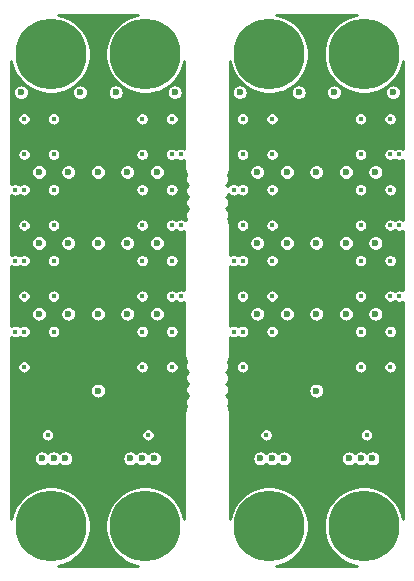
<source format=gbr>
G04 #@! TF.GenerationSoftware,KiCad,Pcbnew,5.1.10*
G04 #@! TF.CreationDate,2021-09-23T13:58:25+02:00*
G04 #@! TF.ProjectId,char-panel,63686172-2d70-4616-9e65-6c2e6b696361,rev?*
G04 #@! TF.SameCoordinates,Original*
G04 #@! TF.FileFunction,Copper,L2,Inr*
G04 #@! TF.FilePolarity,Positive*
%FSLAX46Y46*%
G04 Gerber Fmt 4.6, Leading zero omitted, Abs format (unit mm)*
G04 Created by KiCad (PCBNEW 5.1.10) date 2021-09-23 13:58:25*
%MOMM*%
%LPD*%
G01*
G04 APERTURE LIST*
G04 #@! TA.AperFunction,ComponentPad*
%ADD10C,6.000000*%
G04 #@! TD*
G04 #@! TA.AperFunction,ViaPad*
%ADD11C,0.600000*%
G04 #@! TD*
G04 #@! TA.AperFunction,ViaPad*
%ADD12C,0.400000*%
G04 #@! TD*
G04 #@! TA.AperFunction,Conductor*
%ADD13C,0.254000*%
G04 #@! TD*
G04 #@! TA.AperFunction,Conductor*
%ADD14C,0.150000*%
G04 #@! TD*
G04 APERTURE END LIST*
D10*
G04 #@! TO.N,Board_2-GND*
G04 #@! TO.C,J1*
X72250010Y-53750001D03*
X80250010Y-53750001D03*
G04 #@! TD*
G04 #@! TO.N,Board_2-GND*
G04 #@! TO.C,J2*
X72250010Y-93750001D03*
X80250010Y-93750001D03*
G04 #@! TD*
G04 #@! TO.N,Board_1-GND*
G04 #@! TO.C,J1*
X53750001Y-53750001D03*
X61750001Y-53750001D03*
G04 #@! TD*
G04 #@! TO.N,Board_1-GND*
G04 #@! TO.C,J2*
X53750001Y-93750001D03*
X61750001Y-93750001D03*
G04 #@! TD*
D11*
G04 #@! TO.N,Board_1-+5V*
X52750001Y-60750001D03*
X55250001Y-60750001D03*
X57750001Y-60750001D03*
X60250001Y-60750001D03*
X62750001Y-60750001D03*
X52750001Y-66750001D03*
X55250001Y-66750001D03*
X57750001Y-66750001D03*
X60250001Y-66750001D03*
X62750001Y-66750001D03*
X52750001Y-72750001D03*
X55250001Y-72750001D03*
X57750001Y-72750001D03*
X60250001Y-72750001D03*
X62750001Y-72750001D03*
X52750001Y-78750001D03*
X55250001Y-78750001D03*
X57750001Y-78750001D03*
X60250001Y-78750001D03*
X62750001Y-78750001D03*
X55000001Y-84000001D03*
X54000001Y-84000001D03*
X53000001Y-84000001D03*
X60500001Y-84000001D03*
X61500001Y-84000001D03*
X62500001Y-84000001D03*
D12*
X64750001Y-71250001D03*
X64750001Y-77250001D03*
X64750001Y-65250001D03*
X64750001Y-59250001D03*
X50750001Y-62250001D03*
X50750001Y-68250001D03*
X50750001Y-74250001D03*
X50750001Y-80250001D03*
G04 #@! TO.N,Board_1-/end-of-row-1*
X64000001Y-59250001D03*
X64000001Y-62250001D03*
G04 #@! TO.N,Board_1-/end-of-row-2*
X51500001Y-62250001D03*
X51500001Y-65250001D03*
G04 #@! TO.N,Board_1-/end-of-row-3*
X64000001Y-65250001D03*
X64000001Y-68250001D03*
G04 #@! TO.N,Board_1-/end-of-row-4*
X51500001Y-68250001D03*
X51500001Y-71250001D03*
G04 #@! TO.N,Board_1-/end-of-row-5*
X64000001Y-71250001D03*
X64000001Y-74250001D03*
G04 #@! TO.N,Board_1-/end-of-row-6*
X51500001Y-74250001D03*
X51500001Y-77250001D03*
G04 #@! TO.N,Board_1-/end-of-row-7*
X64000001Y-77250001D03*
X64000001Y-80250001D03*
D11*
G04 #@! TO.N,Board_1-GND*
X52750001Y-63750001D03*
X55250001Y-63750001D03*
X57750001Y-63750001D03*
X60250001Y-63750001D03*
X62750001Y-63750001D03*
X52750001Y-69750001D03*
X55250001Y-69750001D03*
X57750001Y-69750001D03*
X60250001Y-69750001D03*
X62750001Y-69750001D03*
X62750001Y-75750001D03*
X60250001Y-75750001D03*
X57750001Y-75750001D03*
X55250001Y-75750001D03*
X52750001Y-75750001D03*
X60500001Y-88000001D03*
X61500001Y-88000001D03*
X62500001Y-88000001D03*
X55000001Y-88000001D03*
X54000001Y-88000001D03*
X53000001Y-88000001D03*
X57750001Y-82250001D03*
D12*
X64750001Y-74250001D03*
X64750001Y-68250001D03*
X64750001Y-62250001D03*
X50750001Y-65250001D03*
X50750001Y-71250001D03*
X50750001Y-77250001D03*
D11*
X56250001Y-57000001D03*
X59250001Y-57000001D03*
X51250001Y-57000001D03*
X64250001Y-57000001D03*
D12*
X61500001Y-59250001D03*
X61500001Y-62250001D03*
X61500001Y-65250001D03*
X61500001Y-68250001D03*
X61500001Y-71250001D03*
X61500001Y-74250001D03*
X61500001Y-77250001D03*
X61500001Y-80250001D03*
X54000001Y-59250001D03*
X54000001Y-62250001D03*
X54000001Y-65250001D03*
X54000001Y-68250001D03*
X54000001Y-71250001D03*
X54000001Y-74250001D03*
X54000001Y-77250001D03*
G04 #@! TO.N,Board_1-Net-(D1-Pad1)*
X51500001Y-59250001D03*
X62000001Y-86000001D03*
G04 #@! TO.N,Board_1-Net-(D48-Pad3)*
X51500001Y-80250001D03*
X53500001Y-86000001D03*
D11*
G04 #@! TO.N,Board_2-+5V*
X71250010Y-60750001D03*
X73750010Y-60750001D03*
X76250010Y-60750001D03*
X78750010Y-60750001D03*
X81250010Y-60750001D03*
X71250010Y-66750001D03*
X73750010Y-66750001D03*
X76250010Y-66750001D03*
X78750010Y-66750001D03*
X81250010Y-66750001D03*
X71250010Y-72750001D03*
X73750010Y-72750001D03*
X76250010Y-72750001D03*
X78750010Y-72750001D03*
X81250010Y-72750001D03*
X71250010Y-78750001D03*
X73750010Y-78750001D03*
X76250010Y-78750001D03*
X78750010Y-78750001D03*
X81250010Y-78750001D03*
X73500010Y-84000001D03*
X72500010Y-84000001D03*
X71500010Y-84000001D03*
X79000010Y-84000001D03*
X80000010Y-84000001D03*
X81000010Y-84000001D03*
D12*
X83250010Y-71250001D03*
X83250010Y-77250001D03*
X83250010Y-65250001D03*
X83250010Y-59250001D03*
X69250010Y-62250001D03*
X69250010Y-68250001D03*
X69250010Y-74250001D03*
X69250010Y-80250001D03*
G04 #@! TO.N,Board_2-/end-of-row-1*
X82500010Y-59250001D03*
X82500010Y-62250001D03*
G04 #@! TO.N,Board_2-/end-of-row-2*
X70000010Y-62250001D03*
X70000010Y-65250001D03*
G04 #@! TO.N,Board_2-/end-of-row-3*
X82500010Y-65250001D03*
X82500010Y-68250001D03*
G04 #@! TO.N,Board_2-/end-of-row-4*
X70000010Y-68250001D03*
X70000010Y-71250001D03*
G04 #@! TO.N,Board_2-/end-of-row-5*
X82500010Y-71250001D03*
X82500010Y-74250001D03*
G04 #@! TO.N,Board_2-/end-of-row-6*
X70000010Y-74250001D03*
X70000010Y-77250001D03*
G04 #@! TO.N,Board_2-/end-of-row-7*
X82500010Y-77250001D03*
X82500010Y-80250001D03*
D11*
G04 #@! TO.N,Board_2-GND*
X71250010Y-63750001D03*
X73750010Y-63750001D03*
X76250010Y-63750001D03*
X78750010Y-63750001D03*
X81250010Y-63750001D03*
X71250010Y-69750001D03*
X73750010Y-69750001D03*
X76250010Y-69750001D03*
X78750010Y-69750001D03*
X81250010Y-69750001D03*
X81250010Y-75750001D03*
X78750010Y-75750001D03*
X76250010Y-75750001D03*
X73750010Y-75750001D03*
X71250010Y-75750001D03*
X79000010Y-88000001D03*
X80000010Y-88000001D03*
X81000010Y-88000001D03*
X73500010Y-88000001D03*
X72500010Y-88000001D03*
X71500010Y-88000001D03*
X76250010Y-82250001D03*
D12*
X83250010Y-74250001D03*
X83250010Y-68250001D03*
X83250010Y-62250001D03*
X69250010Y-65250001D03*
X69250010Y-71250001D03*
X69250010Y-77250001D03*
D11*
X74750010Y-57000001D03*
X77750010Y-57000001D03*
X69750010Y-57000001D03*
X82750010Y-57000001D03*
D12*
X80000010Y-59250001D03*
X80000010Y-62250001D03*
X80000010Y-65250001D03*
X80000010Y-68250001D03*
X80000010Y-71250001D03*
X80000010Y-74250001D03*
X80000010Y-77250001D03*
X80000010Y-80250001D03*
X72500010Y-59250001D03*
X72500010Y-62250001D03*
X72500010Y-65250001D03*
X72500010Y-68250001D03*
X72500010Y-71250001D03*
X72500010Y-74250001D03*
X72500010Y-77250001D03*
G04 #@! TO.N,Board_2-Net-(D1-Pad1)*
X70000010Y-59250001D03*
X80500010Y-86000001D03*
G04 #@! TO.N,Board_2-Net-(D48-Pad3)*
X70000010Y-80250001D03*
X72000010Y-86000001D03*
G04 #@! TD*
D13*
G04 #@! TO.N,Board_1-+5V*
X60764966Y-50502777D02*
X60150392Y-50757342D01*
X59597289Y-51126914D01*
X59126914Y-51597289D01*
X58757342Y-52150392D01*
X58502777Y-52764966D01*
X58373001Y-53417396D01*
X58373001Y-54082606D01*
X58502777Y-54735036D01*
X58757342Y-55349610D01*
X59126914Y-55902713D01*
X59597289Y-56373088D01*
X60150392Y-56742660D01*
X60764966Y-56997225D01*
X61417396Y-57127001D01*
X62082606Y-57127001D01*
X62735036Y-56997225D01*
X62889311Y-56933322D01*
X63573001Y-56933322D01*
X63573001Y-57066680D01*
X63599017Y-57197475D01*
X63650051Y-57320681D01*
X63724141Y-57431564D01*
X63818438Y-57525861D01*
X63929321Y-57599951D01*
X64052527Y-57650985D01*
X64183322Y-57677001D01*
X64316680Y-57677001D01*
X64447475Y-57650985D01*
X64570681Y-57599951D01*
X64681564Y-57525861D01*
X64775861Y-57431564D01*
X64849951Y-57320681D01*
X64900985Y-57197475D01*
X64927001Y-57066680D01*
X64927001Y-56933322D01*
X64900985Y-56802527D01*
X64849951Y-56679321D01*
X64775861Y-56568438D01*
X64681564Y-56474141D01*
X64570681Y-56400051D01*
X64447475Y-56349017D01*
X64316680Y-56323001D01*
X64183322Y-56323001D01*
X64052527Y-56349017D01*
X63929321Y-56400051D01*
X63818438Y-56474141D01*
X63724141Y-56568438D01*
X63650051Y-56679321D01*
X63599017Y-56802527D01*
X63573001Y-56933322D01*
X62889311Y-56933322D01*
X63349610Y-56742660D01*
X63902713Y-56373088D01*
X64373088Y-55902713D01*
X64742660Y-55349610D01*
X64997225Y-54735036D01*
X65073773Y-54350203D01*
X65073961Y-61772512D01*
X65023313Y-61738670D01*
X64918306Y-61695175D01*
X64806831Y-61673001D01*
X64693171Y-61673001D01*
X64581696Y-61695175D01*
X64476689Y-61738670D01*
X64382185Y-61801816D01*
X64375001Y-61809000D01*
X64367817Y-61801816D01*
X64273313Y-61738670D01*
X64168306Y-61695175D01*
X64056831Y-61673001D01*
X63943171Y-61673001D01*
X63831696Y-61695175D01*
X63726689Y-61738670D01*
X63632185Y-61801816D01*
X63551816Y-61882185D01*
X63488670Y-61976689D01*
X63445175Y-62081696D01*
X63423001Y-62193171D01*
X63423001Y-62306831D01*
X63445175Y-62418306D01*
X63488670Y-62523313D01*
X63551816Y-62617817D01*
X63632185Y-62698186D01*
X63726689Y-62761332D01*
X63831696Y-62804827D01*
X63943171Y-62827001D01*
X64056831Y-62827001D01*
X64168306Y-62804827D01*
X64273313Y-62761332D01*
X64367817Y-62698186D01*
X64375001Y-62691002D01*
X64382185Y-62698186D01*
X64476689Y-62761332D01*
X64581696Y-62804827D01*
X64693171Y-62827001D01*
X64806831Y-62827001D01*
X64918306Y-62804827D01*
X65023313Y-62761332D01*
X65073985Y-62727474D01*
X65074000Y-63331672D01*
X65073486Y-63342186D01*
X65074001Y-63352620D01*
X65074001Y-63363088D01*
X65075035Y-63373580D01*
X65079303Y-63460109D01*
X65080321Y-63481064D01*
X65080345Y-63481225D01*
X65080353Y-63481391D01*
X65083454Y-63502270D01*
X65091458Y-63556441D01*
X65091452Y-63556570D01*
X65097430Y-63596859D01*
X65100653Y-63618669D01*
X65100684Y-63618795D01*
X65100703Y-63618920D01*
X65105778Y-63639179D01*
X65115935Y-63679821D01*
X65115989Y-63679936D01*
X65119209Y-63692788D01*
X65119215Y-63692906D01*
X65129346Y-63733248D01*
X65134499Y-63753818D01*
X65134539Y-63753930D01*
X65134567Y-63754041D01*
X65141469Y-63773294D01*
X65155737Y-63813165D01*
X65155798Y-63813266D01*
X65174241Y-63864715D01*
X65181388Y-63884705D01*
X65181465Y-63884869D01*
X65181525Y-63885035D01*
X65190340Y-63903645D01*
X65213960Y-63953616D01*
X65214007Y-63953804D01*
X65229150Y-63985768D01*
X65195360Y-64036339D01*
X65148095Y-64150446D01*
X65124000Y-64271581D01*
X65124000Y-64395089D01*
X65148095Y-64516224D01*
X65195360Y-64630331D01*
X65263977Y-64733024D01*
X65351311Y-64820358D01*
X65370733Y-64833335D01*
X65351311Y-64846312D01*
X65263977Y-64933646D01*
X65195360Y-65036339D01*
X65148095Y-65150446D01*
X65124000Y-65271581D01*
X65124000Y-65395089D01*
X65148095Y-65516224D01*
X65195360Y-65630331D01*
X65263977Y-65733024D01*
X65351311Y-65820358D01*
X65370733Y-65833335D01*
X65351311Y-65846312D01*
X65263977Y-65933646D01*
X65195360Y-66036339D01*
X65148095Y-66150446D01*
X65124000Y-66271581D01*
X65124000Y-66395089D01*
X65148095Y-66516224D01*
X65195360Y-66630331D01*
X65263977Y-66733024D01*
X65351311Y-66820358D01*
X65370733Y-66833335D01*
X65351311Y-66846312D01*
X65263977Y-66933646D01*
X65195360Y-67036339D01*
X65148095Y-67150446D01*
X65124000Y-67271581D01*
X65124000Y-67395089D01*
X65148095Y-67516224D01*
X65195360Y-67630331D01*
X65229161Y-67680918D01*
X65213931Y-67713110D01*
X65213912Y-67713184D01*
X65190707Y-67762280D01*
X65181525Y-67781665D01*
X65181465Y-67781831D01*
X65181388Y-67781995D01*
X65174301Y-67801816D01*
X65159396Y-67843395D01*
X65117817Y-67801816D01*
X65023313Y-67738670D01*
X64918306Y-67695175D01*
X64806831Y-67673001D01*
X64693171Y-67673001D01*
X64581696Y-67695175D01*
X64476689Y-67738670D01*
X64382185Y-67801816D01*
X64375001Y-67809000D01*
X64367817Y-67801816D01*
X64273313Y-67738670D01*
X64168306Y-67695175D01*
X64056831Y-67673001D01*
X63943171Y-67673001D01*
X63831696Y-67695175D01*
X63726689Y-67738670D01*
X63632185Y-67801816D01*
X63551816Y-67882185D01*
X63488670Y-67976689D01*
X63445175Y-68081696D01*
X63423001Y-68193171D01*
X63423001Y-68306831D01*
X63445175Y-68418306D01*
X63488670Y-68523313D01*
X63551816Y-68617817D01*
X63632185Y-68698186D01*
X63726689Y-68761332D01*
X63831696Y-68804827D01*
X63943171Y-68827001D01*
X64056831Y-68827001D01*
X64168306Y-68804827D01*
X64273313Y-68761332D01*
X64367817Y-68698186D01*
X64375001Y-68691002D01*
X64382185Y-68698186D01*
X64476689Y-68761332D01*
X64581696Y-68804827D01*
X64693171Y-68827001D01*
X64806831Y-68827001D01*
X64918306Y-68804827D01*
X65023313Y-68761332D01*
X65074001Y-68727463D01*
X65074000Y-73772539D01*
X65023313Y-73738670D01*
X64918306Y-73695175D01*
X64806831Y-73673001D01*
X64693171Y-73673001D01*
X64581696Y-73695175D01*
X64476689Y-73738670D01*
X64382185Y-73801816D01*
X64375001Y-73809000D01*
X64367817Y-73801816D01*
X64273313Y-73738670D01*
X64168306Y-73695175D01*
X64056831Y-73673001D01*
X63943171Y-73673001D01*
X63831696Y-73695175D01*
X63726689Y-73738670D01*
X63632185Y-73801816D01*
X63551816Y-73882185D01*
X63488670Y-73976689D01*
X63445175Y-74081696D01*
X63423001Y-74193171D01*
X63423001Y-74306831D01*
X63445175Y-74418306D01*
X63488670Y-74523313D01*
X63551816Y-74617817D01*
X63632185Y-74698186D01*
X63726689Y-74761332D01*
X63831696Y-74804827D01*
X63943171Y-74827001D01*
X64056831Y-74827001D01*
X64168306Y-74804827D01*
X64273313Y-74761332D01*
X64367817Y-74698186D01*
X64375001Y-74691002D01*
X64382185Y-74698186D01*
X64476689Y-74761332D01*
X64581696Y-74804827D01*
X64693171Y-74827001D01*
X64806831Y-74827001D01*
X64918306Y-74804827D01*
X65023313Y-74761332D01*
X65074000Y-74727464D01*
X65074000Y-79164976D01*
X65073486Y-79175486D01*
X65074000Y-79185906D01*
X65074000Y-79196377D01*
X65075035Y-79206885D01*
X65079303Y-79293409D01*
X65080321Y-79314364D01*
X65080345Y-79314525D01*
X65080353Y-79314691D01*
X65083454Y-79335570D01*
X65091450Y-79389683D01*
X65091446Y-79389763D01*
X65097409Y-79430017D01*
X65100653Y-79451969D01*
X65100674Y-79452051D01*
X65100683Y-79452115D01*
X65105248Y-79470358D01*
X65115935Y-79513121D01*
X65115967Y-79513189D01*
X65119225Y-79526205D01*
X65119237Y-79526454D01*
X65129460Y-79567105D01*
X65134468Y-79587116D01*
X65134551Y-79587347D01*
X65134610Y-79587583D01*
X65141574Y-79606989D01*
X65155691Y-79646468D01*
X65155818Y-79646680D01*
X65174371Y-79698380D01*
X65181388Y-79718005D01*
X65181496Y-79718234D01*
X65181582Y-79718473D01*
X65190340Y-79736945D01*
X65213912Y-79786816D01*
X65213931Y-79786890D01*
X65229163Y-79819086D01*
X65195360Y-79869675D01*
X65148095Y-79983782D01*
X65124000Y-80104917D01*
X65124000Y-80228425D01*
X65148095Y-80349560D01*
X65195360Y-80463667D01*
X65263977Y-80566360D01*
X65351311Y-80653694D01*
X65370733Y-80666671D01*
X65351311Y-80679648D01*
X65263977Y-80766982D01*
X65195360Y-80869675D01*
X65148095Y-80983782D01*
X65124000Y-81104917D01*
X65124000Y-81228425D01*
X65148095Y-81349560D01*
X65195360Y-81463667D01*
X65263977Y-81566360D01*
X65351311Y-81653694D01*
X65370733Y-81666671D01*
X65351311Y-81679648D01*
X65263977Y-81766982D01*
X65195360Y-81869675D01*
X65148095Y-81983782D01*
X65124000Y-82104917D01*
X65124000Y-82228425D01*
X65148095Y-82349560D01*
X65195360Y-82463667D01*
X65263977Y-82566360D01*
X65351311Y-82653694D01*
X65370733Y-82666671D01*
X65351311Y-82679648D01*
X65263977Y-82766982D01*
X65195360Y-82869675D01*
X65148095Y-82983782D01*
X65124000Y-83104917D01*
X65124000Y-83228425D01*
X65148095Y-83349560D01*
X65195360Y-83463667D01*
X65229149Y-83514236D01*
X65214007Y-83546196D01*
X65213960Y-83546384D01*
X65190707Y-83595580D01*
X65181525Y-83614965D01*
X65181465Y-83615131D01*
X65181388Y-83615295D01*
X65174241Y-83635285D01*
X65155798Y-83686734D01*
X65155737Y-83686835D01*
X65141804Y-83725770D01*
X65134567Y-83745959D01*
X65134539Y-83746070D01*
X65134499Y-83746182D01*
X65129371Y-83766649D01*
X65119215Y-83807094D01*
X65119209Y-83807212D01*
X65115989Y-83820064D01*
X65115935Y-83820179D01*
X65105778Y-83860821D01*
X65100703Y-83881080D01*
X65100684Y-83881205D01*
X65100653Y-83881331D01*
X65097592Y-83902049D01*
X65091452Y-83943430D01*
X65091458Y-83943559D01*
X65083456Y-83997717D01*
X65080353Y-84018609D01*
X65080345Y-84018775D01*
X65080321Y-84018936D01*
X65079303Y-84039891D01*
X65075034Y-84126427D01*
X65074001Y-84136919D01*
X65074001Y-84147376D01*
X65073486Y-84157814D01*
X65074001Y-84168339D01*
X65073924Y-93150561D01*
X64997225Y-92764966D01*
X64742660Y-92150392D01*
X64373088Y-91597289D01*
X63902713Y-91126914D01*
X63349610Y-90757342D01*
X62735036Y-90502777D01*
X62082606Y-90373001D01*
X61417396Y-90373001D01*
X60764966Y-90502777D01*
X60150392Y-90757342D01*
X59597289Y-91126914D01*
X59126914Y-91597289D01*
X58757342Y-92150392D01*
X58502777Y-92764966D01*
X58373001Y-93417396D01*
X58373001Y-94082606D01*
X58502777Y-94735036D01*
X58757342Y-95349610D01*
X59126914Y-95902713D01*
X59597289Y-96373088D01*
X60150392Y-96742660D01*
X60764966Y-96997225D01*
X61150438Y-97073900D01*
X54349564Y-97073900D01*
X54735036Y-96997225D01*
X55349610Y-96742660D01*
X55902713Y-96373088D01*
X56373088Y-95902713D01*
X56742660Y-95349610D01*
X56997225Y-94735036D01*
X57127001Y-94082606D01*
X57127001Y-93417396D01*
X56997225Y-92764966D01*
X56742660Y-92150392D01*
X56373088Y-91597289D01*
X55902713Y-91126914D01*
X55349610Y-90757342D01*
X54735036Y-90502777D01*
X54082606Y-90373001D01*
X53417396Y-90373001D01*
X52764966Y-90502777D01*
X52150392Y-90757342D01*
X51597289Y-91126914D01*
X51126914Y-91597289D01*
X50757342Y-92150392D01*
X50502777Y-92764966D01*
X50426000Y-93150951D01*
X50426000Y-87933322D01*
X52323001Y-87933322D01*
X52323001Y-88066680D01*
X52349017Y-88197475D01*
X52400051Y-88320681D01*
X52474141Y-88431564D01*
X52568438Y-88525861D01*
X52679321Y-88599951D01*
X52802527Y-88650985D01*
X52933322Y-88677001D01*
X53066680Y-88677001D01*
X53197475Y-88650985D01*
X53320681Y-88599951D01*
X53431564Y-88525861D01*
X53500001Y-88457424D01*
X53568438Y-88525861D01*
X53679321Y-88599951D01*
X53802527Y-88650985D01*
X53933322Y-88677001D01*
X54066680Y-88677001D01*
X54197475Y-88650985D01*
X54320681Y-88599951D01*
X54431564Y-88525861D01*
X54500001Y-88457424D01*
X54568438Y-88525861D01*
X54679321Y-88599951D01*
X54802527Y-88650985D01*
X54933322Y-88677001D01*
X55066680Y-88677001D01*
X55197475Y-88650985D01*
X55320681Y-88599951D01*
X55431564Y-88525861D01*
X55525861Y-88431564D01*
X55599951Y-88320681D01*
X55650985Y-88197475D01*
X55677001Y-88066680D01*
X55677001Y-87933322D01*
X59823001Y-87933322D01*
X59823001Y-88066680D01*
X59849017Y-88197475D01*
X59900051Y-88320681D01*
X59974141Y-88431564D01*
X60068438Y-88525861D01*
X60179321Y-88599951D01*
X60302527Y-88650985D01*
X60433322Y-88677001D01*
X60566680Y-88677001D01*
X60697475Y-88650985D01*
X60820681Y-88599951D01*
X60931564Y-88525861D01*
X61000001Y-88457424D01*
X61068438Y-88525861D01*
X61179321Y-88599951D01*
X61302527Y-88650985D01*
X61433322Y-88677001D01*
X61566680Y-88677001D01*
X61697475Y-88650985D01*
X61820681Y-88599951D01*
X61931564Y-88525861D01*
X62000001Y-88457424D01*
X62068438Y-88525861D01*
X62179321Y-88599951D01*
X62302527Y-88650985D01*
X62433322Y-88677001D01*
X62566680Y-88677001D01*
X62697475Y-88650985D01*
X62820681Y-88599951D01*
X62931564Y-88525861D01*
X63025861Y-88431564D01*
X63099951Y-88320681D01*
X63150985Y-88197475D01*
X63177001Y-88066680D01*
X63177001Y-87933322D01*
X63150985Y-87802527D01*
X63099951Y-87679321D01*
X63025861Y-87568438D01*
X62931564Y-87474141D01*
X62820681Y-87400051D01*
X62697475Y-87349017D01*
X62566680Y-87323001D01*
X62433322Y-87323001D01*
X62302527Y-87349017D01*
X62179321Y-87400051D01*
X62068438Y-87474141D01*
X62000001Y-87542578D01*
X61931564Y-87474141D01*
X61820681Y-87400051D01*
X61697475Y-87349017D01*
X61566680Y-87323001D01*
X61433322Y-87323001D01*
X61302527Y-87349017D01*
X61179321Y-87400051D01*
X61068438Y-87474141D01*
X61000001Y-87542578D01*
X60931564Y-87474141D01*
X60820681Y-87400051D01*
X60697475Y-87349017D01*
X60566680Y-87323001D01*
X60433322Y-87323001D01*
X60302527Y-87349017D01*
X60179321Y-87400051D01*
X60068438Y-87474141D01*
X59974141Y-87568438D01*
X59900051Y-87679321D01*
X59849017Y-87802527D01*
X59823001Y-87933322D01*
X55677001Y-87933322D01*
X55650985Y-87802527D01*
X55599951Y-87679321D01*
X55525861Y-87568438D01*
X55431564Y-87474141D01*
X55320681Y-87400051D01*
X55197475Y-87349017D01*
X55066680Y-87323001D01*
X54933322Y-87323001D01*
X54802527Y-87349017D01*
X54679321Y-87400051D01*
X54568438Y-87474141D01*
X54500001Y-87542578D01*
X54431564Y-87474141D01*
X54320681Y-87400051D01*
X54197475Y-87349017D01*
X54066680Y-87323001D01*
X53933322Y-87323001D01*
X53802527Y-87349017D01*
X53679321Y-87400051D01*
X53568438Y-87474141D01*
X53500001Y-87542578D01*
X53431564Y-87474141D01*
X53320681Y-87400051D01*
X53197475Y-87349017D01*
X53066680Y-87323001D01*
X52933322Y-87323001D01*
X52802527Y-87349017D01*
X52679321Y-87400051D01*
X52568438Y-87474141D01*
X52474141Y-87568438D01*
X52400051Y-87679321D01*
X52349017Y-87802527D01*
X52323001Y-87933322D01*
X50426000Y-87933322D01*
X50426000Y-85943171D01*
X52923001Y-85943171D01*
X52923001Y-86056831D01*
X52945175Y-86168306D01*
X52988670Y-86273313D01*
X53051816Y-86367817D01*
X53132185Y-86448186D01*
X53226689Y-86511332D01*
X53331696Y-86554827D01*
X53443171Y-86577001D01*
X53556831Y-86577001D01*
X53668306Y-86554827D01*
X53773313Y-86511332D01*
X53867817Y-86448186D01*
X53948186Y-86367817D01*
X54011332Y-86273313D01*
X54054827Y-86168306D01*
X54077001Y-86056831D01*
X54077001Y-85943171D01*
X61423001Y-85943171D01*
X61423001Y-86056831D01*
X61445175Y-86168306D01*
X61488670Y-86273313D01*
X61551816Y-86367817D01*
X61632185Y-86448186D01*
X61726689Y-86511332D01*
X61831696Y-86554827D01*
X61943171Y-86577001D01*
X62056831Y-86577001D01*
X62168306Y-86554827D01*
X62273313Y-86511332D01*
X62367817Y-86448186D01*
X62448186Y-86367817D01*
X62511332Y-86273313D01*
X62554827Y-86168306D01*
X62577001Y-86056831D01*
X62577001Y-85943171D01*
X62554827Y-85831696D01*
X62511332Y-85726689D01*
X62448186Y-85632185D01*
X62367817Y-85551816D01*
X62273313Y-85488670D01*
X62168306Y-85445175D01*
X62056831Y-85423001D01*
X61943171Y-85423001D01*
X61831696Y-85445175D01*
X61726689Y-85488670D01*
X61632185Y-85551816D01*
X61551816Y-85632185D01*
X61488670Y-85726689D01*
X61445175Y-85831696D01*
X61423001Y-85943171D01*
X54077001Y-85943171D01*
X54054827Y-85831696D01*
X54011332Y-85726689D01*
X53948186Y-85632185D01*
X53867817Y-85551816D01*
X53773313Y-85488670D01*
X53668306Y-85445175D01*
X53556831Y-85423001D01*
X53443171Y-85423001D01*
X53331696Y-85445175D01*
X53226689Y-85488670D01*
X53132185Y-85551816D01*
X53051816Y-85632185D01*
X52988670Y-85726689D01*
X52945175Y-85831696D01*
X52923001Y-85943171D01*
X50426000Y-85943171D01*
X50426000Y-82183322D01*
X57073001Y-82183322D01*
X57073001Y-82316680D01*
X57099017Y-82447475D01*
X57150051Y-82570681D01*
X57224141Y-82681564D01*
X57318438Y-82775861D01*
X57429321Y-82849951D01*
X57552527Y-82900985D01*
X57683322Y-82927001D01*
X57816680Y-82927001D01*
X57947475Y-82900985D01*
X58070681Y-82849951D01*
X58181564Y-82775861D01*
X58275861Y-82681564D01*
X58349951Y-82570681D01*
X58400985Y-82447475D01*
X58427001Y-82316680D01*
X58427001Y-82183322D01*
X58400985Y-82052527D01*
X58349951Y-81929321D01*
X58275861Y-81818438D01*
X58181564Y-81724141D01*
X58070681Y-81650051D01*
X57947475Y-81599017D01*
X57816680Y-81573001D01*
X57683322Y-81573001D01*
X57552527Y-81599017D01*
X57429321Y-81650051D01*
X57318438Y-81724141D01*
X57224141Y-81818438D01*
X57150051Y-81929321D01*
X57099017Y-82052527D01*
X57073001Y-82183322D01*
X50426000Y-82183322D01*
X50426000Y-80193171D01*
X50923001Y-80193171D01*
X50923001Y-80306831D01*
X50945175Y-80418306D01*
X50988670Y-80523313D01*
X51051816Y-80617817D01*
X51132185Y-80698186D01*
X51226689Y-80761332D01*
X51331696Y-80804827D01*
X51443171Y-80827001D01*
X51556831Y-80827001D01*
X51668306Y-80804827D01*
X51773313Y-80761332D01*
X51867817Y-80698186D01*
X51948186Y-80617817D01*
X52011332Y-80523313D01*
X52054827Y-80418306D01*
X52077001Y-80306831D01*
X52077001Y-80193171D01*
X60923001Y-80193171D01*
X60923001Y-80306831D01*
X60945175Y-80418306D01*
X60988670Y-80523313D01*
X61051816Y-80617817D01*
X61132185Y-80698186D01*
X61226689Y-80761332D01*
X61331696Y-80804827D01*
X61443171Y-80827001D01*
X61556831Y-80827001D01*
X61668306Y-80804827D01*
X61773313Y-80761332D01*
X61867817Y-80698186D01*
X61948186Y-80617817D01*
X62011332Y-80523313D01*
X62054827Y-80418306D01*
X62077001Y-80306831D01*
X62077001Y-80193171D01*
X63423001Y-80193171D01*
X63423001Y-80306831D01*
X63445175Y-80418306D01*
X63488670Y-80523313D01*
X63551816Y-80617817D01*
X63632185Y-80698186D01*
X63726689Y-80761332D01*
X63831696Y-80804827D01*
X63943171Y-80827001D01*
X64056831Y-80827001D01*
X64168306Y-80804827D01*
X64273313Y-80761332D01*
X64367817Y-80698186D01*
X64448186Y-80617817D01*
X64511332Y-80523313D01*
X64554827Y-80418306D01*
X64577001Y-80306831D01*
X64577001Y-80193171D01*
X64554827Y-80081696D01*
X64511332Y-79976689D01*
X64448186Y-79882185D01*
X64367817Y-79801816D01*
X64273313Y-79738670D01*
X64168306Y-79695175D01*
X64056831Y-79673001D01*
X63943171Y-79673001D01*
X63831696Y-79695175D01*
X63726689Y-79738670D01*
X63632185Y-79801816D01*
X63551816Y-79882185D01*
X63488670Y-79976689D01*
X63445175Y-80081696D01*
X63423001Y-80193171D01*
X62077001Y-80193171D01*
X62054827Y-80081696D01*
X62011332Y-79976689D01*
X61948186Y-79882185D01*
X61867817Y-79801816D01*
X61773313Y-79738670D01*
X61668306Y-79695175D01*
X61556831Y-79673001D01*
X61443171Y-79673001D01*
X61331696Y-79695175D01*
X61226689Y-79738670D01*
X61132185Y-79801816D01*
X61051816Y-79882185D01*
X60988670Y-79976689D01*
X60945175Y-80081696D01*
X60923001Y-80193171D01*
X52077001Y-80193171D01*
X52054827Y-80081696D01*
X52011332Y-79976689D01*
X51948186Y-79882185D01*
X51867817Y-79801816D01*
X51773313Y-79738670D01*
X51668306Y-79695175D01*
X51556831Y-79673001D01*
X51443171Y-79673001D01*
X51331696Y-79695175D01*
X51226689Y-79738670D01*
X51132185Y-79801816D01*
X51051816Y-79882185D01*
X50988670Y-79976689D01*
X50945175Y-80081696D01*
X50923001Y-80193171D01*
X50426000Y-80193171D01*
X50426000Y-77727462D01*
X50476689Y-77761332D01*
X50581696Y-77804827D01*
X50693171Y-77827001D01*
X50806831Y-77827001D01*
X50918306Y-77804827D01*
X51023313Y-77761332D01*
X51117817Y-77698186D01*
X51125001Y-77691002D01*
X51132185Y-77698186D01*
X51226689Y-77761332D01*
X51331696Y-77804827D01*
X51443171Y-77827001D01*
X51556831Y-77827001D01*
X51668306Y-77804827D01*
X51773313Y-77761332D01*
X51867817Y-77698186D01*
X51948186Y-77617817D01*
X52011332Y-77523313D01*
X52054827Y-77418306D01*
X52077001Y-77306831D01*
X52077001Y-77193171D01*
X53423001Y-77193171D01*
X53423001Y-77306831D01*
X53445175Y-77418306D01*
X53488670Y-77523313D01*
X53551816Y-77617817D01*
X53632185Y-77698186D01*
X53726689Y-77761332D01*
X53831696Y-77804827D01*
X53943171Y-77827001D01*
X54056831Y-77827001D01*
X54168306Y-77804827D01*
X54273313Y-77761332D01*
X54367817Y-77698186D01*
X54448186Y-77617817D01*
X54511332Y-77523313D01*
X54554827Y-77418306D01*
X54577001Y-77306831D01*
X54577001Y-77193171D01*
X60923001Y-77193171D01*
X60923001Y-77306831D01*
X60945175Y-77418306D01*
X60988670Y-77523313D01*
X61051816Y-77617817D01*
X61132185Y-77698186D01*
X61226689Y-77761332D01*
X61331696Y-77804827D01*
X61443171Y-77827001D01*
X61556831Y-77827001D01*
X61668306Y-77804827D01*
X61773313Y-77761332D01*
X61867817Y-77698186D01*
X61948186Y-77617817D01*
X62011332Y-77523313D01*
X62054827Y-77418306D01*
X62077001Y-77306831D01*
X62077001Y-77193171D01*
X63423001Y-77193171D01*
X63423001Y-77306831D01*
X63445175Y-77418306D01*
X63488670Y-77523313D01*
X63551816Y-77617817D01*
X63632185Y-77698186D01*
X63726689Y-77761332D01*
X63831696Y-77804827D01*
X63943171Y-77827001D01*
X64056831Y-77827001D01*
X64168306Y-77804827D01*
X64273313Y-77761332D01*
X64367817Y-77698186D01*
X64448186Y-77617817D01*
X64511332Y-77523313D01*
X64554827Y-77418306D01*
X64577001Y-77306831D01*
X64577001Y-77193171D01*
X64554827Y-77081696D01*
X64511332Y-76976689D01*
X64448186Y-76882185D01*
X64367817Y-76801816D01*
X64273313Y-76738670D01*
X64168306Y-76695175D01*
X64056831Y-76673001D01*
X63943171Y-76673001D01*
X63831696Y-76695175D01*
X63726689Y-76738670D01*
X63632185Y-76801816D01*
X63551816Y-76882185D01*
X63488670Y-76976689D01*
X63445175Y-77081696D01*
X63423001Y-77193171D01*
X62077001Y-77193171D01*
X62054827Y-77081696D01*
X62011332Y-76976689D01*
X61948186Y-76882185D01*
X61867817Y-76801816D01*
X61773313Y-76738670D01*
X61668306Y-76695175D01*
X61556831Y-76673001D01*
X61443171Y-76673001D01*
X61331696Y-76695175D01*
X61226689Y-76738670D01*
X61132185Y-76801816D01*
X61051816Y-76882185D01*
X60988670Y-76976689D01*
X60945175Y-77081696D01*
X60923001Y-77193171D01*
X54577001Y-77193171D01*
X54554827Y-77081696D01*
X54511332Y-76976689D01*
X54448186Y-76882185D01*
X54367817Y-76801816D01*
X54273313Y-76738670D01*
X54168306Y-76695175D01*
X54056831Y-76673001D01*
X53943171Y-76673001D01*
X53831696Y-76695175D01*
X53726689Y-76738670D01*
X53632185Y-76801816D01*
X53551816Y-76882185D01*
X53488670Y-76976689D01*
X53445175Y-77081696D01*
X53423001Y-77193171D01*
X52077001Y-77193171D01*
X52054827Y-77081696D01*
X52011332Y-76976689D01*
X51948186Y-76882185D01*
X51867817Y-76801816D01*
X51773313Y-76738670D01*
X51668306Y-76695175D01*
X51556831Y-76673001D01*
X51443171Y-76673001D01*
X51331696Y-76695175D01*
X51226689Y-76738670D01*
X51132185Y-76801816D01*
X51125001Y-76809000D01*
X51117817Y-76801816D01*
X51023313Y-76738670D01*
X50918306Y-76695175D01*
X50806831Y-76673001D01*
X50693171Y-76673001D01*
X50581696Y-76695175D01*
X50476689Y-76738670D01*
X50426000Y-76772540D01*
X50426000Y-75683322D01*
X52073001Y-75683322D01*
X52073001Y-75816680D01*
X52099017Y-75947475D01*
X52150051Y-76070681D01*
X52224141Y-76181564D01*
X52318438Y-76275861D01*
X52429321Y-76349951D01*
X52552527Y-76400985D01*
X52683322Y-76427001D01*
X52816680Y-76427001D01*
X52947475Y-76400985D01*
X53070681Y-76349951D01*
X53181564Y-76275861D01*
X53275861Y-76181564D01*
X53349951Y-76070681D01*
X53400985Y-75947475D01*
X53427001Y-75816680D01*
X53427001Y-75683322D01*
X54573001Y-75683322D01*
X54573001Y-75816680D01*
X54599017Y-75947475D01*
X54650051Y-76070681D01*
X54724141Y-76181564D01*
X54818438Y-76275861D01*
X54929321Y-76349951D01*
X55052527Y-76400985D01*
X55183322Y-76427001D01*
X55316680Y-76427001D01*
X55447475Y-76400985D01*
X55570681Y-76349951D01*
X55681564Y-76275861D01*
X55775861Y-76181564D01*
X55849951Y-76070681D01*
X55900985Y-75947475D01*
X55927001Y-75816680D01*
X55927001Y-75683322D01*
X57073001Y-75683322D01*
X57073001Y-75816680D01*
X57099017Y-75947475D01*
X57150051Y-76070681D01*
X57224141Y-76181564D01*
X57318438Y-76275861D01*
X57429321Y-76349951D01*
X57552527Y-76400985D01*
X57683322Y-76427001D01*
X57816680Y-76427001D01*
X57947475Y-76400985D01*
X58070681Y-76349951D01*
X58181564Y-76275861D01*
X58275861Y-76181564D01*
X58349951Y-76070681D01*
X58400985Y-75947475D01*
X58427001Y-75816680D01*
X58427001Y-75683322D01*
X59573001Y-75683322D01*
X59573001Y-75816680D01*
X59599017Y-75947475D01*
X59650051Y-76070681D01*
X59724141Y-76181564D01*
X59818438Y-76275861D01*
X59929321Y-76349951D01*
X60052527Y-76400985D01*
X60183322Y-76427001D01*
X60316680Y-76427001D01*
X60447475Y-76400985D01*
X60570681Y-76349951D01*
X60681564Y-76275861D01*
X60775861Y-76181564D01*
X60849951Y-76070681D01*
X60900985Y-75947475D01*
X60927001Y-75816680D01*
X60927001Y-75683322D01*
X62073001Y-75683322D01*
X62073001Y-75816680D01*
X62099017Y-75947475D01*
X62150051Y-76070681D01*
X62224141Y-76181564D01*
X62318438Y-76275861D01*
X62429321Y-76349951D01*
X62552527Y-76400985D01*
X62683322Y-76427001D01*
X62816680Y-76427001D01*
X62947475Y-76400985D01*
X63070681Y-76349951D01*
X63181564Y-76275861D01*
X63275861Y-76181564D01*
X63349951Y-76070681D01*
X63400985Y-75947475D01*
X63427001Y-75816680D01*
X63427001Y-75683322D01*
X63400985Y-75552527D01*
X63349951Y-75429321D01*
X63275861Y-75318438D01*
X63181564Y-75224141D01*
X63070681Y-75150051D01*
X62947475Y-75099017D01*
X62816680Y-75073001D01*
X62683322Y-75073001D01*
X62552527Y-75099017D01*
X62429321Y-75150051D01*
X62318438Y-75224141D01*
X62224141Y-75318438D01*
X62150051Y-75429321D01*
X62099017Y-75552527D01*
X62073001Y-75683322D01*
X60927001Y-75683322D01*
X60900985Y-75552527D01*
X60849951Y-75429321D01*
X60775861Y-75318438D01*
X60681564Y-75224141D01*
X60570681Y-75150051D01*
X60447475Y-75099017D01*
X60316680Y-75073001D01*
X60183322Y-75073001D01*
X60052527Y-75099017D01*
X59929321Y-75150051D01*
X59818438Y-75224141D01*
X59724141Y-75318438D01*
X59650051Y-75429321D01*
X59599017Y-75552527D01*
X59573001Y-75683322D01*
X58427001Y-75683322D01*
X58400985Y-75552527D01*
X58349951Y-75429321D01*
X58275861Y-75318438D01*
X58181564Y-75224141D01*
X58070681Y-75150051D01*
X57947475Y-75099017D01*
X57816680Y-75073001D01*
X57683322Y-75073001D01*
X57552527Y-75099017D01*
X57429321Y-75150051D01*
X57318438Y-75224141D01*
X57224141Y-75318438D01*
X57150051Y-75429321D01*
X57099017Y-75552527D01*
X57073001Y-75683322D01*
X55927001Y-75683322D01*
X55900985Y-75552527D01*
X55849951Y-75429321D01*
X55775861Y-75318438D01*
X55681564Y-75224141D01*
X55570681Y-75150051D01*
X55447475Y-75099017D01*
X55316680Y-75073001D01*
X55183322Y-75073001D01*
X55052527Y-75099017D01*
X54929321Y-75150051D01*
X54818438Y-75224141D01*
X54724141Y-75318438D01*
X54650051Y-75429321D01*
X54599017Y-75552527D01*
X54573001Y-75683322D01*
X53427001Y-75683322D01*
X53400985Y-75552527D01*
X53349951Y-75429321D01*
X53275861Y-75318438D01*
X53181564Y-75224141D01*
X53070681Y-75150051D01*
X52947475Y-75099017D01*
X52816680Y-75073001D01*
X52683322Y-75073001D01*
X52552527Y-75099017D01*
X52429321Y-75150051D01*
X52318438Y-75224141D01*
X52224141Y-75318438D01*
X52150051Y-75429321D01*
X52099017Y-75552527D01*
X52073001Y-75683322D01*
X50426000Y-75683322D01*
X50426000Y-74193171D01*
X50923001Y-74193171D01*
X50923001Y-74306831D01*
X50945175Y-74418306D01*
X50988670Y-74523313D01*
X51051816Y-74617817D01*
X51132185Y-74698186D01*
X51226689Y-74761332D01*
X51331696Y-74804827D01*
X51443171Y-74827001D01*
X51556831Y-74827001D01*
X51668306Y-74804827D01*
X51773313Y-74761332D01*
X51867817Y-74698186D01*
X51948186Y-74617817D01*
X52011332Y-74523313D01*
X52054827Y-74418306D01*
X52077001Y-74306831D01*
X52077001Y-74193171D01*
X53423001Y-74193171D01*
X53423001Y-74306831D01*
X53445175Y-74418306D01*
X53488670Y-74523313D01*
X53551816Y-74617817D01*
X53632185Y-74698186D01*
X53726689Y-74761332D01*
X53831696Y-74804827D01*
X53943171Y-74827001D01*
X54056831Y-74827001D01*
X54168306Y-74804827D01*
X54273313Y-74761332D01*
X54367817Y-74698186D01*
X54448186Y-74617817D01*
X54511332Y-74523313D01*
X54554827Y-74418306D01*
X54577001Y-74306831D01*
X54577001Y-74193171D01*
X60923001Y-74193171D01*
X60923001Y-74306831D01*
X60945175Y-74418306D01*
X60988670Y-74523313D01*
X61051816Y-74617817D01*
X61132185Y-74698186D01*
X61226689Y-74761332D01*
X61331696Y-74804827D01*
X61443171Y-74827001D01*
X61556831Y-74827001D01*
X61668306Y-74804827D01*
X61773313Y-74761332D01*
X61867817Y-74698186D01*
X61948186Y-74617817D01*
X62011332Y-74523313D01*
X62054827Y-74418306D01*
X62077001Y-74306831D01*
X62077001Y-74193171D01*
X62054827Y-74081696D01*
X62011332Y-73976689D01*
X61948186Y-73882185D01*
X61867817Y-73801816D01*
X61773313Y-73738670D01*
X61668306Y-73695175D01*
X61556831Y-73673001D01*
X61443171Y-73673001D01*
X61331696Y-73695175D01*
X61226689Y-73738670D01*
X61132185Y-73801816D01*
X61051816Y-73882185D01*
X60988670Y-73976689D01*
X60945175Y-74081696D01*
X60923001Y-74193171D01*
X54577001Y-74193171D01*
X54554827Y-74081696D01*
X54511332Y-73976689D01*
X54448186Y-73882185D01*
X54367817Y-73801816D01*
X54273313Y-73738670D01*
X54168306Y-73695175D01*
X54056831Y-73673001D01*
X53943171Y-73673001D01*
X53831696Y-73695175D01*
X53726689Y-73738670D01*
X53632185Y-73801816D01*
X53551816Y-73882185D01*
X53488670Y-73976689D01*
X53445175Y-74081696D01*
X53423001Y-74193171D01*
X52077001Y-74193171D01*
X52054827Y-74081696D01*
X52011332Y-73976689D01*
X51948186Y-73882185D01*
X51867817Y-73801816D01*
X51773313Y-73738670D01*
X51668306Y-73695175D01*
X51556831Y-73673001D01*
X51443171Y-73673001D01*
X51331696Y-73695175D01*
X51226689Y-73738670D01*
X51132185Y-73801816D01*
X51051816Y-73882185D01*
X50988670Y-73976689D01*
X50945175Y-74081696D01*
X50923001Y-74193171D01*
X50426000Y-74193171D01*
X50426000Y-71727462D01*
X50476689Y-71761332D01*
X50581696Y-71804827D01*
X50693171Y-71827001D01*
X50806831Y-71827001D01*
X50918306Y-71804827D01*
X51023313Y-71761332D01*
X51117817Y-71698186D01*
X51125001Y-71691002D01*
X51132185Y-71698186D01*
X51226689Y-71761332D01*
X51331696Y-71804827D01*
X51443171Y-71827001D01*
X51556831Y-71827001D01*
X51668306Y-71804827D01*
X51773313Y-71761332D01*
X51867817Y-71698186D01*
X51948186Y-71617817D01*
X52011332Y-71523313D01*
X52054827Y-71418306D01*
X52077001Y-71306831D01*
X52077001Y-71193171D01*
X53423001Y-71193171D01*
X53423001Y-71306831D01*
X53445175Y-71418306D01*
X53488670Y-71523313D01*
X53551816Y-71617817D01*
X53632185Y-71698186D01*
X53726689Y-71761332D01*
X53831696Y-71804827D01*
X53943171Y-71827001D01*
X54056831Y-71827001D01*
X54168306Y-71804827D01*
X54273313Y-71761332D01*
X54367817Y-71698186D01*
X54448186Y-71617817D01*
X54511332Y-71523313D01*
X54554827Y-71418306D01*
X54577001Y-71306831D01*
X54577001Y-71193171D01*
X60923001Y-71193171D01*
X60923001Y-71306831D01*
X60945175Y-71418306D01*
X60988670Y-71523313D01*
X61051816Y-71617817D01*
X61132185Y-71698186D01*
X61226689Y-71761332D01*
X61331696Y-71804827D01*
X61443171Y-71827001D01*
X61556831Y-71827001D01*
X61668306Y-71804827D01*
X61773313Y-71761332D01*
X61867817Y-71698186D01*
X61948186Y-71617817D01*
X62011332Y-71523313D01*
X62054827Y-71418306D01*
X62077001Y-71306831D01*
X62077001Y-71193171D01*
X63423001Y-71193171D01*
X63423001Y-71306831D01*
X63445175Y-71418306D01*
X63488670Y-71523313D01*
X63551816Y-71617817D01*
X63632185Y-71698186D01*
X63726689Y-71761332D01*
X63831696Y-71804827D01*
X63943171Y-71827001D01*
X64056831Y-71827001D01*
X64168306Y-71804827D01*
X64273313Y-71761332D01*
X64367817Y-71698186D01*
X64448186Y-71617817D01*
X64511332Y-71523313D01*
X64554827Y-71418306D01*
X64577001Y-71306831D01*
X64577001Y-71193171D01*
X64554827Y-71081696D01*
X64511332Y-70976689D01*
X64448186Y-70882185D01*
X64367817Y-70801816D01*
X64273313Y-70738670D01*
X64168306Y-70695175D01*
X64056831Y-70673001D01*
X63943171Y-70673001D01*
X63831696Y-70695175D01*
X63726689Y-70738670D01*
X63632185Y-70801816D01*
X63551816Y-70882185D01*
X63488670Y-70976689D01*
X63445175Y-71081696D01*
X63423001Y-71193171D01*
X62077001Y-71193171D01*
X62054827Y-71081696D01*
X62011332Y-70976689D01*
X61948186Y-70882185D01*
X61867817Y-70801816D01*
X61773313Y-70738670D01*
X61668306Y-70695175D01*
X61556831Y-70673001D01*
X61443171Y-70673001D01*
X61331696Y-70695175D01*
X61226689Y-70738670D01*
X61132185Y-70801816D01*
X61051816Y-70882185D01*
X60988670Y-70976689D01*
X60945175Y-71081696D01*
X60923001Y-71193171D01*
X54577001Y-71193171D01*
X54554827Y-71081696D01*
X54511332Y-70976689D01*
X54448186Y-70882185D01*
X54367817Y-70801816D01*
X54273313Y-70738670D01*
X54168306Y-70695175D01*
X54056831Y-70673001D01*
X53943171Y-70673001D01*
X53831696Y-70695175D01*
X53726689Y-70738670D01*
X53632185Y-70801816D01*
X53551816Y-70882185D01*
X53488670Y-70976689D01*
X53445175Y-71081696D01*
X53423001Y-71193171D01*
X52077001Y-71193171D01*
X52054827Y-71081696D01*
X52011332Y-70976689D01*
X51948186Y-70882185D01*
X51867817Y-70801816D01*
X51773313Y-70738670D01*
X51668306Y-70695175D01*
X51556831Y-70673001D01*
X51443171Y-70673001D01*
X51331696Y-70695175D01*
X51226689Y-70738670D01*
X51132185Y-70801816D01*
X51125001Y-70809000D01*
X51117817Y-70801816D01*
X51023313Y-70738670D01*
X50918306Y-70695175D01*
X50806831Y-70673001D01*
X50693171Y-70673001D01*
X50581696Y-70695175D01*
X50476689Y-70738670D01*
X50426000Y-70772540D01*
X50426000Y-69683322D01*
X52073001Y-69683322D01*
X52073001Y-69816680D01*
X52099017Y-69947475D01*
X52150051Y-70070681D01*
X52224141Y-70181564D01*
X52318438Y-70275861D01*
X52429321Y-70349951D01*
X52552527Y-70400985D01*
X52683322Y-70427001D01*
X52816680Y-70427001D01*
X52947475Y-70400985D01*
X53070681Y-70349951D01*
X53181564Y-70275861D01*
X53275861Y-70181564D01*
X53349951Y-70070681D01*
X53400985Y-69947475D01*
X53427001Y-69816680D01*
X53427001Y-69683322D01*
X54573001Y-69683322D01*
X54573001Y-69816680D01*
X54599017Y-69947475D01*
X54650051Y-70070681D01*
X54724141Y-70181564D01*
X54818438Y-70275861D01*
X54929321Y-70349951D01*
X55052527Y-70400985D01*
X55183322Y-70427001D01*
X55316680Y-70427001D01*
X55447475Y-70400985D01*
X55570681Y-70349951D01*
X55681564Y-70275861D01*
X55775861Y-70181564D01*
X55849951Y-70070681D01*
X55900985Y-69947475D01*
X55927001Y-69816680D01*
X55927001Y-69683322D01*
X57073001Y-69683322D01*
X57073001Y-69816680D01*
X57099017Y-69947475D01*
X57150051Y-70070681D01*
X57224141Y-70181564D01*
X57318438Y-70275861D01*
X57429321Y-70349951D01*
X57552527Y-70400985D01*
X57683322Y-70427001D01*
X57816680Y-70427001D01*
X57947475Y-70400985D01*
X58070681Y-70349951D01*
X58181564Y-70275861D01*
X58275861Y-70181564D01*
X58349951Y-70070681D01*
X58400985Y-69947475D01*
X58427001Y-69816680D01*
X58427001Y-69683322D01*
X59573001Y-69683322D01*
X59573001Y-69816680D01*
X59599017Y-69947475D01*
X59650051Y-70070681D01*
X59724141Y-70181564D01*
X59818438Y-70275861D01*
X59929321Y-70349951D01*
X60052527Y-70400985D01*
X60183322Y-70427001D01*
X60316680Y-70427001D01*
X60447475Y-70400985D01*
X60570681Y-70349951D01*
X60681564Y-70275861D01*
X60775861Y-70181564D01*
X60849951Y-70070681D01*
X60900985Y-69947475D01*
X60927001Y-69816680D01*
X60927001Y-69683322D01*
X62073001Y-69683322D01*
X62073001Y-69816680D01*
X62099017Y-69947475D01*
X62150051Y-70070681D01*
X62224141Y-70181564D01*
X62318438Y-70275861D01*
X62429321Y-70349951D01*
X62552527Y-70400985D01*
X62683322Y-70427001D01*
X62816680Y-70427001D01*
X62947475Y-70400985D01*
X63070681Y-70349951D01*
X63181564Y-70275861D01*
X63275861Y-70181564D01*
X63349951Y-70070681D01*
X63400985Y-69947475D01*
X63427001Y-69816680D01*
X63427001Y-69683322D01*
X63400985Y-69552527D01*
X63349951Y-69429321D01*
X63275861Y-69318438D01*
X63181564Y-69224141D01*
X63070681Y-69150051D01*
X62947475Y-69099017D01*
X62816680Y-69073001D01*
X62683322Y-69073001D01*
X62552527Y-69099017D01*
X62429321Y-69150051D01*
X62318438Y-69224141D01*
X62224141Y-69318438D01*
X62150051Y-69429321D01*
X62099017Y-69552527D01*
X62073001Y-69683322D01*
X60927001Y-69683322D01*
X60900985Y-69552527D01*
X60849951Y-69429321D01*
X60775861Y-69318438D01*
X60681564Y-69224141D01*
X60570681Y-69150051D01*
X60447475Y-69099017D01*
X60316680Y-69073001D01*
X60183322Y-69073001D01*
X60052527Y-69099017D01*
X59929321Y-69150051D01*
X59818438Y-69224141D01*
X59724141Y-69318438D01*
X59650051Y-69429321D01*
X59599017Y-69552527D01*
X59573001Y-69683322D01*
X58427001Y-69683322D01*
X58400985Y-69552527D01*
X58349951Y-69429321D01*
X58275861Y-69318438D01*
X58181564Y-69224141D01*
X58070681Y-69150051D01*
X57947475Y-69099017D01*
X57816680Y-69073001D01*
X57683322Y-69073001D01*
X57552527Y-69099017D01*
X57429321Y-69150051D01*
X57318438Y-69224141D01*
X57224141Y-69318438D01*
X57150051Y-69429321D01*
X57099017Y-69552527D01*
X57073001Y-69683322D01*
X55927001Y-69683322D01*
X55900985Y-69552527D01*
X55849951Y-69429321D01*
X55775861Y-69318438D01*
X55681564Y-69224141D01*
X55570681Y-69150051D01*
X55447475Y-69099017D01*
X55316680Y-69073001D01*
X55183322Y-69073001D01*
X55052527Y-69099017D01*
X54929321Y-69150051D01*
X54818438Y-69224141D01*
X54724141Y-69318438D01*
X54650051Y-69429321D01*
X54599017Y-69552527D01*
X54573001Y-69683322D01*
X53427001Y-69683322D01*
X53400985Y-69552527D01*
X53349951Y-69429321D01*
X53275861Y-69318438D01*
X53181564Y-69224141D01*
X53070681Y-69150051D01*
X52947475Y-69099017D01*
X52816680Y-69073001D01*
X52683322Y-69073001D01*
X52552527Y-69099017D01*
X52429321Y-69150051D01*
X52318438Y-69224141D01*
X52224141Y-69318438D01*
X52150051Y-69429321D01*
X52099017Y-69552527D01*
X52073001Y-69683322D01*
X50426000Y-69683322D01*
X50426000Y-68193171D01*
X50923001Y-68193171D01*
X50923001Y-68306831D01*
X50945175Y-68418306D01*
X50988670Y-68523313D01*
X51051816Y-68617817D01*
X51132185Y-68698186D01*
X51226689Y-68761332D01*
X51331696Y-68804827D01*
X51443171Y-68827001D01*
X51556831Y-68827001D01*
X51668306Y-68804827D01*
X51773313Y-68761332D01*
X51867817Y-68698186D01*
X51948186Y-68617817D01*
X52011332Y-68523313D01*
X52054827Y-68418306D01*
X52077001Y-68306831D01*
X52077001Y-68193171D01*
X53423001Y-68193171D01*
X53423001Y-68306831D01*
X53445175Y-68418306D01*
X53488670Y-68523313D01*
X53551816Y-68617817D01*
X53632185Y-68698186D01*
X53726689Y-68761332D01*
X53831696Y-68804827D01*
X53943171Y-68827001D01*
X54056831Y-68827001D01*
X54168306Y-68804827D01*
X54273313Y-68761332D01*
X54367817Y-68698186D01*
X54448186Y-68617817D01*
X54511332Y-68523313D01*
X54554827Y-68418306D01*
X54577001Y-68306831D01*
X54577001Y-68193171D01*
X60923001Y-68193171D01*
X60923001Y-68306831D01*
X60945175Y-68418306D01*
X60988670Y-68523313D01*
X61051816Y-68617817D01*
X61132185Y-68698186D01*
X61226689Y-68761332D01*
X61331696Y-68804827D01*
X61443171Y-68827001D01*
X61556831Y-68827001D01*
X61668306Y-68804827D01*
X61773313Y-68761332D01*
X61867817Y-68698186D01*
X61948186Y-68617817D01*
X62011332Y-68523313D01*
X62054827Y-68418306D01*
X62077001Y-68306831D01*
X62077001Y-68193171D01*
X62054827Y-68081696D01*
X62011332Y-67976689D01*
X61948186Y-67882185D01*
X61867817Y-67801816D01*
X61773313Y-67738670D01*
X61668306Y-67695175D01*
X61556831Y-67673001D01*
X61443171Y-67673001D01*
X61331696Y-67695175D01*
X61226689Y-67738670D01*
X61132185Y-67801816D01*
X61051816Y-67882185D01*
X60988670Y-67976689D01*
X60945175Y-68081696D01*
X60923001Y-68193171D01*
X54577001Y-68193171D01*
X54554827Y-68081696D01*
X54511332Y-67976689D01*
X54448186Y-67882185D01*
X54367817Y-67801816D01*
X54273313Y-67738670D01*
X54168306Y-67695175D01*
X54056831Y-67673001D01*
X53943171Y-67673001D01*
X53831696Y-67695175D01*
X53726689Y-67738670D01*
X53632185Y-67801816D01*
X53551816Y-67882185D01*
X53488670Y-67976689D01*
X53445175Y-68081696D01*
X53423001Y-68193171D01*
X52077001Y-68193171D01*
X52054827Y-68081696D01*
X52011332Y-67976689D01*
X51948186Y-67882185D01*
X51867817Y-67801816D01*
X51773313Y-67738670D01*
X51668306Y-67695175D01*
X51556831Y-67673001D01*
X51443171Y-67673001D01*
X51331696Y-67695175D01*
X51226689Y-67738670D01*
X51132185Y-67801816D01*
X51051816Y-67882185D01*
X50988670Y-67976689D01*
X50945175Y-68081696D01*
X50923001Y-68193171D01*
X50426000Y-68193171D01*
X50426000Y-65727462D01*
X50476689Y-65761332D01*
X50581696Y-65804827D01*
X50693171Y-65827001D01*
X50806831Y-65827001D01*
X50918306Y-65804827D01*
X51023313Y-65761332D01*
X51117817Y-65698186D01*
X51125001Y-65691002D01*
X51132185Y-65698186D01*
X51226689Y-65761332D01*
X51331696Y-65804827D01*
X51443171Y-65827001D01*
X51556831Y-65827001D01*
X51668306Y-65804827D01*
X51773313Y-65761332D01*
X51867817Y-65698186D01*
X51948186Y-65617817D01*
X52011332Y-65523313D01*
X52054827Y-65418306D01*
X52077001Y-65306831D01*
X52077001Y-65193171D01*
X53423001Y-65193171D01*
X53423001Y-65306831D01*
X53445175Y-65418306D01*
X53488670Y-65523313D01*
X53551816Y-65617817D01*
X53632185Y-65698186D01*
X53726689Y-65761332D01*
X53831696Y-65804827D01*
X53943171Y-65827001D01*
X54056831Y-65827001D01*
X54168306Y-65804827D01*
X54273313Y-65761332D01*
X54367817Y-65698186D01*
X54448186Y-65617817D01*
X54511332Y-65523313D01*
X54554827Y-65418306D01*
X54577001Y-65306831D01*
X54577001Y-65193171D01*
X60923001Y-65193171D01*
X60923001Y-65306831D01*
X60945175Y-65418306D01*
X60988670Y-65523313D01*
X61051816Y-65617817D01*
X61132185Y-65698186D01*
X61226689Y-65761332D01*
X61331696Y-65804827D01*
X61443171Y-65827001D01*
X61556831Y-65827001D01*
X61668306Y-65804827D01*
X61773313Y-65761332D01*
X61867817Y-65698186D01*
X61948186Y-65617817D01*
X62011332Y-65523313D01*
X62054827Y-65418306D01*
X62077001Y-65306831D01*
X62077001Y-65193171D01*
X63423001Y-65193171D01*
X63423001Y-65306831D01*
X63445175Y-65418306D01*
X63488670Y-65523313D01*
X63551816Y-65617817D01*
X63632185Y-65698186D01*
X63726689Y-65761332D01*
X63831696Y-65804827D01*
X63943171Y-65827001D01*
X64056831Y-65827001D01*
X64168306Y-65804827D01*
X64273313Y-65761332D01*
X64367817Y-65698186D01*
X64448186Y-65617817D01*
X64511332Y-65523313D01*
X64554827Y-65418306D01*
X64577001Y-65306831D01*
X64577001Y-65193171D01*
X64554827Y-65081696D01*
X64511332Y-64976689D01*
X64448186Y-64882185D01*
X64367817Y-64801816D01*
X64273313Y-64738670D01*
X64168306Y-64695175D01*
X64056831Y-64673001D01*
X63943171Y-64673001D01*
X63831696Y-64695175D01*
X63726689Y-64738670D01*
X63632185Y-64801816D01*
X63551816Y-64882185D01*
X63488670Y-64976689D01*
X63445175Y-65081696D01*
X63423001Y-65193171D01*
X62077001Y-65193171D01*
X62054827Y-65081696D01*
X62011332Y-64976689D01*
X61948186Y-64882185D01*
X61867817Y-64801816D01*
X61773313Y-64738670D01*
X61668306Y-64695175D01*
X61556831Y-64673001D01*
X61443171Y-64673001D01*
X61331696Y-64695175D01*
X61226689Y-64738670D01*
X61132185Y-64801816D01*
X61051816Y-64882185D01*
X60988670Y-64976689D01*
X60945175Y-65081696D01*
X60923001Y-65193171D01*
X54577001Y-65193171D01*
X54554827Y-65081696D01*
X54511332Y-64976689D01*
X54448186Y-64882185D01*
X54367817Y-64801816D01*
X54273313Y-64738670D01*
X54168306Y-64695175D01*
X54056831Y-64673001D01*
X53943171Y-64673001D01*
X53831696Y-64695175D01*
X53726689Y-64738670D01*
X53632185Y-64801816D01*
X53551816Y-64882185D01*
X53488670Y-64976689D01*
X53445175Y-65081696D01*
X53423001Y-65193171D01*
X52077001Y-65193171D01*
X52054827Y-65081696D01*
X52011332Y-64976689D01*
X51948186Y-64882185D01*
X51867817Y-64801816D01*
X51773313Y-64738670D01*
X51668306Y-64695175D01*
X51556831Y-64673001D01*
X51443171Y-64673001D01*
X51331696Y-64695175D01*
X51226689Y-64738670D01*
X51132185Y-64801816D01*
X51125001Y-64809000D01*
X51117817Y-64801816D01*
X51023313Y-64738670D01*
X50918306Y-64695175D01*
X50806831Y-64673001D01*
X50693171Y-64673001D01*
X50581696Y-64695175D01*
X50476689Y-64738670D01*
X50426000Y-64772540D01*
X50426000Y-63683322D01*
X52073001Y-63683322D01*
X52073001Y-63816680D01*
X52099017Y-63947475D01*
X52150051Y-64070681D01*
X52224141Y-64181564D01*
X52318438Y-64275861D01*
X52429321Y-64349951D01*
X52552527Y-64400985D01*
X52683322Y-64427001D01*
X52816680Y-64427001D01*
X52947475Y-64400985D01*
X53070681Y-64349951D01*
X53181564Y-64275861D01*
X53275861Y-64181564D01*
X53349951Y-64070681D01*
X53400985Y-63947475D01*
X53427001Y-63816680D01*
X53427001Y-63683322D01*
X54573001Y-63683322D01*
X54573001Y-63816680D01*
X54599017Y-63947475D01*
X54650051Y-64070681D01*
X54724141Y-64181564D01*
X54818438Y-64275861D01*
X54929321Y-64349951D01*
X55052527Y-64400985D01*
X55183322Y-64427001D01*
X55316680Y-64427001D01*
X55447475Y-64400985D01*
X55570681Y-64349951D01*
X55681564Y-64275861D01*
X55775861Y-64181564D01*
X55849951Y-64070681D01*
X55900985Y-63947475D01*
X55927001Y-63816680D01*
X55927001Y-63683322D01*
X57073001Y-63683322D01*
X57073001Y-63816680D01*
X57099017Y-63947475D01*
X57150051Y-64070681D01*
X57224141Y-64181564D01*
X57318438Y-64275861D01*
X57429321Y-64349951D01*
X57552527Y-64400985D01*
X57683322Y-64427001D01*
X57816680Y-64427001D01*
X57947475Y-64400985D01*
X58070681Y-64349951D01*
X58181564Y-64275861D01*
X58275861Y-64181564D01*
X58349951Y-64070681D01*
X58400985Y-63947475D01*
X58427001Y-63816680D01*
X58427001Y-63683322D01*
X59573001Y-63683322D01*
X59573001Y-63816680D01*
X59599017Y-63947475D01*
X59650051Y-64070681D01*
X59724141Y-64181564D01*
X59818438Y-64275861D01*
X59929321Y-64349951D01*
X60052527Y-64400985D01*
X60183322Y-64427001D01*
X60316680Y-64427001D01*
X60447475Y-64400985D01*
X60570681Y-64349951D01*
X60681564Y-64275861D01*
X60775861Y-64181564D01*
X60849951Y-64070681D01*
X60900985Y-63947475D01*
X60927001Y-63816680D01*
X60927001Y-63683322D01*
X62073001Y-63683322D01*
X62073001Y-63816680D01*
X62099017Y-63947475D01*
X62150051Y-64070681D01*
X62224141Y-64181564D01*
X62318438Y-64275861D01*
X62429321Y-64349951D01*
X62552527Y-64400985D01*
X62683322Y-64427001D01*
X62816680Y-64427001D01*
X62947475Y-64400985D01*
X63070681Y-64349951D01*
X63181564Y-64275861D01*
X63275861Y-64181564D01*
X63349951Y-64070681D01*
X63400985Y-63947475D01*
X63427001Y-63816680D01*
X63427001Y-63683322D01*
X63400985Y-63552527D01*
X63349951Y-63429321D01*
X63275861Y-63318438D01*
X63181564Y-63224141D01*
X63070681Y-63150051D01*
X62947475Y-63099017D01*
X62816680Y-63073001D01*
X62683322Y-63073001D01*
X62552527Y-63099017D01*
X62429321Y-63150051D01*
X62318438Y-63224141D01*
X62224141Y-63318438D01*
X62150051Y-63429321D01*
X62099017Y-63552527D01*
X62073001Y-63683322D01*
X60927001Y-63683322D01*
X60900985Y-63552527D01*
X60849951Y-63429321D01*
X60775861Y-63318438D01*
X60681564Y-63224141D01*
X60570681Y-63150051D01*
X60447475Y-63099017D01*
X60316680Y-63073001D01*
X60183322Y-63073001D01*
X60052527Y-63099017D01*
X59929321Y-63150051D01*
X59818438Y-63224141D01*
X59724141Y-63318438D01*
X59650051Y-63429321D01*
X59599017Y-63552527D01*
X59573001Y-63683322D01*
X58427001Y-63683322D01*
X58400985Y-63552527D01*
X58349951Y-63429321D01*
X58275861Y-63318438D01*
X58181564Y-63224141D01*
X58070681Y-63150051D01*
X57947475Y-63099017D01*
X57816680Y-63073001D01*
X57683322Y-63073001D01*
X57552527Y-63099017D01*
X57429321Y-63150051D01*
X57318438Y-63224141D01*
X57224141Y-63318438D01*
X57150051Y-63429321D01*
X57099017Y-63552527D01*
X57073001Y-63683322D01*
X55927001Y-63683322D01*
X55900985Y-63552527D01*
X55849951Y-63429321D01*
X55775861Y-63318438D01*
X55681564Y-63224141D01*
X55570681Y-63150051D01*
X55447475Y-63099017D01*
X55316680Y-63073001D01*
X55183322Y-63073001D01*
X55052527Y-63099017D01*
X54929321Y-63150051D01*
X54818438Y-63224141D01*
X54724141Y-63318438D01*
X54650051Y-63429321D01*
X54599017Y-63552527D01*
X54573001Y-63683322D01*
X53427001Y-63683322D01*
X53400985Y-63552527D01*
X53349951Y-63429321D01*
X53275861Y-63318438D01*
X53181564Y-63224141D01*
X53070681Y-63150051D01*
X52947475Y-63099017D01*
X52816680Y-63073001D01*
X52683322Y-63073001D01*
X52552527Y-63099017D01*
X52429321Y-63150051D01*
X52318438Y-63224141D01*
X52224141Y-63318438D01*
X52150051Y-63429321D01*
X52099017Y-63552527D01*
X52073001Y-63683322D01*
X50426000Y-63683322D01*
X50426000Y-62193171D01*
X50923001Y-62193171D01*
X50923001Y-62306831D01*
X50945175Y-62418306D01*
X50988670Y-62523313D01*
X51051816Y-62617817D01*
X51132185Y-62698186D01*
X51226689Y-62761332D01*
X51331696Y-62804827D01*
X51443171Y-62827001D01*
X51556831Y-62827001D01*
X51668306Y-62804827D01*
X51773313Y-62761332D01*
X51867817Y-62698186D01*
X51948186Y-62617817D01*
X52011332Y-62523313D01*
X52054827Y-62418306D01*
X52077001Y-62306831D01*
X52077001Y-62193171D01*
X53423001Y-62193171D01*
X53423001Y-62306831D01*
X53445175Y-62418306D01*
X53488670Y-62523313D01*
X53551816Y-62617817D01*
X53632185Y-62698186D01*
X53726689Y-62761332D01*
X53831696Y-62804827D01*
X53943171Y-62827001D01*
X54056831Y-62827001D01*
X54168306Y-62804827D01*
X54273313Y-62761332D01*
X54367817Y-62698186D01*
X54448186Y-62617817D01*
X54511332Y-62523313D01*
X54554827Y-62418306D01*
X54577001Y-62306831D01*
X54577001Y-62193171D01*
X60923001Y-62193171D01*
X60923001Y-62306831D01*
X60945175Y-62418306D01*
X60988670Y-62523313D01*
X61051816Y-62617817D01*
X61132185Y-62698186D01*
X61226689Y-62761332D01*
X61331696Y-62804827D01*
X61443171Y-62827001D01*
X61556831Y-62827001D01*
X61668306Y-62804827D01*
X61773313Y-62761332D01*
X61867817Y-62698186D01*
X61948186Y-62617817D01*
X62011332Y-62523313D01*
X62054827Y-62418306D01*
X62077001Y-62306831D01*
X62077001Y-62193171D01*
X62054827Y-62081696D01*
X62011332Y-61976689D01*
X61948186Y-61882185D01*
X61867817Y-61801816D01*
X61773313Y-61738670D01*
X61668306Y-61695175D01*
X61556831Y-61673001D01*
X61443171Y-61673001D01*
X61331696Y-61695175D01*
X61226689Y-61738670D01*
X61132185Y-61801816D01*
X61051816Y-61882185D01*
X60988670Y-61976689D01*
X60945175Y-62081696D01*
X60923001Y-62193171D01*
X54577001Y-62193171D01*
X54554827Y-62081696D01*
X54511332Y-61976689D01*
X54448186Y-61882185D01*
X54367817Y-61801816D01*
X54273313Y-61738670D01*
X54168306Y-61695175D01*
X54056831Y-61673001D01*
X53943171Y-61673001D01*
X53831696Y-61695175D01*
X53726689Y-61738670D01*
X53632185Y-61801816D01*
X53551816Y-61882185D01*
X53488670Y-61976689D01*
X53445175Y-62081696D01*
X53423001Y-62193171D01*
X52077001Y-62193171D01*
X52054827Y-62081696D01*
X52011332Y-61976689D01*
X51948186Y-61882185D01*
X51867817Y-61801816D01*
X51773313Y-61738670D01*
X51668306Y-61695175D01*
X51556831Y-61673001D01*
X51443171Y-61673001D01*
X51331696Y-61695175D01*
X51226689Y-61738670D01*
X51132185Y-61801816D01*
X51051816Y-61882185D01*
X50988670Y-61976689D01*
X50945175Y-62081696D01*
X50923001Y-62193171D01*
X50426000Y-62193171D01*
X50426000Y-59193171D01*
X50923001Y-59193171D01*
X50923001Y-59306831D01*
X50945175Y-59418306D01*
X50988670Y-59523313D01*
X51051816Y-59617817D01*
X51132185Y-59698186D01*
X51226689Y-59761332D01*
X51331696Y-59804827D01*
X51443171Y-59827001D01*
X51556831Y-59827001D01*
X51668306Y-59804827D01*
X51773313Y-59761332D01*
X51867817Y-59698186D01*
X51948186Y-59617817D01*
X52011332Y-59523313D01*
X52054827Y-59418306D01*
X52077001Y-59306831D01*
X52077001Y-59193171D01*
X53423001Y-59193171D01*
X53423001Y-59306831D01*
X53445175Y-59418306D01*
X53488670Y-59523313D01*
X53551816Y-59617817D01*
X53632185Y-59698186D01*
X53726689Y-59761332D01*
X53831696Y-59804827D01*
X53943171Y-59827001D01*
X54056831Y-59827001D01*
X54168306Y-59804827D01*
X54273313Y-59761332D01*
X54367817Y-59698186D01*
X54448186Y-59617817D01*
X54511332Y-59523313D01*
X54554827Y-59418306D01*
X54577001Y-59306831D01*
X54577001Y-59193171D01*
X60923001Y-59193171D01*
X60923001Y-59306831D01*
X60945175Y-59418306D01*
X60988670Y-59523313D01*
X61051816Y-59617817D01*
X61132185Y-59698186D01*
X61226689Y-59761332D01*
X61331696Y-59804827D01*
X61443171Y-59827001D01*
X61556831Y-59827001D01*
X61668306Y-59804827D01*
X61773313Y-59761332D01*
X61867817Y-59698186D01*
X61948186Y-59617817D01*
X62011332Y-59523313D01*
X62054827Y-59418306D01*
X62077001Y-59306831D01*
X62077001Y-59193171D01*
X63423001Y-59193171D01*
X63423001Y-59306831D01*
X63445175Y-59418306D01*
X63488670Y-59523313D01*
X63551816Y-59617817D01*
X63632185Y-59698186D01*
X63726689Y-59761332D01*
X63831696Y-59804827D01*
X63943171Y-59827001D01*
X64056831Y-59827001D01*
X64168306Y-59804827D01*
X64273313Y-59761332D01*
X64367817Y-59698186D01*
X64448186Y-59617817D01*
X64511332Y-59523313D01*
X64554827Y-59418306D01*
X64577001Y-59306831D01*
X64577001Y-59193171D01*
X64554827Y-59081696D01*
X64511332Y-58976689D01*
X64448186Y-58882185D01*
X64367817Y-58801816D01*
X64273313Y-58738670D01*
X64168306Y-58695175D01*
X64056831Y-58673001D01*
X63943171Y-58673001D01*
X63831696Y-58695175D01*
X63726689Y-58738670D01*
X63632185Y-58801816D01*
X63551816Y-58882185D01*
X63488670Y-58976689D01*
X63445175Y-59081696D01*
X63423001Y-59193171D01*
X62077001Y-59193171D01*
X62054827Y-59081696D01*
X62011332Y-58976689D01*
X61948186Y-58882185D01*
X61867817Y-58801816D01*
X61773313Y-58738670D01*
X61668306Y-58695175D01*
X61556831Y-58673001D01*
X61443171Y-58673001D01*
X61331696Y-58695175D01*
X61226689Y-58738670D01*
X61132185Y-58801816D01*
X61051816Y-58882185D01*
X60988670Y-58976689D01*
X60945175Y-59081696D01*
X60923001Y-59193171D01*
X54577001Y-59193171D01*
X54554827Y-59081696D01*
X54511332Y-58976689D01*
X54448186Y-58882185D01*
X54367817Y-58801816D01*
X54273313Y-58738670D01*
X54168306Y-58695175D01*
X54056831Y-58673001D01*
X53943171Y-58673001D01*
X53831696Y-58695175D01*
X53726689Y-58738670D01*
X53632185Y-58801816D01*
X53551816Y-58882185D01*
X53488670Y-58976689D01*
X53445175Y-59081696D01*
X53423001Y-59193171D01*
X52077001Y-59193171D01*
X52054827Y-59081696D01*
X52011332Y-58976689D01*
X51948186Y-58882185D01*
X51867817Y-58801816D01*
X51773313Y-58738670D01*
X51668306Y-58695175D01*
X51556831Y-58673001D01*
X51443171Y-58673001D01*
X51331696Y-58695175D01*
X51226689Y-58738670D01*
X51132185Y-58801816D01*
X51051816Y-58882185D01*
X50988670Y-58976689D01*
X50945175Y-59081696D01*
X50923001Y-59193171D01*
X50426000Y-59193171D01*
X50426000Y-56933322D01*
X50573001Y-56933322D01*
X50573001Y-57066680D01*
X50599017Y-57197475D01*
X50650051Y-57320681D01*
X50724141Y-57431564D01*
X50818438Y-57525861D01*
X50929321Y-57599951D01*
X51052527Y-57650985D01*
X51183322Y-57677001D01*
X51316680Y-57677001D01*
X51447475Y-57650985D01*
X51570681Y-57599951D01*
X51681564Y-57525861D01*
X51775861Y-57431564D01*
X51849951Y-57320681D01*
X51900985Y-57197475D01*
X51927001Y-57066680D01*
X51927001Y-56933322D01*
X51900985Y-56802527D01*
X51849951Y-56679321D01*
X51775861Y-56568438D01*
X51681564Y-56474141D01*
X51570681Y-56400051D01*
X51447475Y-56349017D01*
X51316680Y-56323001D01*
X51183322Y-56323001D01*
X51052527Y-56349017D01*
X50929321Y-56400051D01*
X50818438Y-56474141D01*
X50724141Y-56568438D01*
X50650051Y-56679321D01*
X50599017Y-56802527D01*
X50573001Y-56933322D01*
X50426000Y-56933322D01*
X50426000Y-54349051D01*
X50502777Y-54735036D01*
X50757342Y-55349610D01*
X51126914Y-55902713D01*
X51597289Y-56373088D01*
X52150392Y-56742660D01*
X52764966Y-56997225D01*
X53417396Y-57127001D01*
X54082606Y-57127001D01*
X54735036Y-56997225D01*
X54889311Y-56933322D01*
X55573001Y-56933322D01*
X55573001Y-57066680D01*
X55599017Y-57197475D01*
X55650051Y-57320681D01*
X55724141Y-57431564D01*
X55818438Y-57525861D01*
X55929321Y-57599951D01*
X56052527Y-57650985D01*
X56183322Y-57677001D01*
X56316680Y-57677001D01*
X56447475Y-57650985D01*
X56570681Y-57599951D01*
X56681564Y-57525861D01*
X56775861Y-57431564D01*
X56849951Y-57320681D01*
X56900985Y-57197475D01*
X56927001Y-57066680D01*
X56927001Y-56933322D01*
X58573001Y-56933322D01*
X58573001Y-57066680D01*
X58599017Y-57197475D01*
X58650051Y-57320681D01*
X58724141Y-57431564D01*
X58818438Y-57525861D01*
X58929321Y-57599951D01*
X59052527Y-57650985D01*
X59183322Y-57677001D01*
X59316680Y-57677001D01*
X59447475Y-57650985D01*
X59570681Y-57599951D01*
X59681564Y-57525861D01*
X59775861Y-57431564D01*
X59849951Y-57320681D01*
X59900985Y-57197475D01*
X59927001Y-57066680D01*
X59927001Y-56933322D01*
X59900985Y-56802527D01*
X59849951Y-56679321D01*
X59775861Y-56568438D01*
X59681564Y-56474141D01*
X59570681Y-56400051D01*
X59447475Y-56349017D01*
X59316680Y-56323001D01*
X59183322Y-56323001D01*
X59052527Y-56349017D01*
X58929321Y-56400051D01*
X58818438Y-56474141D01*
X58724141Y-56568438D01*
X58650051Y-56679321D01*
X58599017Y-56802527D01*
X58573001Y-56933322D01*
X56927001Y-56933322D01*
X56900985Y-56802527D01*
X56849951Y-56679321D01*
X56775861Y-56568438D01*
X56681564Y-56474141D01*
X56570681Y-56400051D01*
X56447475Y-56349017D01*
X56316680Y-56323001D01*
X56183322Y-56323001D01*
X56052527Y-56349017D01*
X55929321Y-56400051D01*
X55818438Y-56474141D01*
X55724141Y-56568438D01*
X55650051Y-56679321D01*
X55599017Y-56802527D01*
X55573001Y-56933322D01*
X54889311Y-56933322D01*
X55349610Y-56742660D01*
X55902713Y-56373088D01*
X56373088Y-55902713D01*
X56742660Y-55349610D01*
X56997225Y-54735036D01*
X57127001Y-54082606D01*
X57127001Y-53417396D01*
X56997225Y-52764966D01*
X56742660Y-52150392D01*
X56373088Y-51597289D01*
X55902713Y-51126914D01*
X55349610Y-50757342D01*
X54735036Y-50502777D01*
X54349554Y-50426100D01*
X61150448Y-50426100D01*
X60764966Y-50502777D01*
G04 #@! TA.AperFunction,Conductor*
D14*
G36*
X60764966Y-50502777D02*
G01*
X60150392Y-50757342D01*
X59597289Y-51126914D01*
X59126914Y-51597289D01*
X58757342Y-52150392D01*
X58502777Y-52764966D01*
X58373001Y-53417396D01*
X58373001Y-54082606D01*
X58502777Y-54735036D01*
X58757342Y-55349610D01*
X59126914Y-55902713D01*
X59597289Y-56373088D01*
X60150392Y-56742660D01*
X60764966Y-56997225D01*
X61417396Y-57127001D01*
X62082606Y-57127001D01*
X62735036Y-56997225D01*
X62889311Y-56933322D01*
X63573001Y-56933322D01*
X63573001Y-57066680D01*
X63599017Y-57197475D01*
X63650051Y-57320681D01*
X63724141Y-57431564D01*
X63818438Y-57525861D01*
X63929321Y-57599951D01*
X64052527Y-57650985D01*
X64183322Y-57677001D01*
X64316680Y-57677001D01*
X64447475Y-57650985D01*
X64570681Y-57599951D01*
X64681564Y-57525861D01*
X64775861Y-57431564D01*
X64849951Y-57320681D01*
X64900985Y-57197475D01*
X64927001Y-57066680D01*
X64927001Y-56933322D01*
X64900985Y-56802527D01*
X64849951Y-56679321D01*
X64775861Y-56568438D01*
X64681564Y-56474141D01*
X64570681Y-56400051D01*
X64447475Y-56349017D01*
X64316680Y-56323001D01*
X64183322Y-56323001D01*
X64052527Y-56349017D01*
X63929321Y-56400051D01*
X63818438Y-56474141D01*
X63724141Y-56568438D01*
X63650051Y-56679321D01*
X63599017Y-56802527D01*
X63573001Y-56933322D01*
X62889311Y-56933322D01*
X63349610Y-56742660D01*
X63902713Y-56373088D01*
X64373088Y-55902713D01*
X64742660Y-55349610D01*
X64997225Y-54735036D01*
X65073773Y-54350203D01*
X65073961Y-61772512D01*
X65023313Y-61738670D01*
X64918306Y-61695175D01*
X64806831Y-61673001D01*
X64693171Y-61673001D01*
X64581696Y-61695175D01*
X64476689Y-61738670D01*
X64382185Y-61801816D01*
X64375001Y-61809000D01*
X64367817Y-61801816D01*
X64273313Y-61738670D01*
X64168306Y-61695175D01*
X64056831Y-61673001D01*
X63943171Y-61673001D01*
X63831696Y-61695175D01*
X63726689Y-61738670D01*
X63632185Y-61801816D01*
X63551816Y-61882185D01*
X63488670Y-61976689D01*
X63445175Y-62081696D01*
X63423001Y-62193171D01*
X63423001Y-62306831D01*
X63445175Y-62418306D01*
X63488670Y-62523313D01*
X63551816Y-62617817D01*
X63632185Y-62698186D01*
X63726689Y-62761332D01*
X63831696Y-62804827D01*
X63943171Y-62827001D01*
X64056831Y-62827001D01*
X64168306Y-62804827D01*
X64273313Y-62761332D01*
X64367817Y-62698186D01*
X64375001Y-62691002D01*
X64382185Y-62698186D01*
X64476689Y-62761332D01*
X64581696Y-62804827D01*
X64693171Y-62827001D01*
X64806831Y-62827001D01*
X64918306Y-62804827D01*
X65023313Y-62761332D01*
X65073985Y-62727474D01*
X65074000Y-63331672D01*
X65073486Y-63342186D01*
X65074001Y-63352620D01*
X65074001Y-63363088D01*
X65075035Y-63373580D01*
X65079303Y-63460109D01*
X65080321Y-63481064D01*
X65080345Y-63481225D01*
X65080353Y-63481391D01*
X65083454Y-63502270D01*
X65091458Y-63556441D01*
X65091452Y-63556570D01*
X65097430Y-63596859D01*
X65100653Y-63618669D01*
X65100684Y-63618795D01*
X65100703Y-63618920D01*
X65105778Y-63639179D01*
X65115935Y-63679821D01*
X65115989Y-63679936D01*
X65119209Y-63692788D01*
X65119215Y-63692906D01*
X65129346Y-63733248D01*
X65134499Y-63753818D01*
X65134539Y-63753930D01*
X65134567Y-63754041D01*
X65141469Y-63773294D01*
X65155737Y-63813165D01*
X65155798Y-63813266D01*
X65174241Y-63864715D01*
X65181388Y-63884705D01*
X65181465Y-63884869D01*
X65181525Y-63885035D01*
X65190340Y-63903645D01*
X65213960Y-63953616D01*
X65214007Y-63953804D01*
X65229150Y-63985768D01*
X65195360Y-64036339D01*
X65148095Y-64150446D01*
X65124000Y-64271581D01*
X65124000Y-64395089D01*
X65148095Y-64516224D01*
X65195360Y-64630331D01*
X65263977Y-64733024D01*
X65351311Y-64820358D01*
X65370733Y-64833335D01*
X65351311Y-64846312D01*
X65263977Y-64933646D01*
X65195360Y-65036339D01*
X65148095Y-65150446D01*
X65124000Y-65271581D01*
X65124000Y-65395089D01*
X65148095Y-65516224D01*
X65195360Y-65630331D01*
X65263977Y-65733024D01*
X65351311Y-65820358D01*
X65370733Y-65833335D01*
X65351311Y-65846312D01*
X65263977Y-65933646D01*
X65195360Y-66036339D01*
X65148095Y-66150446D01*
X65124000Y-66271581D01*
X65124000Y-66395089D01*
X65148095Y-66516224D01*
X65195360Y-66630331D01*
X65263977Y-66733024D01*
X65351311Y-66820358D01*
X65370733Y-66833335D01*
X65351311Y-66846312D01*
X65263977Y-66933646D01*
X65195360Y-67036339D01*
X65148095Y-67150446D01*
X65124000Y-67271581D01*
X65124000Y-67395089D01*
X65148095Y-67516224D01*
X65195360Y-67630331D01*
X65229161Y-67680918D01*
X65213931Y-67713110D01*
X65213912Y-67713184D01*
X65190707Y-67762280D01*
X65181525Y-67781665D01*
X65181465Y-67781831D01*
X65181388Y-67781995D01*
X65174301Y-67801816D01*
X65159396Y-67843395D01*
X65117817Y-67801816D01*
X65023313Y-67738670D01*
X64918306Y-67695175D01*
X64806831Y-67673001D01*
X64693171Y-67673001D01*
X64581696Y-67695175D01*
X64476689Y-67738670D01*
X64382185Y-67801816D01*
X64375001Y-67809000D01*
X64367817Y-67801816D01*
X64273313Y-67738670D01*
X64168306Y-67695175D01*
X64056831Y-67673001D01*
X63943171Y-67673001D01*
X63831696Y-67695175D01*
X63726689Y-67738670D01*
X63632185Y-67801816D01*
X63551816Y-67882185D01*
X63488670Y-67976689D01*
X63445175Y-68081696D01*
X63423001Y-68193171D01*
X63423001Y-68306831D01*
X63445175Y-68418306D01*
X63488670Y-68523313D01*
X63551816Y-68617817D01*
X63632185Y-68698186D01*
X63726689Y-68761332D01*
X63831696Y-68804827D01*
X63943171Y-68827001D01*
X64056831Y-68827001D01*
X64168306Y-68804827D01*
X64273313Y-68761332D01*
X64367817Y-68698186D01*
X64375001Y-68691002D01*
X64382185Y-68698186D01*
X64476689Y-68761332D01*
X64581696Y-68804827D01*
X64693171Y-68827001D01*
X64806831Y-68827001D01*
X64918306Y-68804827D01*
X65023313Y-68761332D01*
X65074001Y-68727463D01*
X65074000Y-73772539D01*
X65023313Y-73738670D01*
X64918306Y-73695175D01*
X64806831Y-73673001D01*
X64693171Y-73673001D01*
X64581696Y-73695175D01*
X64476689Y-73738670D01*
X64382185Y-73801816D01*
X64375001Y-73809000D01*
X64367817Y-73801816D01*
X64273313Y-73738670D01*
X64168306Y-73695175D01*
X64056831Y-73673001D01*
X63943171Y-73673001D01*
X63831696Y-73695175D01*
X63726689Y-73738670D01*
X63632185Y-73801816D01*
X63551816Y-73882185D01*
X63488670Y-73976689D01*
X63445175Y-74081696D01*
X63423001Y-74193171D01*
X63423001Y-74306831D01*
X63445175Y-74418306D01*
X63488670Y-74523313D01*
X63551816Y-74617817D01*
X63632185Y-74698186D01*
X63726689Y-74761332D01*
X63831696Y-74804827D01*
X63943171Y-74827001D01*
X64056831Y-74827001D01*
X64168306Y-74804827D01*
X64273313Y-74761332D01*
X64367817Y-74698186D01*
X64375001Y-74691002D01*
X64382185Y-74698186D01*
X64476689Y-74761332D01*
X64581696Y-74804827D01*
X64693171Y-74827001D01*
X64806831Y-74827001D01*
X64918306Y-74804827D01*
X65023313Y-74761332D01*
X65074000Y-74727464D01*
X65074000Y-79164976D01*
X65073486Y-79175486D01*
X65074000Y-79185906D01*
X65074000Y-79196377D01*
X65075035Y-79206885D01*
X65079303Y-79293409D01*
X65080321Y-79314364D01*
X65080345Y-79314525D01*
X65080353Y-79314691D01*
X65083454Y-79335570D01*
X65091450Y-79389683D01*
X65091446Y-79389763D01*
X65097409Y-79430017D01*
X65100653Y-79451969D01*
X65100674Y-79452051D01*
X65100683Y-79452115D01*
X65105248Y-79470358D01*
X65115935Y-79513121D01*
X65115967Y-79513189D01*
X65119225Y-79526205D01*
X65119237Y-79526454D01*
X65129460Y-79567105D01*
X65134468Y-79587116D01*
X65134551Y-79587347D01*
X65134610Y-79587583D01*
X65141574Y-79606989D01*
X65155691Y-79646468D01*
X65155818Y-79646680D01*
X65174371Y-79698380D01*
X65181388Y-79718005D01*
X65181496Y-79718234D01*
X65181582Y-79718473D01*
X65190340Y-79736945D01*
X65213912Y-79786816D01*
X65213931Y-79786890D01*
X65229163Y-79819086D01*
X65195360Y-79869675D01*
X65148095Y-79983782D01*
X65124000Y-80104917D01*
X65124000Y-80228425D01*
X65148095Y-80349560D01*
X65195360Y-80463667D01*
X65263977Y-80566360D01*
X65351311Y-80653694D01*
X65370733Y-80666671D01*
X65351311Y-80679648D01*
X65263977Y-80766982D01*
X65195360Y-80869675D01*
X65148095Y-80983782D01*
X65124000Y-81104917D01*
X65124000Y-81228425D01*
X65148095Y-81349560D01*
X65195360Y-81463667D01*
X65263977Y-81566360D01*
X65351311Y-81653694D01*
X65370733Y-81666671D01*
X65351311Y-81679648D01*
X65263977Y-81766982D01*
X65195360Y-81869675D01*
X65148095Y-81983782D01*
X65124000Y-82104917D01*
X65124000Y-82228425D01*
X65148095Y-82349560D01*
X65195360Y-82463667D01*
X65263977Y-82566360D01*
X65351311Y-82653694D01*
X65370733Y-82666671D01*
X65351311Y-82679648D01*
X65263977Y-82766982D01*
X65195360Y-82869675D01*
X65148095Y-82983782D01*
X65124000Y-83104917D01*
X65124000Y-83228425D01*
X65148095Y-83349560D01*
X65195360Y-83463667D01*
X65229149Y-83514236D01*
X65214007Y-83546196D01*
X65213960Y-83546384D01*
X65190707Y-83595580D01*
X65181525Y-83614965D01*
X65181465Y-83615131D01*
X65181388Y-83615295D01*
X65174241Y-83635285D01*
X65155798Y-83686734D01*
X65155737Y-83686835D01*
X65141804Y-83725770D01*
X65134567Y-83745959D01*
X65134539Y-83746070D01*
X65134499Y-83746182D01*
X65129371Y-83766649D01*
X65119215Y-83807094D01*
X65119209Y-83807212D01*
X65115989Y-83820064D01*
X65115935Y-83820179D01*
X65105778Y-83860821D01*
X65100703Y-83881080D01*
X65100684Y-83881205D01*
X65100653Y-83881331D01*
X65097592Y-83902049D01*
X65091452Y-83943430D01*
X65091458Y-83943559D01*
X65083456Y-83997717D01*
X65080353Y-84018609D01*
X65080345Y-84018775D01*
X65080321Y-84018936D01*
X65079303Y-84039891D01*
X65075034Y-84126427D01*
X65074001Y-84136919D01*
X65074001Y-84147376D01*
X65073486Y-84157814D01*
X65074001Y-84168339D01*
X65073924Y-93150561D01*
X64997225Y-92764966D01*
X64742660Y-92150392D01*
X64373088Y-91597289D01*
X63902713Y-91126914D01*
X63349610Y-90757342D01*
X62735036Y-90502777D01*
X62082606Y-90373001D01*
X61417396Y-90373001D01*
X60764966Y-90502777D01*
X60150392Y-90757342D01*
X59597289Y-91126914D01*
X59126914Y-91597289D01*
X58757342Y-92150392D01*
X58502777Y-92764966D01*
X58373001Y-93417396D01*
X58373001Y-94082606D01*
X58502777Y-94735036D01*
X58757342Y-95349610D01*
X59126914Y-95902713D01*
X59597289Y-96373088D01*
X60150392Y-96742660D01*
X60764966Y-96997225D01*
X61150438Y-97073900D01*
X54349564Y-97073900D01*
X54735036Y-96997225D01*
X55349610Y-96742660D01*
X55902713Y-96373088D01*
X56373088Y-95902713D01*
X56742660Y-95349610D01*
X56997225Y-94735036D01*
X57127001Y-94082606D01*
X57127001Y-93417396D01*
X56997225Y-92764966D01*
X56742660Y-92150392D01*
X56373088Y-91597289D01*
X55902713Y-91126914D01*
X55349610Y-90757342D01*
X54735036Y-90502777D01*
X54082606Y-90373001D01*
X53417396Y-90373001D01*
X52764966Y-90502777D01*
X52150392Y-90757342D01*
X51597289Y-91126914D01*
X51126914Y-91597289D01*
X50757342Y-92150392D01*
X50502777Y-92764966D01*
X50426000Y-93150951D01*
X50426000Y-87933322D01*
X52323001Y-87933322D01*
X52323001Y-88066680D01*
X52349017Y-88197475D01*
X52400051Y-88320681D01*
X52474141Y-88431564D01*
X52568438Y-88525861D01*
X52679321Y-88599951D01*
X52802527Y-88650985D01*
X52933322Y-88677001D01*
X53066680Y-88677001D01*
X53197475Y-88650985D01*
X53320681Y-88599951D01*
X53431564Y-88525861D01*
X53500001Y-88457424D01*
X53568438Y-88525861D01*
X53679321Y-88599951D01*
X53802527Y-88650985D01*
X53933322Y-88677001D01*
X54066680Y-88677001D01*
X54197475Y-88650985D01*
X54320681Y-88599951D01*
X54431564Y-88525861D01*
X54500001Y-88457424D01*
X54568438Y-88525861D01*
X54679321Y-88599951D01*
X54802527Y-88650985D01*
X54933322Y-88677001D01*
X55066680Y-88677001D01*
X55197475Y-88650985D01*
X55320681Y-88599951D01*
X55431564Y-88525861D01*
X55525861Y-88431564D01*
X55599951Y-88320681D01*
X55650985Y-88197475D01*
X55677001Y-88066680D01*
X55677001Y-87933322D01*
X59823001Y-87933322D01*
X59823001Y-88066680D01*
X59849017Y-88197475D01*
X59900051Y-88320681D01*
X59974141Y-88431564D01*
X60068438Y-88525861D01*
X60179321Y-88599951D01*
X60302527Y-88650985D01*
X60433322Y-88677001D01*
X60566680Y-88677001D01*
X60697475Y-88650985D01*
X60820681Y-88599951D01*
X60931564Y-88525861D01*
X61000001Y-88457424D01*
X61068438Y-88525861D01*
X61179321Y-88599951D01*
X61302527Y-88650985D01*
X61433322Y-88677001D01*
X61566680Y-88677001D01*
X61697475Y-88650985D01*
X61820681Y-88599951D01*
X61931564Y-88525861D01*
X62000001Y-88457424D01*
X62068438Y-88525861D01*
X62179321Y-88599951D01*
X62302527Y-88650985D01*
X62433322Y-88677001D01*
X62566680Y-88677001D01*
X62697475Y-88650985D01*
X62820681Y-88599951D01*
X62931564Y-88525861D01*
X63025861Y-88431564D01*
X63099951Y-88320681D01*
X63150985Y-88197475D01*
X63177001Y-88066680D01*
X63177001Y-87933322D01*
X63150985Y-87802527D01*
X63099951Y-87679321D01*
X63025861Y-87568438D01*
X62931564Y-87474141D01*
X62820681Y-87400051D01*
X62697475Y-87349017D01*
X62566680Y-87323001D01*
X62433322Y-87323001D01*
X62302527Y-87349017D01*
X62179321Y-87400051D01*
X62068438Y-87474141D01*
X62000001Y-87542578D01*
X61931564Y-87474141D01*
X61820681Y-87400051D01*
X61697475Y-87349017D01*
X61566680Y-87323001D01*
X61433322Y-87323001D01*
X61302527Y-87349017D01*
X61179321Y-87400051D01*
X61068438Y-87474141D01*
X61000001Y-87542578D01*
X60931564Y-87474141D01*
X60820681Y-87400051D01*
X60697475Y-87349017D01*
X60566680Y-87323001D01*
X60433322Y-87323001D01*
X60302527Y-87349017D01*
X60179321Y-87400051D01*
X60068438Y-87474141D01*
X59974141Y-87568438D01*
X59900051Y-87679321D01*
X59849017Y-87802527D01*
X59823001Y-87933322D01*
X55677001Y-87933322D01*
X55650985Y-87802527D01*
X55599951Y-87679321D01*
X55525861Y-87568438D01*
X55431564Y-87474141D01*
X55320681Y-87400051D01*
X55197475Y-87349017D01*
X55066680Y-87323001D01*
X54933322Y-87323001D01*
X54802527Y-87349017D01*
X54679321Y-87400051D01*
X54568438Y-87474141D01*
X54500001Y-87542578D01*
X54431564Y-87474141D01*
X54320681Y-87400051D01*
X54197475Y-87349017D01*
X54066680Y-87323001D01*
X53933322Y-87323001D01*
X53802527Y-87349017D01*
X53679321Y-87400051D01*
X53568438Y-87474141D01*
X53500001Y-87542578D01*
X53431564Y-87474141D01*
X53320681Y-87400051D01*
X53197475Y-87349017D01*
X53066680Y-87323001D01*
X52933322Y-87323001D01*
X52802527Y-87349017D01*
X52679321Y-87400051D01*
X52568438Y-87474141D01*
X52474141Y-87568438D01*
X52400051Y-87679321D01*
X52349017Y-87802527D01*
X52323001Y-87933322D01*
X50426000Y-87933322D01*
X50426000Y-85943171D01*
X52923001Y-85943171D01*
X52923001Y-86056831D01*
X52945175Y-86168306D01*
X52988670Y-86273313D01*
X53051816Y-86367817D01*
X53132185Y-86448186D01*
X53226689Y-86511332D01*
X53331696Y-86554827D01*
X53443171Y-86577001D01*
X53556831Y-86577001D01*
X53668306Y-86554827D01*
X53773313Y-86511332D01*
X53867817Y-86448186D01*
X53948186Y-86367817D01*
X54011332Y-86273313D01*
X54054827Y-86168306D01*
X54077001Y-86056831D01*
X54077001Y-85943171D01*
X61423001Y-85943171D01*
X61423001Y-86056831D01*
X61445175Y-86168306D01*
X61488670Y-86273313D01*
X61551816Y-86367817D01*
X61632185Y-86448186D01*
X61726689Y-86511332D01*
X61831696Y-86554827D01*
X61943171Y-86577001D01*
X62056831Y-86577001D01*
X62168306Y-86554827D01*
X62273313Y-86511332D01*
X62367817Y-86448186D01*
X62448186Y-86367817D01*
X62511332Y-86273313D01*
X62554827Y-86168306D01*
X62577001Y-86056831D01*
X62577001Y-85943171D01*
X62554827Y-85831696D01*
X62511332Y-85726689D01*
X62448186Y-85632185D01*
X62367817Y-85551816D01*
X62273313Y-85488670D01*
X62168306Y-85445175D01*
X62056831Y-85423001D01*
X61943171Y-85423001D01*
X61831696Y-85445175D01*
X61726689Y-85488670D01*
X61632185Y-85551816D01*
X61551816Y-85632185D01*
X61488670Y-85726689D01*
X61445175Y-85831696D01*
X61423001Y-85943171D01*
X54077001Y-85943171D01*
X54054827Y-85831696D01*
X54011332Y-85726689D01*
X53948186Y-85632185D01*
X53867817Y-85551816D01*
X53773313Y-85488670D01*
X53668306Y-85445175D01*
X53556831Y-85423001D01*
X53443171Y-85423001D01*
X53331696Y-85445175D01*
X53226689Y-85488670D01*
X53132185Y-85551816D01*
X53051816Y-85632185D01*
X52988670Y-85726689D01*
X52945175Y-85831696D01*
X52923001Y-85943171D01*
X50426000Y-85943171D01*
X50426000Y-82183322D01*
X57073001Y-82183322D01*
X57073001Y-82316680D01*
X57099017Y-82447475D01*
X57150051Y-82570681D01*
X57224141Y-82681564D01*
X57318438Y-82775861D01*
X57429321Y-82849951D01*
X57552527Y-82900985D01*
X57683322Y-82927001D01*
X57816680Y-82927001D01*
X57947475Y-82900985D01*
X58070681Y-82849951D01*
X58181564Y-82775861D01*
X58275861Y-82681564D01*
X58349951Y-82570681D01*
X58400985Y-82447475D01*
X58427001Y-82316680D01*
X58427001Y-82183322D01*
X58400985Y-82052527D01*
X58349951Y-81929321D01*
X58275861Y-81818438D01*
X58181564Y-81724141D01*
X58070681Y-81650051D01*
X57947475Y-81599017D01*
X57816680Y-81573001D01*
X57683322Y-81573001D01*
X57552527Y-81599017D01*
X57429321Y-81650051D01*
X57318438Y-81724141D01*
X57224141Y-81818438D01*
X57150051Y-81929321D01*
X57099017Y-82052527D01*
X57073001Y-82183322D01*
X50426000Y-82183322D01*
X50426000Y-80193171D01*
X50923001Y-80193171D01*
X50923001Y-80306831D01*
X50945175Y-80418306D01*
X50988670Y-80523313D01*
X51051816Y-80617817D01*
X51132185Y-80698186D01*
X51226689Y-80761332D01*
X51331696Y-80804827D01*
X51443171Y-80827001D01*
X51556831Y-80827001D01*
X51668306Y-80804827D01*
X51773313Y-80761332D01*
X51867817Y-80698186D01*
X51948186Y-80617817D01*
X52011332Y-80523313D01*
X52054827Y-80418306D01*
X52077001Y-80306831D01*
X52077001Y-80193171D01*
X60923001Y-80193171D01*
X60923001Y-80306831D01*
X60945175Y-80418306D01*
X60988670Y-80523313D01*
X61051816Y-80617817D01*
X61132185Y-80698186D01*
X61226689Y-80761332D01*
X61331696Y-80804827D01*
X61443171Y-80827001D01*
X61556831Y-80827001D01*
X61668306Y-80804827D01*
X61773313Y-80761332D01*
X61867817Y-80698186D01*
X61948186Y-80617817D01*
X62011332Y-80523313D01*
X62054827Y-80418306D01*
X62077001Y-80306831D01*
X62077001Y-80193171D01*
X63423001Y-80193171D01*
X63423001Y-80306831D01*
X63445175Y-80418306D01*
X63488670Y-80523313D01*
X63551816Y-80617817D01*
X63632185Y-80698186D01*
X63726689Y-80761332D01*
X63831696Y-80804827D01*
X63943171Y-80827001D01*
X64056831Y-80827001D01*
X64168306Y-80804827D01*
X64273313Y-80761332D01*
X64367817Y-80698186D01*
X64448186Y-80617817D01*
X64511332Y-80523313D01*
X64554827Y-80418306D01*
X64577001Y-80306831D01*
X64577001Y-80193171D01*
X64554827Y-80081696D01*
X64511332Y-79976689D01*
X64448186Y-79882185D01*
X64367817Y-79801816D01*
X64273313Y-79738670D01*
X64168306Y-79695175D01*
X64056831Y-79673001D01*
X63943171Y-79673001D01*
X63831696Y-79695175D01*
X63726689Y-79738670D01*
X63632185Y-79801816D01*
X63551816Y-79882185D01*
X63488670Y-79976689D01*
X63445175Y-80081696D01*
X63423001Y-80193171D01*
X62077001Y-80193171D01*
X62054827Y-80081696D01*
X62011332Y-79976689D01*
X61948186Y-79882185D01*
X61867817Y-79801816D01*
X61773313Y-79738670D01*
X61668306Y-79695175D01*
X61556831Y-79673001D01*
X61443171Y-79673001D01*
X61331696Y-79695175D01*
X61226689Y-79738670D01*
X61132185Y-79801816D01*
X61051816Y-79882185D01*
X60988670Y-79976689D01*
X60945175Y-80081696D01*
X60923001Y-80193171D01*
X52077001Y-80193171D01*
X52054827Y-80081696D01*
X52011332Y-79976689D01*
X51948186Y-79882185D01*
X51867817Y-79801816D01*
X51773313Y-79738670D01*
X51668306Y-79695175D01*
X51556831Y-79673001D01*
X51443171Y-79673001D01*
X51331696Y-79695175D01*
X51226689Y-79738670D01*
X51132185Y-79801816D01*
X51051816Y-79882185D01*
X50988670Y-79976689D01*
X50945175Y-80081696D01*
X50923001Y-80193171D01*
X50426000Y-80193171D01*
X50426000Y-77727462D01*
X50476689Y-77761332D01*
X50581696Y-77804827D01*
X50693171Y-77827001D01*
X50806831Y-77827001D01*
X50918306Y-77804827D01*
X51023313Y-77761332D01*
X51117817Y-77698186D01*
X51125001Y-77691002D01*
X51132185Y-77698186D01*
X51226689Y-77761332D01*
X51331696Y-77804827D01*
X51443171Y-77827001D01*
X51556831Y-77827001D01*
X51668306Y-77804827D01*
X51773313Y-77761332D01*
X51867817Y-77698186D01*
X51948186Y-77617817D01*
X52011332Y-77523313D01*
X52054827Y-77418306D01*
X52077001Y-77306831D01*
X52077001Y-77193171D01*
X53423001Y-77193171D01*
X53423001Y-77306831D01*
X53445175Y-77418306D01*
X53488670Y-77523313D01*
X53551816Y-77617817D01*
X53632185Y-77698186D01*
X53726689Y-77761332D01*
X53831696Y-77804827D01*
X53943171Y-77827001D01*
X54056831Y-77827001D01*
X54168306Y-77804827D01*
X54273313Y-77761332D01*
X54367817Y-77698186D01*
X54448186Y-77617817D01*
X54511332Y-77523313D01*
X54554827Y-77418306D01*
X54577001Y-77306831D01*
X54577001Y-77193171D01*
X60923001Y-77193171D01*
X60923001Y-77306831D01*
X60945175Y-77418306D01*
X60988670Y-77523313D01*
X61051816Y-77617817D01*
X61132185Y-77698186D01*
X61226689Y-77761332D01*
X61331696Y-77804827D01*
X61443171Y-77827001D01*
X61556831Y-77827001D01*
X61668306Y-77804827D01*
X61773313Y-77761332D01*
X61867817Y-77698186D01*
X61948186Y-77617817D01*
X62011332Y-77523313D01*
X62054827Y-77418306D01*
X62077001Y-77306831D01*
X62077001Y-77193171D01*
X63423001Y-77193171D01*
X63423001Y-77306831D01*
X63445175Y-77418306D01*
X63488670Y-77523313D01*
X63551816Y-77617817D01*
X63632185Y-77698186D01*
X63726689Y-77761332D01*
X63831696Y-77804827D01*
X63943171Y-77827001D01*
X64056831Y-77827001D01*
X64168306Y-77804827D01*
X64273313Y-77761332D01*
X64367817Y-77698186D01*
X64448186Y-77617817D01*
X64511332Y-77523313D01*
X64554827Y-77418306D01*
X64577001Y-77306831D01*
X64577001Y-77193171D01*
X64554827Y-77081696D01*
X64511332Y-76976689D01*
X64448186Y-76882185D01*
X64367817Y-76801816D01*
X64273313Y-76738670D01*
X64168306Y-76695175D01*
X64056831Y-76673001D01*
X63943171Y-76673001D01*
X63831696Y-76695175D01*
X63726689Y-76738670D01*
X63632185Y-76801816D01*
X63551816Y-76882185D01*
X63488670Y-76976689D01*
X63445175Y-77081696D01*
X63423001Y-77193171D01*
X62077001Y-77193171D01*
X62054827Y-77081696D01*
X62011332Y-76976689D01*
X61948186Y-76882185D01*
X61867817Y-76801816D01*
X61773313Y-76738670D01*
X61668306Y-76695175D01*
X61556831Y-76673001D01*
X61443171Y-76673001D01*
X61331696Y-76695175D01*
X61226689Y-76738670D01*
X61132185Y-76801816D01*
X61051816Y-76882185D01*
X60988670Y-76976689D01*
X60945175Y-77081696D01*
X60923001Y-77193171D01*
X54577001Y-77193171D01*
X54554827Y-77081696D01*
X54511332Y-76976689D01*
X54448186Y-76882185D01*
X54367817Y-76801816D01*
X54273313Y-76738670D01*
X54168306Y-76695175D01*
X54056831Y-76673001D01*
X53943171Y-76673001D01*
X53831696Y-76695175D01*
X53726689Y-76738670D01*
X53632185Y-76801816D01*
X53551816Y-76882185D01*
X53488670Y-76976689D01*
X53445175Y-77081696D01*
X53423001Y-77193171D01*
X52077001Y-77193171D01*
X52054827Y-77081696D01*
X52011332Y-76976689D01*
X51948186Y-76882185D01*
X51867817Y-76801816D01*
X51773313Y-76738670D01*
X51668306Y-76695175D01*
X51556831Y-76673001D01*
X51443171Y-76673001D01*
X51331696Y-76695175D01*
X51226689Y-76738670D01*
X51132185Y-76801816D01*
X51125001Y-76809000D01*
X51117817Y-76801816D01*
X51023313Y-76738670D01*
X50918306Y-76695175D01*
X50806831Y-76673001D01*
X50693171Y-76673001D01*
X50581696Y-76695175D01*
X50476689Y-76738670D01*
X50426000Y-76772540D01*
X50426000Y-75683322D01*
X52073001Y-75683322D01*
X52073001Y-75816680D01*
X52099017Y-75947475D01*
X52150051Y-76070681D01*
X52224141Y-76181564D01*
X52318438Y-76275861D01*
X52429321Y-76349951D01*
X52552527Y-76400985D01*
X52683322Y-76427001D01*
X52816680Y-76427001D01*
X52947475Y-76400985D01*
X53070681Y-76349951D01*
X53181564Y-76275861D01*
X53275861Y-76181564D01*
X53349951Y-76070681D01*
X53400985Y-75947475D01*
X53427001Y-75816680D01*
X53427001Y-75683322D01*
X54573001Y-75683322D01*
X54573001Y-75816680D01*
X54599017Y-75947475D01*
X54650051Y-76070681D01*
X54724141Y-76181564D01*
X54818438Y-76275861D01*
X54929321Y-76349951D01*
X55052527Y-76400985D01*
X55183322Y-76427001D01*
X55316680Y-76427001D01*
X55447475Y-76400985D01*
X55570681Y-76349951D01*
X55681564Y-76275861D01*
X55775861Y-76181564D01*
X55849951Y-76070681D01*
X55900985Y-75947475D01*
X55927001Y-75816680D01*
X55927001Y-75683322D01*
X57073001Y-75683322D01*
X57073001Y-75816680D01*
X57099017Y-75947475D01*
X57150051Y-76070681D01*
X57224141Y-76181564D01*
X57318438Y-76275861D01*
X57429321Y-76349951D01*
X57552527Y-76400985D01*
X57683322Y-76427001D01*
X57816680Y-76427001D01*
X57947475Y-76400985D01*
X58070681Y-76349951D01*
X58181564Y-76275861D01*
X58275861Y-76181564D01*
X58349951Y-76070681D01*
X58400985Y-75947475D01*
X58427001Y-75816680D01*
X58427001Y-75683322D01*
X59573001Y-75683322D01*
X59573001Y-75816680D01*
X59599017Y-75947475D01*
X59650051Y-76070681D01*
X59724141Y-76181564D01*
X59818438Y-76275861D01*
X59929321Y-76349951D01*
X60052527Y-76400985D01*
X60183322Y-76427001D01*
X60316680Y-76427001D01*
X60447475Y-76400985D01*
X60570681Y-76349951D01*
X60681564Y-76275861D01*
X60775861Y-76181564D01*
X60849951Y-76070681D01*
X60900985Y-75947475D01*
X60927001Y-75816680D01*
X60927001Y-75683322D01*
X62073001Y-75683322D01*
X62073001Y-75816680D01*
X62099017Y-75947475D01*
X62150051Y-76070681D01*
X62224141Y-76181564D01*
X62318438Y-76275861D01*
X62429321Y-76349951D01*
X62552527Y-76400985D01*
X62683322Y-76427001D01*
X62816680Y-76427001D01*
X62947475Y-76400985D01*
X63070681Y-76349951D01*
X63181564Y-76275861D01*
X63275861Y-76181564D01*
X63349951Y-76070681D01*
X63400985Y-75947475D01*
X63427001Y-75816680D01*
X63427001Y-75683322D01*
X63400985Y-75552527D01*
X63349951Y-75429321D01*
X63275861Y-75318438D01*
X63181564Y-75224141D01*
X63070681Y-75150051D01*
X62947475Y-75099017D01*
X62816680Y-75073001D01*
X62683322Y-75073001D01*
X62552527Y-75099017D01*
X62429321Y-75150051D01*
X62318438Y-75224141D01*
X62224141Y-75318438D01*
X62150051Y-75429321D01*
X62099017Y-75552527D01*
X62073001Y-75683322D01*
X60927001Y-75683322D01*
X60900985Y-75552527D01*
X60849951Y-75429321D01*
X60775861Y-75318438D01*
X60681564Y-75224141D01*
X60570681Y-75150051D01*
X60447475Y-75099017D01*
X60316680Y-75073001D01*
X60183322Y-75073001D01*
X60052527Y-75099017D01*
X59929321Y-75150051D01*
X59818438Y-75224141D01*
X59724141Y-75318438D01*
X59650051Y-75429321D01*
X59599017Y-75552527D01*
X59573001Y-75683322D01*
X58427001Y-75683322D01*
X58400985Y-75552527D01*
X58349951Y-75429321D01*
X58275861Y-75318438D01*
X58181564Y-75224141D01*
X58070681Y-75150051D01*
X57947475Y-75099017D01*
X57816680Y-75073001D01*
X57683322Y-75073001D01*
X57552527Y-75099017D01*
X57429321Y-75150051D01*
X57318438Y-75224141D01*
X57224141Y-75318438D01*
X57150051Y-75429321D01*
X57099017Y-75552527D01*
X57073001Y-75683322D01*
X55927001Y-75683322D01*
X55900985Y-75552527D01*
X55849951Y-75429321D01*
X55775861Y-75318438D01*
X55681564Y-75224141D01*
X55570681Y-75150051D01*
X55447475Y-75099017D01*
X55316680Y-75073001D01*
X55183322Y-75073001D01*
X55052527Y-75099017D01*
X54929321Y-75150051D01*
X54818438Y-75224141D01*
X54724141Y-75318438D01*
X54650051Y-75429321D01*
X54599017Y-75552527D01*
X54573001Y-75683322D01*
X53427001Y-75683322D01*
X53400985Y-75552527D01*
X53349951Y-75429321D01*
X53275861Y-75318438D01*
X53181564Y-75224141D01*
X53070681Y-75150051D01*
X52947475Y-75099017D01*
X52816680Y-75073001D01*
X52683322Y-75073001D01*
X52552527Y-75099017D01*
X52429321Y-75150051D01*
X52318438Y-75224141D01*
X52224141Y-75318438D01*
X52150051Y-75429321D01*
X52099017Y-75552527D01*
X52073001Y-75683322D01*
X50426000Y-75683322D01*
X50426000Y-74193171D01*
X50923001Y-74193171D01*
X50923001Y-74306831D01*
X50945175Y-74418306D01*
X50988670Y-74523313D01*
X51051816Y-74617817D01*
X51132185Y-74698186D01*
X51226689Y-74761332D01*
X51331696Y-74804827D01*
X51443171Y-74827001D01*
X51556831Y-74827001D01*
X51668306Y-74804827D01*
X51773313Y-74761332D01*
X51867817Y-74698186D01*
X51948186Y-74617817D01*
X52011332Y-74523313D01*
X52054827Y-74418306D01*
X52077001Y-74306831D01*
X52077001Y-74193171D01*
X53423001Y-74193171D01*
X53423001Y-74306831D01*
X53445175Y-74418306D01*
X53488670Y-74523313D01*
X53551816Y-74617817D01*
X53632185Y-74698186D01*
X53726689Y-74761332D01*
X53831696Y-74804827D01*
X53943171Y-74827001D01*
X54056831Y-74827001D01*
X54168306Y-74804827D01*
X54273313Y-74761332D01*
X54367817Y-74698186D01*
X54448186Y-74617817D01*
X54511332Y-74523313D01*
X54554827Y-74418306D01*
X54577001Y-74306831D01*
X54577001Y-74193171D01*
X60923001Y-74193171D01*
X60923001Y-74306831D01*
X60945175Y-74418306D01*
X60988670Y-74523313D01*
X61051816Y-74617817D01*
X61132185Y-74698186D01*
X61226689Y-74761332D01*
X61331696Y-74804827D01*
X61443171Y-74827001D01*
X61556831Y-74827001D01*
X61668306Y-74804827D01*
X61773313Y-74761332D01*
X61867817Y-74698186D01*
X61948186Y-74617817D01*
X62011332Y-74523313D01*
X62054827Y-74418306D01*
X62077001Y-74306831D01*
X62077001Y-74193171D01*
X62054827Y-74081696D01*
X62011332Y-73976689D01*
X61948186Y-73882185D01*
X61867817Y-73801816D01*
X61773313Y-73738670D01*
X61668306Y-73695175D01*
X61556831Y-73673001D01*
X61443171Y-73673001D01*
X61331696Y-73695175D01*
X61226689Y-73738670D01*
X61132185Y-73801816D01*
X61051816Y-73882185D01*
X60988670Y-73976689D01*
X60945175Y-74081696D01*
X60923001Y-74193171D01*
X54577001Y-74193171D01*
X54554827Y-74081696D01*
X54511332Y-73976689D01*
X54448186Y-73882185D01*
X54367817Y-73801816D01*
X54273313Y-73738670D01*
X54168306Y-73695175D01*
X54056831Y-73673001D01*
X53943171Y-73673001D01*
X53831696Y-73695175D01*
X53726689Y-73738670D01*
X53632185Y-73801816D01*
X53551816Y-73882185D01*
X53488670Y-73976689D01*
X53445175Y-74081696D01*
X53423001Y-74193171D01*
X52077001Y-74193171D01*
X52054827Y-74081696D01*
X52011332Y-73976689D01*
X51948186Y-73882185D01*
X51867817Y-73801816D01*
X51773313Y-73738670D01*
X51668306Y-73695175D01*
X51556831Y-73673001D01*
X51443171Y-73673001D01*
X51331696Y-73695175D01*
X51226689Y-73738670D01*
X51132185Y-73801816D01*
X51051816Y-73882185D01*
X50988670Y-73976689D01*
X50945175Y-74081696D01*
X50923001Y-74193171D01*
X50426000Y-74193171D01*
X50426000Y-71727462D01*
X50476689Y-71761332D01*
X50581696Y-71804827D01*
X50693171Y-71827001D01*
X50806831Y-71827001D01*
X50918306Y-71804827D01*
X51023313Y-71761332D01*
X51117817Y-71698186D01*
X51125001Y-71691002D01*
X51132185Y-71698186D01*
X51226689Y-71761332D01*
X51331696Y-71804827D01*
X51443171Y-71827001D01*
X51556831Y-71827001D01*
X51668306Y-71804827D01*
X51773313Y-71761332D01*
X51867817Y-71698186D01*
X51948186Y-71617817D01*
X52011332Y-71523313D01*
X52054827Y-71418306D01*
X52077001Y-71306831D01*
X52077001Y-71193171D01*
X53423001Y-71193171D01*
X53423001Y-71306831D01*
X53445175Y-71418306D01*
X53488670Y-71523313D01*
X53551816Y-71617817D01*
X53632185Y-71698186D01*
X53726689Y-71761332D01*
X53831696Y-71804827D01*
X53943171Y-71827001D01*
X54056831Y-71827001D01*
X54168306Y-71804827D01*
X54273313Y-71761332D01*
X54367817Y-71698186D01*
X54448186Y-71617817D01*
X54511332Y-71523313D01*
X54554827Y-71418306D01*
X54577001Y-71306831D01*
X54577001Y-71193171D01*
X60923001Y-71193171D01*
X60923001Y-71306831D01*
X60945175Y-71418306D01*
X60988670Y-71523313D01*
X61051816Y-71617817D01*
X61132185Y-71698186D01*
X61226689Y-71761332D01*
X61331696Y-71804827D01*
X61443171Y-71827001D01*
X61556831Y-71827001D01*
X61668306Y-71804827D01*
X61773313Y-71761332D01*
X61867817Y-71698186D01*
X61948186Y-71617817D01*
X62011332Y-71523313D01*
X62054827Y-71418306D01*
X62077001Y-71306831D01*
X62077001Y-71193171D01*
X63423001Y-71193171D01*
X63423001Y-71306831D01*
X63445175Y-71418306D01*
X63488670Y-71523313D01*
X63551816Y-71617817D01*
X63632185Y-71698186D01*
X63726689Y-71761332D01*
X63831696Y-71804827D01*
X63943171Y-71827001D01*
X64056831Y-71827001D01*
X64168306Y-71804827D01*
X64273313Y-71761332D01*
X64367817Y-71698186D01*
X64448186Y-71617817D01*
X64511332Y-71523313D01*
X64554827Y-71418306D01*
X64577001Y-71306831D01*
X64577001Y-71193171D01*
X64554827Y-71081696D01*
X64511332Y-70976689D01*
X64448186Y-70882185D01*
X64367817Y-70801816D01*
X64273313Y-70738670D01*
X64168306Y-70695175D01*
X64056831Y-70673001D01*
X63943171Y-70673001D01*
X63831696Y-70695175D01*
X63726689Y-70738670D01*
X63632185Y-70801816D01*
X63551816Y-70882185D01*
X63488670Y-70976689D01*
X63445175Y-71081696D01*
X63423001Y-71193171D01*
X62077001Y-71193171D01*
X62054827Y-71081696D01*
X62011332Y-70976689D01*
X61948186Y-70882185D01*
X61867817Y-70801816D01*
X61773313Y-70738670D01*
X61668306Y-70695175D01*
X61556831Y-70673001D01*
X61443171Y-70673001D01*
X61331696Y-70695175D01*
X61226689Y-70738670D01*
X61132185Y-70801816D01*
X61051816Y-70882185D01*
X60988670Y-70976689D01*
X60945175Y-71081696D01*
X60923001Y-71193171D01*
X54577001Y-71193171D01*
X54554827Y-71081696D01*
X54511332Y-70976689D01*
X54448186Y-70882185D01*
X54367817Y-70801816D01*
X54273313Y-70738670D01*
X54168306Y-70695175D01*
X54056831Y-70673001D01*
X53943171Y-70673001D01*
X53831696Y-70695175D01*
X53726689Y-70738670D01*
X53632185Y-70801816D01*
X53551816Y-70882185D01*
X53488670Y-70976689D01*
X53445175Y-71081696D01*
X53423001Y-71193171D01*
X52077001Y-71193171D01*
X52054827Y-71081696D01*
X52011332Y-70976689D01*
X51948186Y-70882185D01*
X51867817Y-70801816D01*
X51773313Y-70738670D01*
X51668306Y-70695175D01*
X51556831Y-70673001D01*
X51443171Y-70673001D01*
X51331696Y-70695175D01*
X51226689Y-70738670D01*
X51132185Y-70801816D01*
X51125001Y-70809000D01*
X51117817Y-70801816D01*
X51023313Y-70738670D01*
X50918306Y-70695175D01*
X50806831Y-70673001D01*
X50693171Y-70673001D01*
X50581696Y-70695175D01*
X50476689Y-70738670D01*
X50426000Y-70772540D01*
X50426000Y-69683322D01*
X52073001Y-69683322D01*
X52073001Y-69816680D01*
X52099017Y-69947475D01*
X52150051Y-70070681D01*
X52224141Y-70181564D01*
X52318438Y-70275861D01*
X52429321Y-70349951D01*
X52552527Y-70400985D01*
X52683322Y-70427001D01*
X52816680Y-70427001D01*
X52947475Y-70400985D01*
X53070681Y-70349951D01*
X53181564Y-70275861D01*
X53275861Y-70181564D01*
X53349951Y-70070681D01*
X53400985Y-69947475D01*
X53427001Y-69816680D01*
X53427001Y-69683322D01*
X54573001Y-69683322D01*
X54573001Y-69816680D01*
X54599017Y-69947475D01*
X54650051Y-70070681D01*
X54724141Y-70181564D01*
X54818438Y-70275861D01*
X54929321Y-70349951D01*
X55052527Y-70400985D01*
X55183322Y-70427001D01*
X55316680Y-70427001D01*
X55447475Y-70400985D01*
X55570681Y-70349951D01*
X55681564Y-70275861D01*
X55775861Y-70181564D01*
X55849951Y-70070681D01*
X55900985Y-69947475D01*
X55927001Y-69816680D01*
X55927001Y-69683322D01*
X57073001Y-69683322D01*
X57073001Y-69816680D01*
X57099017Y-69947475D01*
X57150051Y-70070681D01*
X57224141Y-70181564D01*
X57318438Y-70275861D01*
X57429321Y-70349951D01*
X57552527Y-70400985D01*
X57683322Y-70427001D01*
X57816680Y-70427001D01*
X57947475Y-70400985D01*
X58070681Y-70349951D01*
X58181564Y-70275861D01*
X58275861Y-70181564D01*
X58349951Y-70070681D01*
X58400985Y-69947475D01*
X58427001Y-69816680D01*
X58427001Y-69683322D01*
X59573001Y-69683322D01*
X59573001Y-69816680D01*
X59599017Y-69947475D01*
X59650051Y-70070681D01*
X59724141Y-70181564D01*
X59818438Y-70275861D01*
X59929321Y-70349951D01*
X60052527Y-70400985D01*
X60183322Y-70427001D01*
X60316680Y-70427001D01*
X60447475Y-70400985D01*
X60570681Y-70349951D01*
X60681564Y-70275861D01*
X60775861Y-70181564D01*
X60849951Y-70070681D01*
X60900985Y-69947475D01*
X60927001Y-69816680D01*
X60927001Y-69683322D01*
X62073001Y-69683322D01*
X62073001Y-69816680D01*
X62099017Y-69947475D01*
X62150051Y-70070681D01*
X62224141Y-70181564D01*
X62318438Y-70275861D01*
X62429321Y-70349951D01*
X62552527Y-70400985D01*
X62683322Y-70427001D01*
X62816680Y-70427001D01*
X62947475Y-70400985D01*
X63070681Y-70349951D01*
X63181564Y-70275861D01*
X63275861Y-70181564D01*
X63349951Y-70070681D01*
X63400985Y-69947475D01*
X63427001Y-69816680D01*
X63427001Y-69683322D01*
X63400985Y-69552527D01*
X63349951Y-69429321D01*
X63275861Y-69318438D01*
X63181564Y-69224141D01*
X63070681Y-69150051D01*
X62947475Y-69099017D01*
X62816680Y-69073001D01*
X62683322Y-69073001D01*
X62552527Y-69099017D01*
X62429321Y-69150051D01*
X62318438Y-69224141D01*
X62224141Y-69318438D01*
X62150051Y-69429321D01*
X62099017Y-69552527D01*
X62073001Y-69683322D01*
X60927001Y-69683322D01*
X60900985Y-69552527D01*
X60849951Y-69429321D01*
X60775861Y-69318438D01*
X60681564Y-69224141D01*
X60570681Y-69150051D01*
X60447475Y-69099017D01*
X60316680Y-69073001D01*
X60183322Y-69073001D01*
X60052527Y-69099017D01*
X59929321Y-69150051D01*
X59818438Y-69224141D01*
X59724141Y-69318438D01*
X59650051Y-69429321D01*
X59599017Y-69552527D01*
X59573001Y-69683322D01*
X58427001Y-69683322D01*
X58400985Y-69552527D01*
X58349951Y-69429321D01*
X58275861Y-69318438D01*
X58181564Y-69224141D01*
X58070681Y-69150051D01*
X57947475Y-69099017D01*
X57816680Y-69073001D01*
X57683322Y-69073001D01*
X57552527Y-69099017D01*
X57429321Y-69150051D01*
X57318438Y-69224141D01*
X57224141Y-69318438D01*
X57150051Y-69429321D01*
X57099017Y-69552527D01*
X57073001Y-69683322D01*
X55927001Y-69683322D01*
X55900985Y-69552527D01*
X55849951Y-69429321D01*
X55775861Y-69318438D01*
X55681564Y-69224141D01*
X55570681Y-69150051D01*
X55447475Y-69099017D01*
X55316680Y-69073001D01*
X55183322Y-69073001D01*
X55052527Y-69099017D01*
X54929321Y-69150051D01*
X54818438Y-69224141D01*
X54724141Y-69318438D01*
X54650051Y-69429321D01*
X54599017Y-69552527D01*
X54573001Y-69683322D01*
X53427001Y-69683322D01*
X53400985Y-69552527D01*
X53349951Y-69429321D01*
X53275861Y-69318438D01*
X53181564Y-69224141D01*
X53070681Y-69150051D01*
X52947475Y-69099017D01*
X52816680Y-69073001D01*
X52683322Y-69073001D01*
X52552527Y-69099017D01*
X52429321Y-69150051D01*
X52318438Y-69224141D01*
X52224141Y-69318438D01*
X52150051Y-69429321D01*
X52099017Y-69552527D01*
X52073001Y-69683322D01*
X50426000Y-69683322D01*
X50426000Y-68193171D01*
X50923001Y-68193171D01*
X50923001Y-68306831D01*
X50945175Y-68418306D01*
X50988670Y-68523313D01*
X51051816Y-68617817D01*
X51132185Y-68698186D01*
X51226689Y-68761332D01*
X51331696Y-68804827D01*
X51443171Y-68827001D01*
X51556831Y-68827001D01*
X51668306Y-68804827D01*
X51773313Y-68761332D01*
X51867817Y-68698186D01*
X51948186Y-68617817D01*
X52011332Y-68523313D01*
X52054827Y-68418306D01*
X52077001Y-68306831D01*
X52077001Y-68193171D01*
X53423001Y-68193171D01*
X53423001Y-68306831D01*
X53445175Y-68418306D01*
X53488670Y-68523313D01*
X53551816Y-68617817D01*
X53632185Y-68698186D01*
X53726689Y-68761332D01*
X53831696Y-68804827D01*
X53943171Y-68827001D01*
X54056831Y-68827001D01*
X54168306Y-68804827D01*
X54273313Y-68761332D01*
X54367817Y-68698186D01*
X54448186Y-68617817D01*
X54511332Y-68523313D01*
X54554827Y-68418306D01*
X54577001Y-68306831D01*
X54577001Y-68193171D01*
X60923001Y-68193171D01*
X60923001Y-68306831D01*
X60945175Y-68418306D01*
X60988670Y-68523313D01*
X61051816Y-68617817D01*
X61132185Y-68698186D01*
X61226689Y-68761332D01*
X61331696Y-68804827D01*
X61443171Y-68827001D01*
X61556831Y-68827001D01*
X61668306Y-68804827D01*
X61773313Y-68761332D01*
X61867817Y-68698186D01*
X61948186Y-68617817D01*
X62011332Y-68523313D01*
X62054827Y-68418306D01*
X62077001Y-68306831D01*
X62077001Y-68193171D01*
X62054827Y-68081696D01*
X62011332Y-67976689D01*
X61948186Y-67882185D01*
X61867817Y-67801816D01*
X61773313Y-67738670D01*
X61668306Y-67695175D01*
X61556831Y-67673001D01*
X61443171Y-67673001D01*
X61331696Y-67695175D01*
X61226689Y-67738670D01*
X61132185Y-67801816D01*
X61051816Y-67882185D01*
X60988670Y-67976689D01*
X60945175Y-68081696D01*
X60923001Y-68193171D01*
X54577001Y-68193171D01*
X54554827Y-68081696D01*
X54511332Y-67976689D01*
X54448186Y-67882185D01*
X54367817Y-67801816D01*
X54273313Y-67738670D01*
X54168306Y-67695175D01*
X54056831Y-67673001D01*
X53943171Y-67673001D01*
X53831696Y-67695175D01*
X53726689Y-67738670D01*
X53632185Y-67801816D01*
X53551816Y-67882185D01*
X53488670Y-67976689D01*
X53445175Y-68081696D01*
X53423001Y-68193171D01*
X52077001Y-68193171D01*
X52054827Y-68081696D01*
X52011332Y-67976689D01*
X51948186Y-67882185D01*
X51867817Y-67801816D01*
X51773313Y-67738670D01*
X51668306Y-67695175D01*
X51556831Y-67673001D01*
X51443171Y-67673001D01*
X51331696Y-67695175D01*
X51226689Y-67738670D01*
X51132185Y-67801816D01*
X51051816Y-67882185D01*
X50988670Y-67976689D01*
X50945175Y-68081696D01*
X50923001Y-68193171D01*
X50426000Y-68193171D01*
X50426000Y-65727462D01*
X50476689Y-65761332D01*
X50581696Y-65804827D01*
X50693171Y-65827001D01*
X50806831Y-65827001D01*
X50918306Y-65804827D01*
X51023313Y-65761332D01*
X51117817Y-65698186D01*
X51125001Y-65691002D01*
X51132185Y-65698186D01*
X51226689Y-65761332D01*
X51331696Y-65804827D01*
X51443171Y-65827001D01*
X51556831Y-65827001D01*
X51668306Y-65804827D01*
X51773313Y-65761332D01*
X51867817Y-65698186D01*
X51948186Y-65617817D01*
X52011332Y-65523313D01*
X52054827Y-65418306D01*
X52077001Y-65306831D01*
X52077001Y-65193171D01*
X53423001Y-65193171D01*
X53423001Y-65306831D01*
X53445175Y-65418306D01*
X53488670Y-65523313D01*
X53551816Y-65617817D01*
X53632185Y-65698186D01*
X53726689Y-65761332D01*
X53831696Y-65804827D01*
X53943171Y-65827001D01*
X54056831Y-65827001D01*
X54168306Y-65804827D01*
X54273313Y-65761332D01*
X54367817Y-65698186D01*
X54448186Y-65617817D01*
X54511332Y-65523313D01*
X54554827Y-65418306D01*
X54577001Y-65306831D01*
X54577001Y-65193171D01*
X60923001Y-65193171D01*
X60923001Y-65306831D01*
X60945175Y-65418306D01*
X60988670Y-65523313D01*
X61051816Y-65617817D01*
X61132185Y-65698186D01*
X61226689Y-65761332D01*
X61331696Y-65804827D01*
X61443171Y-65827001D01*
X61556831Y-65827001D01*
X61668306Y-65804827D01*
X61773313Y-65761332D01*
X61867817Y-65698186D01*
X61948186Y-65617817D01*
X62011332Y-65523313D01*
X62054827Y-65418306D01*
X62077001Y-65306831D01*
X62077001Y-65193171D01*
X63423001Y-65193171D01*
X63423001Y-65306831D01*
X63445175Y-65418306D01*
X63488670Y-65523313D01*
X63551816Y-65617817D01*
X63632185Y-65698186D01*
X63726689Y-65761332D01*
X63831696Y-65804827D01*
X63943171Y-65827001D01*
X64056831Y-65827001D01*
X64168306Y-65804827D01*
X64273313Y-65761332D01*
X64367817Y-65698186D01*
X64448186Y-65617817D01*
X64511332Y-65523313D01*
X64554827Y-65418306D01*
X64577001Y-65306831D01*
X64577001Y-65193171D01*
X64554827Y-65081696D01*
X64511332Y-64976689D01*
X64448186Y-64882185D01*
X64367817Y-64801816D01*
X64273313Y-64738670D01*
X64168306Y-64695175D01*
X64056831Y-64673001D01*
X63943171Y-64673001D01*
X63831696Y-64695175D01*
X63726689Y-64738670D01*
X63632185Y-64801816D01*
X63551816Y-64882185D01*
X63488670Y-64976689D01*
X63445175Y-65081696D01*
X63423001Y-65193171D01*
X62077001Y-65193171D01*
X62054827Y-65081696D01*
X62011332Y-64976689D01*
X61948186Y-64882185D01*
X61867817Y-64801816D01*
X61773313Y-64738670D01*
X61668306Y-64695175D01*
X61556831Y-64673001D01*
X61443171Y-64673001D01*
X61331696Y-64695175D01*
X61226689Y-64738670D01*
X61132185Y-64801816D01*
X61051816Y-64882185D01*
X60988670Y-64976689D01*
X60945175Y-65081696D01*
X60923001Y-65193171D01*
X54577001Y-65193171D01*
X54554827Y-65081696D01*
X54511332Y-64976689D01*
X54448186Y-64882185D01*
X54367817Y-64801816D01*
X54273313Y-64738670D01*
X54168306Y-64695175D01*
X54056831Y-64673001D01*
X53943171Y-64673001D01*
X53831696Y-64695175D01*
X53726689Y-64738670D01*
X53632185Y-64801816D01*
X53551816Y-64882185D01*
X53488670Y-64976689D01*
X53445175Y-65081696D01*
X53423001Y-65193171D01*
X52077001Y-65193171D01*
X52054827Y-65081696D01*
X52011332Y-64976689D01*
X51948186Y-64882185D01*
X51867817Y-64801816D01*
X51773313Y-64738670D01*
X51668306Y-64695175D01*
X51556831Y-64673001D01*
X51443171Y-64673001D01*
X51331696Y-64695175D01*
X51226689Y-64738670D01*
X51132185Y-64801816D01*
X51125001Y-64809000D01*
X51117817Y-64801816D01*
X51023313Y-64738670D01*
X50918306Y-64695175D01*
X50806831Y-64673001D01*
X50693171Y-64673001D01*
X50581696Y-64695175D01*
X50476689Y-64738670D01*
X50426000Y-64772540D01*
X50426000Y-63683322D01*
X52073001Y-63683322D01*
X52073001Y-63816680D01*
X52099017Y-63947475D01*
X52150051Y-64070681D01*
X52224141Y-64181564D01*
X52318438Y-64275861D01*
X52429321Y-64349951D01*
X52552527Y-64400985D01*
X52683322Y-64427001D01*
X52816680Y-64427001D01*
X52947475Y-64400985D01*
X53070681Y-64349951D01*
X53181564Y-64275861D01*
X53275861Y-64181564D01*
X53349951Y-64070681D01*
X53400985Y-63947475D01*
X53427001Y-63816680D01*
X53427001Y-63683322D01*
X54573001Y-63683322D01*
X54573001Y-63816680D01*
X54599017Y-63947475D01*
X54650051Y-64070681D01*
X54724141Y-64181564D01*
X54818438Y-64275861D01*
X54929321Y-64349951D01*
X55052527Y-64400985D01*
X55183322Y-64427001D01*
X55316680Y-64427001D01*
X55447475Y-64400985D01*
X55570681Y-64349951D01*
X55681564Y-64275861D01*
X55775861Y-64181564D01*
X55849951Y-64070681D01*
X55900985Y-63947475D01*
X55927001Y-63816680D01*
X55927001Y-63683322D01*
X57073001Y-63683322D01*
X57073001Y-63816680D01*
X57099017Y-63947475D01*
X57150051Y-64070681D01*
X57224141Y-64181564D01*
X57318438Y-64275861D01*
X57429321Y-64349951D01*
X57552527Y-64400985D01*
X57683322Y-64427001D01*
X57816680Y-64427001D01*
X57947475Y-64400985D01*
X58070681Y-64349951D01*
X58181564Y-64275861D01*
X58275861Y-64181564D01*
X58349951Y-64070681D01*
X58400985Y-63947475D01*
X58427001Y-63816680D01*
X58427001Y-63683322D01*
X59573001Y-63683322D01*
X59573001Y-63816680D01*
X59599017Y-63947475D01*
X59650051Y-64070681D01*
X59724141Y-64181564D01*
X59818438Y-64275861D01*
X59929321Y-64349951D01*
X60052527Y-64400985D01*
X60183322Y-64427001D01*
X60316680Y-64427001D01*
X60447475Y-64400985D01*
X60570681Y-64349951D01*
X60681564Y-64275861D01*
X60775861Y-64181564D01*
X60849951Y-64070681D01*
X60900985Y-63947475D01*
X60927001Y-63816680D01*
X60927001Y-63683322D01*
X62073001Y-63683322D01*
X62073001Y-63816680D01*
X62099017Y-63947475D01*
X62150051Y-64070681D01*
X62224141Y-64181564D01*
X62318438Y-64275861D01*
X62429321Y-64349951D01*
X62552527Y-64400985D01*
X62683322Y-64427001D01*
X62816680Y-64427001D01*
X62947475Y-64400985D01*
X63070681Y-64349951D01*
X63181564Y-64275861D01*
X63275861Y-64181564D01*
X63349951Y-64070681D01*
X63400985Y-63947475D01*
X63427001Y-63816680D01*
X63427001Y-63683322D01*
X63400985Y-63552527D01*
X63349951Y-63429321D01*
X63275861Y-63318438D01*
X63181564Y-63224141D01*
X63070681Y-63150051D01*
X62947475Y-63099017D01*
X62816680Y-63073001D01*
X62683322Y-63073001D01*
X62552527Y-63099017D01*
X62429321Y-63150051D01*
X62318438Y-63224141D01*
X62224141Y-63318438D01*
X62150051Y-63429321D01*
X62099017Y-63552527D01*
X62073001Y-63683322D01*
X60927001Y-63683322D01*
X60900985Y-63552527D01*
X60849951Y-63429321D01*
X60775861Y-63318438D01*
X60681564Y-63224141D01*
X60570681Y-63150051D01*
X60447475Y-63099017D01*
X60316680Y-63073001D01*
X60183322Y-63073001D01*
X60052527Y-63099017D01*
X59929321Y-63150051D01*
X59818438Y-63224141D01*
X59724141Y-63318438D01*
X59650051Y-63429321D01*
X59599017Y-63552527D01*
X59573001Y-63683322D01*
X58427001Y-63683322D01*
X58400985Y-63552527D01*
X58349951Y-63429321D01*
X58275861Y-63318438D01*
X58181564Y-63224141D01*
X58070681Y-63150051D01*
X57947475Y-63099017D01*
X57816680Y-63073001D01*
X57683322Y-63073001D01*
X57552527Y-63099017D01*
X57429321Y-63150051D01*
X57318438Y-63224141D01*
X57224141Y-63318438D01*
X57150051Y-63429321D01*
X57099017Y-63552527D01*
X57073001Y-63683322D01*
X55927001Y-63683322D01*
X55900985Y-63552527D01*
X55849951Y-63429321D01*
X55775861Y-63318438D01*
X55681564Y-63224141D01*
X55570681Y-63150051D01*
X55447475Y-63099017D01*
X55316680Y-63073001D01*
X55183322Y-63073001D01*
X55052527Y-63099017D01*
X54929321Y-63150051D01*
X54818438Y-63224141D01*
X54724141Y-63318438D01*
X54650051Y-63429321D01*
X54599017Y-63552527D01*
X54573001Y-63683322D01*
X53427001Y-63683322D01*
X53400985Y-63552527D01*
X53349951Y-63429321D01*
X53275861Y-63318438D01*
X53181564Y-63224141D01*
X53070681Y-63150051D01*
X52947475Y-63099017D01*
X52816680Y-63073001D01*
X52683322Y-63073001D01*
X52552527Y-63099017D01*
X52429321Y-63150051D01*
X52318438Y-63224141D01*
X52224141Y-63318438D01*
X52150051Y-63429321D01*
X52099017Y-63552527D01*
X52073001Y-63683322D01*
X50426000Y-63683322D01*
X50426000Y-62193171D01*
X50923001Y-62193171D01*
X50923001Y-62306831D01*
X50945175Y-62418306D01*
X50988670Y-62523313D01*
X51051816Y-62617817D01*
X51132185Y-62698186D01*
X51226689Y-62761332D01*
X51331696Y-62804827D01*
X51443171Y-62827001D01*
X51556831Y-62827001D01*
X51668306Y-62804827D01*
X51773313Y-62761332D01*
X51867817Y-62698186D01*
X51948186Y-62617817D01*
X52011332Y-62523313D01*
X52054827Y-62418306D01*
X52077001Y-62306831D01*
X52077001Y-62193171D01*
X53423001Y-62193171D01*
X53423001Y-62306831D01*
X53445175Y-62418306D01*
X53488670Y-62523313D01*
X53551816Y-62617817D01*
X53632185Y-62698186D01*
X53726689Y-62761332D01*
X53831696Y-62804827D01*
X53943171Y-62827001D01*
X54056831Y-62827001D01*
X54168306Y-62804827D01*
X54273313Y-62761332D01*
X54367817Y-62698186D01*
X54448186Y-62617817D01*
X54511332Y-62523313D01*
X54554827Y-62418306D01*
X54577001Y-62306831D01*
X54577001Y-62193171D01*
X60923001Y-62193171D01*
X60923001Y-62306831D01*
X60945175Y-62418306D01*
X60988670Y-62523313D01*
X61051816Y-62617817D01*
X61132185Y-62698186D01*
X61226689Y-62761332D01*
X61331696Y-62804827D01*
X61443171Y-62827001D01*
X61556831Y-62827001D01*
X61668306Y-62804827D01*
X61773313Y-62761332D01*
X61867817Y-62698186D01*
X61948186Y-62617817D01*
X62011332Y-62523313D01*
X62054827Y-62418306D01*
X62077001Y-62306831D01*
X62077001Y-62193171D01*
X62054827Y-62081696D01*
X62011332Y-61976689D01*
X61948186Y-61882185D01*
X61867817Y-61801816D01*
X61773313Y-61738670D01*
X61668306Y-61695175D01*
X61556831Y-61673001D01*
X61443171Y-61673001D01*
X61331696Y-61695175D01*
X61226689Y-61738670D01*
X61132185Y-61801816D01*
X61051816Y-61882185D01*
X60988670Y-61976689D01*
X60945175Y-62081696D01*
X60923001Y-62193171D01*
X54577001Y-62193171D01*
X54554827Y-62081696D01*
X54511332Y-61976689D01*
X54448186Y-61882185D01*
X54367817Y-61801816D01*
X54273313Y-61738670D01*
X54168306Y-61695175D01*
X54056831Y-61673001D01*
X53943171Y-61673001D01*
X53831696Y-61695175D01*
X53726689Y-61738670D01*
X53632185Y-61801816D01*
X53551816Y-61882185D01*
X53488670Y-61976689D01*
X53445175Y-62081696D01*
X53423001Y-62193171D01*
X52077001Y-62193171D01*
X52054827Y-62081696D01*
X52011332Y-61976689D01*
X51948186Y-61882185D01*
X51867817Y-61801816D01*
X51773313Y-61738670D01*
X51668306Y-61695175D01*
X51556831Y-61673001D01*
X51443171Y-61673001D01*
X51331696Y-61695175D01*
X51226689Y-61738670D01*
X51132185Y-61801816D01*
X51051816Y-61882185D01*
X50988670Y-61976689D01*
X50945175Y-62081696D01*
X50923001Y-62193171D01*
X50426000Y-62193171D01*
X50426000Y-59193171D01*
X50923001Y-59193171D01*
X50923001Y-59306831D01*
X50945175Y-59418306D01*
X50988670Y-59523313D01*
X51051816Y-59617817D01*
X51132185Y-59698186D01*
X51226689Y-59761332D01*
X51331696Y-59804827D01*
X51443171Y-59827001D01*
X51556831Y-59827001D01*
X51668306Y-59804827D01*
X51773313Y-59761332D01*
X51867817Y-59698186D01*
X51948186Y-59617817D01*
X52011332Y-59523313D01*
X52054827Y-59418306D01*
X52077001Y-59306831D01*
X52077001Y-59193171D01*
X53423001Y-59193171D01*
X53423001Y-59306831D01*
X53445175Y-59418306D01*
X53488670Y-59523313D01*
X53551816Y-59617817D01*
X53632185Y-59698186D01*
X53726689Y-59761332D01*
X53831696Y-59804827D01*
X53943171Y-59827001D01*
X54056831Y-59827001D01*
X54168306Y-59804827D01*
X54273313Y-59761332D01*
X54367817Y-59698186D01*
X54448186Y-59617817D01*
X54511332Y-59523313D01*
X54554827Y-59418306D01*
X54577001Y-59306831D01*
X54577001Y-59193171D01*
X60923001Y-59193171D01*
X60923001Y-59306831D01*
X60945175Y-59418306D01*
X60988670Y-59523313D01*
X61051816Y-59617817D01*
X61132185Y-59698186D01*
X61226689Y-59761332D01*
X61331696Y-59804827D01*
X61443171Y-59827001D01*
X61556831Y-59827001D01*
X61668306Y-59804827D01*
X61773313Y-59761332D01*
X61867817Y-59698186D01*
X61948186Y-59617817D01*
X62011332Y-59523313D01*
X62054827Y-59418306D01*
X62077001Y-59306831D01*
X62077001Y-59193171D01*
X63423001Y-59193171D01*
X63423001Y-59306831D01*
X63445175Y-59418306D01*
X63488670Y-59523313D01*
X63551816Y-59617817D01*
X63632185Y-59698186D01*
X63726689Y-59761332D01*
X63831696Y-59804827D01*
X63943171Y-59827001D01*
X64056831Y-59827001D01*
X64168306Y-59804827D01*
X64273313Y-59761332D01*
X64367817Y-59698186D01*
X64448186Y-59617817D01*
X64511332Y-59523313D01*
X64554827Y-59418306D01*
X64577001Y-59306831D01*
X64577001Y-59193171D01*
X64554827Y-59081696D01*
X64511332Y-58976689D01*
X64448186Y-58882185D01*
X64367817Y-58801816D01*
X64273313Y-58738670D01*
X64168306Y-58695175D01*
X64056831Y-58673001D01*
X63943171Y-58673001D01*
X63831696Y-58695175D01*
X63726689Y-58738670D01*
X63632185Y-58801816D01*
X63551816Y-58882185D01*
X63488670Y-58976689D01*
X63445175Y-59081696D01*
X63423001Y-59193171D01*
X62077001Y-59193171D01*
X62054827Y-59081696D01*
X62011332Y-58976689D01*
X61948186Y-58882185D01*
X61867817Y-58801816D01*
X61773313Y-58738670D01*
X61668306Y-58695175D01*
X61556831Y-58673001D01*
X61443171Y-58673001D01*
X61331696Y-58695175D01*
X61226689Y-58738670D01*
X61132185Y-58801816D01*
X61051816Y-58882185D01*
X60988670Y-58976689D01*
X60945175Y-59081696D01*
X60923001Y-59193171D01*
X54577001Y-59193171D01*
X54554827Y-59081696D01*
X54511332Y-58976689D01*
X54448186Y-58882185D01*
X54367817Y-58801816D01*
X54273313Y-58738670D01*
X54168306Y-58695175D01*
X54056831Y-58673001D01*
X53943171Y-58673001D01*
X53831696Y-58695175D01*
X53726689Y-58738670D01*
X53632185Y-58801816D01*
X53551816Y-58882185D01*
X53488670Y-58976689D01*
X53445175Y-59081696D01*
X53423001Y-59193171D01*
X52077001Y-59193171D01*
X52054827Y-59081696D01*
X52011332Y-58976689D01*
X51948186Y-58882185D01*
X51867817Y-58801816D01*
X51773313Y-58738670D01*
X51668306Y-58695175D01*
X51556831Y-58673001D01*
X51443171Y-58673001D01*
X51331696Y-58695175D01*
X51226689Y-58738670D01*
X51132185Y-58801816D01*
X51051816Y-58882185D01*
X50988670Y-58976689D01*
X50945175Y-59081696D01*
X50923001Y-59193171D01*
X50426000Y-59193171D01*
X50426000Y-56933322D01*
X50573001Y-56933322D01*
X50573001Y-57066680D01*
X50599017Y-57197475D01*
X50650051Y-57320681D01*
X50724141Y-57431564D01*
X50818438Y-57525861D01*
X50929321Y-57599951D01*
X51052527Y-57650985D01*
X51183322Y-57677001D01*
X51316680Y-57677001D01*
X51447475Y-57650985D01*
X51570681Y-57599951D01*
X51681564Y-57525861D01*
X51775861Y-57431564D01*
X51849951Y-57320681D01*
X51900985Y-57197475D01*
X51927001Y-57066680D01*
X51927001Y-56933322D01*
X51900985Y-56802527D01*
X51849951Y-56679321D01*
X51775861Y-56568438D01*
X51681564Y-56474141D01*
X51570681Y-56400051D01*
X51447475Y-56349017D01*
X51316680Y-56323001D01*
X51183322Y-56323001D01*
X51052527Y-56349017D01*
X50929321Y-56400051D01*
X50818438Y-56474141D01*
X50724141Y-56568438D01*
X50650051Y-56679321D01*
X50599017Y-56802527D01*
X50573001Y-56933322D01*
X50426000Y-56933322D01*
X50426000Y-54349051D01*
X50502777Y-54735036D01*
X50757342Y-55349610D01*
X51126914Y-55902713D01*
X51597289Y-56373088D01*
X52150392Y-56742660D01*
X52764966Y-56997225D01*
X53417396Y-57127001D01*
X54082606Y-57127001D01*
X54735036Y-56997225D01*
X54889311Y-56933322D01*
X55573001Y-56933322D01*
X55573001Y-57066680D01*
X55599017Y-57197475D01*
X55650051Y-57320681D01*
X55724141Y-57431564D01*
X55818438Y-57525861D01*
X55929321Y-57599951D01*
X56052527Y-57650985D01*
X56183322Y-57677001D01*
X56316680Y-57677001D01*
X56447475Y-57650985D01*
X56570681Y-57599951D01*
X56681564Y-57525861D01*
X56775861Y-57431564D01*
X56849951Y-57320681D01*
X56900985Y-57197475D01*
X56927001Y-57066680D01*
X56927001Y-56933322D01*
X58573001Y-56933322D01*
X58573001Y-57066680D01*
X58599017Y-57197475D01*
X58650051Y-57320681D01*
X58724141Y-57431564D01*
X58818438Y-57525861D01*
X58929321Y-57599951D01*
X59052527Y-57650985D01*
X59183322Y-57677001D01*
X59316680Y-57677001D01*
X59447475Y-57650985D01*
X59570681Y-57599951D01*
X59681564Y-57525861D01*
X59775861Y-57431564D01*
X59849951Y-57320681D01*
X59900985Y-57197475D01*
X59927001Y-57066680D01*
X59927001Y-56933322D01*
X59900985Y-56802527D01*
X59849951Y-56679321D01*
X59775861Y-56568438D01*
X59681564Y-56474141D01*
X59570681Y-56400051D01*
X59447475Y-56349017D01*
X59316680Y-56323001D01*
X59183322Y-56323001D01*
X59052527Y-56349017D01*
X58929321Y-56400051D01*
X58818438Y-56474141D01*
X58724141Y-56568438D01*
X58650051Y-56679321D01*
X58599017Y-56802527D01*
X58573001Y-56933322D01*
X56927001Y-56933322D01*
X56900985Y-56802527D01*
X56849951Y-56679321D01*
X56775861Y-56568438D01*
X56681564Y-56474141D01*
X56570681Y-56400051D01*
X56447475Y-56349017D01*
X56316680Y-56323001D01*
X56183322Y-56323001D01*
X56052527Y-56349017D01*
X55929321Y-56400051D01*
X55818438Y-56474141D01*
X55724141Y-56568438D01*
X55650051Y-56679321D01*
X55599017Y-56802527D01*
X55573001Y-56933322D01*
X54889311Y-56933322D01*
X55349610Y-56742660D01*
X55902713Y-56373088D01*
X56373088Y-55902713D01*
X56742660Y-55349610D01*
X56997225Y-54735036D01*
X57127001Y-54082606D01*
X57127001Y-53417396D01*
X56997225Y-52764966D01*
X56742660Y-52150392D01*
X56373088Y-51597289D01*
X55902713Y-51126914D01*
X55349610Y-50757342D01*
X54735036Y-50502777D01*
X54349554Y-50426100D01*
X61150448Y-50426100D01*
X60764966Y-50502777D01*
G37*
G04 #@! TD.AperFunction*
G04 #@! TD*
D13*
G04 #@! TO.N,Board_2-+5V*
X79264975Y-50502777D02*
X78650401Y-50757342D01*
X78097298Y-51126914D01*
X77626923Y-51597289D01*
X77257351Y-52150392D01*
X77002786Y-52764966D01*
X76873010Y-53417396D01*
X76873010Y-54082606D01*
X77002786Y-54735036D01*
X77257351Y-55349610D01*
X77626923Y-55902713D01*
X78097298Y-56373088D01*
X78650401Y-56742660D01*
X79264975Y-56997225D01*
X79917405Y-57127001D01*
X80582615Y-57127001D01*
X81235045Y-56997225D01*
X81389320Y-56933322D01*
X82073010Y-56933322D01*
X82073010Y-57066680D01*
X82099026Y-57197475D01*
X82150060Y-57320681D01*
X82224150Y-57431564D01*
X82318447Y-57525861D01*
X82429330Y-57599951D01*
X82552536Y-57650985D01*
X82683331Y-57677001D01*
X82816689Y-57677001D01*
X82947484Y-57650985D01*
X83070690Y-57599951D01*
X83181573Y-57525861D01*
X83275870Y-57431564D01*
X83349960Y-57320681D01*
X83400994Y-57197475D01*
X83427010Y-57066680D01*
X83427010Y-56933322D01*
X83400994Y-56802527D01*
X83349960Y-56679321D01*
X83275870Y-56568438D01*
X83181573Y-56474141D01*
X83070690Y-56400051D01*
X82947484Y-56349017D01*
X82816689Y-56323001D01*
X82683331Y-56323001D01*
X82552536Y-56349017D01*
X82429330Y-56400051D01*
X82318447Y-56474141D01*
X82224150Y-56568438D01*
X82150060Y-56679321D01*
X82099026Y-56802527D01*
X82073010Y-56933322D01*
X81389320Y-56933322D01*
X81849619Y-56742660D01*
X82402722Y-56373088D01*
X82873097Y-55902713D01*
X83242669Y-55349610D01*
X83497234Y-54735036D01*
X83574001Y-54349101D01*
X83574001Y-61772533D01*
X83523322Y-61738670D01*
X83418315Y-61695175D01*
X83306840Y-61673001D01*
X83193180Y-61673001D01*
X83081705Y-61695175D01*
X82976698Y-61738670D01*
X82882194Y-61801816D01*
X82875010Y-61809000D01*
X82867826Y-61801816D01*
X82773322Y-61738670D01*
X82668315Y-61695175D01*
X82556840Y-61673001D01*
X82443180Y-61673001D01*
X82331705Y-61695175D01*
X82226698Y-61738670D01*
X82132194Y-61801816D01*
X82051825Y-61882185D01*
X81988679Y-61976689D01*
X81945184Y-62081696D01*
X81923010Y-62193171D01*
X81923010Y-62306831D01*
X81945184Y-62418306D01*
X81988679Y-62523313D01*
X82051825Y-62617817D01*
X82132194Y-62698186D01*
X82226698Y-62761332D01*
X82331705Y-62804827D01*
X82443180Y-62827001D01*
X82556840Y-62827001D01*
X82668315Y-62804827D01*
X82773322Y-62761332D01*
X82867826Y-62698186D01*
X82875010Y-62691002D01*
X82882194Y-62698186D01*
X82976698Y-62761332D01*
X83081705Y-62804827D01*
X83193180Y-62827001D01*
X83306840Y-62827001D01*
X83418315Y-62804827D01*
X83523322Y-62761332D01*
X83574001Y-62727469D01*
X83574001Y-67772533D01*
X83523322Y-67738670D01*
X83418315Y-67695175D01*
X83306840Y-67673001D01*
X83193180Y-67673001D01*
X83081705Y-67695175D01*
X82976698Y-67738670D01*
X82882194Y-67801816D01*
X82875010Y-67809000D01*
X82867826Y-67801816D01*
X82773322Y-67738670D01*
X82668315Y-67695175D01*
X82556840Y-67673001D01*
X82443180Y-67673001D01*
X82331705Y-67695175D01*
X82226698Y-67738670D01*
X82132194Y-67801816D01*
X82051825Y-67882185D01*
X81988679Y-67976689D01*
X81945184Y-68081696D01*
X81923010Y-68193171D01*
X81923010Y-68306831D01*
X81945184Y-68418306D01*
X81988679Y-68523313D01*
X82051825Y-68617817D01*
X82132194Y-68698186D01*
X82226698Y-68761332D01*
X82331705Y-68804827D01*
X82443180Y-68827001D01*
X82556840Y-68827001D01*
X82668315Y-68804827D01*
X82773322Y-68761332D01*
X82867826Y-68698186D01*
X82875010Y-68691002D01*
X82882194Y-68698186D01*
X82976698Y-68761332D01*
X83081705Y-68804827D01*
X83193180Y-68827001D01*
X83306840Y-68827001D01*
X83418315Y-68804827D01*
X83523322Y-68761332D01*
X83574001Y-68727469D01*
X83574000Y-73772533D01*
X83523322Y-73738670D01*
X83418315Y-73695175D01*
X83306840Y-73673001D01*
X83193180Y-73673001D01*
X83081705Y-73695175D01*
X82976698Y-73738670D01*
X82882194Y-73801816D01*
X82875010Y-73809000D01*
X82867826Y-73801816D01*
X82773322Y-73738670D01*
X82668315Y-73695175D01*
X82556840Y-73673001D01*
X82443180Y-73673001D01*
X82331705Y-73695175D01*
X82226698Y-73738670D01*
X82132194Y-73801816D01*
X82051825Y-73882185D01*
X81988679Y-73976689D01*
X81945184Y-74081696D01*
X81923010Y-74193171D01*
X81923010Y-74306831D01*
X81945184Y-74418306D01*
X81988679Y-74523313D01*
X82051825Y-74617817D01*
X82132194Y-74698186D01*
X82226698Y-74761332D01*
X82331705Y-74804827D01*
X82443180Y-74827001D01*
X82556840Y-74827001D01*
X82668315Y-74804827D01*
X82773322Y-74761332D01*
X82867826Y-74698186D01*
X82875010Y-74691002D01*
X82882194Y-74698186D01*
X82976698Y-74761332D01*
X83081705Y-74804827D01*
X83193180Y-74827001D01*
X83306840Y-74827001D01*
X83418315Y-74804827D01*
X83523322Y-74761332D01*
X83574000Y-74727469D01*
X83574000Y-93150896D01*
X83497234Y-92764966D01*
X83242669Y-92150392D01*
X82873097Y-91597289D01*
X82402722Y-91126914D01*
X81849619Y-90757342D01*
X81235045Y-90502777D01*
X80582615Y-90373001D01*
X79917405Y-90373001D01*
X79264975Y-90502777D01*
X78650401Y-90757342D01*
X78097298Y-91126914D01*
X77626923Y-91597289D01*
X77257351Y-92150392D01*
X77002786Y-92764966D01*
X76873010Y-93417396D01*
X76873010Y-94082606D01*
X77002786Y-94735036D01*
X77257351Y-95349610D01*
X77626923Y-95902713D01*
X78097298Y-96373088D01*
X78650401Y-96742660D01*
X79264975Y-96997225D01*
X79650447Y-97073900D01*
X72849573Y-97073900D01*
X73235045Y-96997225D01*
X73849619Y-96742660D01*
X74402722Y-96373088D01*
X74873097Y-95902713D01*
X75242669Y-95349610D01*
X75497234Y-94735036D01*
X75627010Y-94082606D01*
X75627010Y-93417396D01*
X75497234Y-92764966D01*
X75242669Y-92150392D01*
X74873097Y-91597289D01*
X74402722Y-91126914D01*
X73849619Y-90757342D01*
X73235045Y-90502777D01*
X72582615Y-90373001D01*
X71917405Y-90373001D01*
X71264975Y-90502777D01*
X70650401Y-90757342D01*
X70097298Y-91126914D01*
X69626923Y-91597289D01*
X69257351Y-92150392D01*
X69002786Y-92764966D01*
X68926227Y-93149854D01*
X68926096Y-87933322D01*
X70823010Y-87933322D01*
X70823010Y-88066680D01*
X70849026Y-88197475D01*
X70900060Y-88320681D01*
X70974150Y-88431564D01*
X71068447Y-88525861D01*
X71179330Y-88599951D01*
X71302536Y-88650985D01*
X71433331Y-88677001D01*
X71566689Y-88677001D01*
X71697484Y-88650985D01*
X71820690Y-88599951D01*
X71931573Y-88525861D01*
X72000010Y-88457424D01*
X72068447Y-88525861D01*
X72179330Y-88599951D01*
X72302536Y-88650985D01*
X72433331Y-88677001D01*
X72566689Y-88677001D01*
X72697484Y-88650985D01*
X72820690Y-88599951D01*
X72931573Y-88525861D01*
X73000010Y-88457424D01*
X73068447Y-88525861D01*
X73179330Y-88599951D01*
X73302536Y-88650985D01*
X73433331Y-88677001D01*
X73566689Y-88677001D01*
X73697484Y-88650985D01*
X73820690Y-88599951D01*
X73931573Y-88525861D01*
X74025870Y-88431564D01*
X74099960Y-88320681D01*
X74150994Y-88197475D01*
X74177010Y-88066680D01*
X74177010Y-87933322D01*
X78323010Y-87933322D01*
X78323010Y-88066680D01*
X78349026Y-88197475D01*
X78400060Y-88320681D01*
X78474150Y-88431564D01*
X78568447Y-88525861D01*
X78679330Y-88599951D01*
X78802536Y-88650985D01*
X78933331Y-88677001D01*
X79066689Y-88677001D01*
X79197484Y-88650985D01*
X79320690Y-88599951D01*
X79431573Y-88525861D01*
X79500010Y-88457424D01*
X79568447Y-88525861D01*
X79679330Y-88599951D01*
X79802536Y-88650985D01*
X79933331Y-88677001D01*
X80066689Y-88677001D01*
X80197484Y-88650985D01*
X80320690Y-88599951D01*
X80431573Y-88525861D01*
X80500010Y-88457424D01*
X80568447Y-88525861D01*
X80679330Y-88599951D01*
X80802536Y-88650985D01*
X80933331Y-88677001D01*
X81066689Y-88677001D01*
X81197484Y-88650985D01*
X81320690Y-88599951D01*
X81431573Y-88525861D01*
X81525870Y-88431564D01*
X81599960Y-88320681D01*
X81650994Y-88197475D01*
X81677010Y-88066680D01*
X81677010Y-87933322D01*
X81650994Y-87802527D01*
X81599960Y-87679321D01*
X81525870Y-87568438D01*
X81431573Y-87474141D01*
X81320690Y-87400051D01*
X81197484Y-87349017D01*
X81066689Y-87323001D01*
X80933331Y-87323001D01*
X80802536Y-87349017D01*
X80679330Y-87400051D01*
X80568447Y-87474141D01*
X80500010Y-87542578D01*
X80431573Y-87474141D01*
X80320690Y-87400051D01*
X80197484Y-87349017D01*
X80066689Y-87323001D01*
X79933331Y-87323001D01*
X79802536Y-87349017D01*
X79679330Y-87400051D01*
X79568447Y-87474141D01*
X79500010Y-87542578D01*
X79431573Y-87474141D01*
X79320690Y-87400051D01*
X79197484Y-87349017D01*
X79066689Y-87323001D01*
X78933331Y-87323001D01*
X78802536Y-87349017D01*
X78679330Y-87400051D01*
X78568447Y-87474141D01*
X78474150Y-87568438D01*
X78400060Y-87679321D01*
X78349026Y-87802527D01*
X78323010Y-87933322D01*
X74177010Y-87933322D01*
X74150994Y-87802527D01*
X74099960Y-87679321D01*
X74025870Y-87568438D01*
X73931573Y-87474141D01*
X73820690Y-87400051D01*
X73697484Y-87349017D01*
X73566689Y-87323001D01*
X73433331Y-87323001D01*
X73302536Y-87349017D01*
X73179330Y-87400051D01*
X73068447Y-87474141D01*
X73000010Y-87542578D01*
X72931573Y-87474141D01*
X72820690Y-87400051D01*
X72697484Y-87349017D01*
X72566689Y-87323001D01*
X72433331Y-87323001D01*
X72302536Y-87349017D01*
X72179330Y-87400051D01*
X72068447Y-87474141D01*
X72000010Y-87542578D01*
X71931573Y-87474141D01*
X71820690Y-87400051D01*
X71697484Y-87349017D01*
X71566689Y-87323001D01*
X71433331Y-87323001D01*
X71302536Y-87349017D01*
X71179330Y-87400051D01*
X71068447Y-87474141D01*
X70974150Y-87568438D01*
X70900060Y-87679321D01*
X70849026Y-87802527D01*
X70823010Y-87933322D01*
X68926096Y-87933322D01*
X68926046Y-85943171D01*
X71423010Y-85943171D01*
X71423010Y-86056831D01*
X71445184Y-86168306D01*
X71488679Y-86273313D01*
X71551825Y-86367817D01*
X71632194Y-86448186D01*
X71726698Y-86511332D01*
X71831705Y-86554827D01*
X71943180Y-86577001D01*
X72056840Y-86577001D01*
X72168315Y-86554827D01*
X72273322Y-86511332D01*
X72367826Y-86448186D01*
X72448195Y-86367817D01*
X72511341Y-86273313D01*
X72554836Y-86168306D01*
X72577010Y-86056831D01*
X72577010Y-85943171D01*
X79923010Y-85943171D01*
X79923010Y-86056831D01*
X79945184Y-86168306D01*
X79988679Y-86273313D01*
X80051825Y-86367817D01*
X80132194Y-86448186D01*
X80226698Y-86511332D01*
X80331705Y-86554827D01*
X80443180Y-86577001D01*
X80556840Y-86577001D01*
X80668315Y-86554827D01*
X80773322Y-86511332D01*
X80867826Y-86448186D01*
X80948195Y-86367817D01*
X81011341Y-86273313D01*
X81054836Y-86168306D01*
X81077010Y-86056831D01*
X81077010Y-85943171D01*
X81054836Y-85831696D01*
X81011341Y-85726689D01*
X80948195Y-85632185D01*
X80867826Y-85551816D01*
X80773322Y-85488670D01*
X80668315Y-85445175D01*
X80556840Y-85423001D01*
X80443180Y-85423001D01*
X80331705Y-85445175D01*
X80226698Y-85488670D01*
X80132194Y-85551816D01*
X80051825Y-85632185D01*
X79988679Y-85726689D01*
X79945184Y-85831696D01*
X79923010Y-85943171D01*
X72577010Y-85943171D01*
X72554836Y-85831696D01*
X72511341Y-85726689D01*
X72448195Y-85632185D01*
X72367826Y-85551816D01*
X72273322Y-85488670D01*
X72168315Y-85445175D01*
X72056840Y-85423001D01*
X71943180Y-85423001D01*
X71831705Y-85445175D01*
X71726698Y-85488670D01*
X71632194Y-85551816D01*
X71551825Y-85632185D01*
X71488679Y-85726689D01*
X71445184Y-85831696D01*
X71423010Y-85943171D01*
X68926046Y-85943171D01*
X68926000Y-84168327D01*
X68926514Y-84157813D01*
X68925999Y-84147379D01*
X68925999Y-84136912D01*
X68924965Y-84126421D01*
X68920698Y-84039924D01*
X68919679Y-84018935D01*
X68919655Y-84018773D01*
X68919647Y-84018609D01*
X68916529Y-83997614D01*
X68908541Y-83943562D01*
X68908548Y-83943429D01*
X68902170Y-83900443D01*
X68899346Y-83881331D01*
X68899317Y-83881217D01*
X68899297Y-83881079D01*
X68893943Y-83859709D01*
X68884065Y-83820179D01*
X68884010Y-83820062D01*
X68880791Y-83807214D01*
X68880785Y-83807093D01*
X68870242Y-83765109D01*
X68865500Y-83746182D01*
X68865463Y-83746079D01*
X68865433Y-83745959D01*
X68858117Y-83725550D01*
X68844263Y-83686835D01*
X68844203Y-83686734D01*
X68825643Y-83634960D01*
X68818612Y-83615295D01*
X68818536Y-83615134D01*
X68818475Y-83614964D01*
X68809293Y-83595580D01*
X68786040Y-83546384D01*
X68785993Y-83546196D01*
X68770852Y-83514237D01*
X68804642Y-83463667D01*
X68851907Y-83349560D01*
X68876002Y-83228425D01*
X68876002Y-83104917D01*
X68851907Y-82983782D01*
X68804642Y-82869675D01*
X68736025Y-82766982D01*
X68648691Y-82679648D01*
X68629270Y-82666671D01*
X68648692Y-82653694D01*
X68736026Y-82566360D01*
X68804643Y-82463667D01*
X68851908Y-82349560D01*
X68876003Y-82228425D01*
X68876003Y-82183322D01*
X75573010Y-82183322D01*
X75573010Y-82316680D01*
X75599026Y-82447475D01*
X75650060Y-82570681D01*
X75724150Y-82681564D01*
X75818447Y-82775861D01*
X75929330Y-82849951D01*
X76052536Y-82900985D01*
X76183331Y-82927001D01*
X76316689Y-82927001D01*
X76447484Y-82900985D01*
X76570690Y-82849951D01*
X76681573Y-82775861D01*
X76775870Y-82681564D01*
X76849960Y-82570681D01*
X76900994Y-82447475D01*
X76927010Y-82316680D01*
X76927010Y-82183322D01*
X76900994Y-82052527D01*
X76849960Y-81929321D01*
X76775870Y-81818438D01*
X76681573Y-81724141D01*
X76570690Y-81650051D01*
X76447484Y-81599017D01*
X76316689Y-81573001D01*
X76183331Y-81573001D01*
X76052536Y-81599017D01*
X75929330Y-81650051D01*
X75818447Y-81724141D01*
X75724150Y-81818438D01*
X75650060Y-81929321D01*
X75599026Y-82052527D01*
X75573010Y-82183322D01*
X68876003Y-82183322D01*
X68876003Y-82104917D01*
X68851908Y-81983782D01*
X68804643Y-81869675D01*
X68736026Y-81766982D01*
X68648692Y-81679648D01*
X68629270Y-81666671D01*
X68648692Y-81653694D01*
X68736026Y-81566360D01*
X68804643Y-81463667D01*
X68851908Y-81349560D01*
X68876003Y-81228425D01*
X68876003Y-81104917D01*
X68851908Y-80983782D01*
X68804643Y-80869675D01*
X68736026Y-80766982D01*
X68648692Y-80679648D01*
X68629270Y-80666671D01*
X68648692Y-80653694D01*
X68736026Y-80566360D01*
X68804643Y-80463667D01*
X68851908Y-80349560D01*
X68876003Y-80228425D01*
X68876003Y-80193171D01*
X69423010Y-80193171D01*
X69423010Y-80306831D01*
X69445184Y-80418306D01*
X69488679Y-80523313D01*
X69551825Y-80617817D01*
X69632194Y-80698186D01*
X69726698Y-80761332D01*
X69831705Y-80804827D01*
X69943180Y-80827001D01*
X70056840Y-80827001D01*
X70168315Y-80804827D01*
X70273322Y-80761332D01*
X70367826Y-80698186D01*
X70448195Y-80617817D01*
X70511341Y-80523313D01*
X70554836Y-80418306D01*
X70577010Y-80306831D01*
X70577010Y-80193171D01*
X79423010Y-80193171D01*
X79423010Y-80306831D01*
X79445184Y-80418306D01*
X79488679Y-80523313D01*
X79551825Y-80617817D01*
X79632194Y-80698186D01*
X79726698Y-80761332D01*
X79831705Y-80804827D01*
X79943180Y-80827001D01*
X80056840Y-80827001D01*
X80168315Y-80804827D01*
X80273322Y-80761332D01*
X80367826Y-80698186D01*
X80448195Y-80617817D01*
X80511341Y-80523313D01*
X80554836Y-80418306D01*
X80577010Y-80306831D01*
X80577010Y-80193171D01*
X81923010Y-80193171D01*
X81923010Y-80306831D01*
X81945184Y-80418306D01*
X81988679Y-80523313D01*
X82051825Y-80617817D01*
X82132194Y-80698186D01*
X82226698Y-80761332D01*
X82331705Y-80804827D01*
X82443180Y-80827001D01*
X82556840Y-80827001D01*
X82668315Y-80804827D01*
X82773322Y-80761332D01*
X82867826Y-80698186D01*
X82948195Y-80617817D01*
X83011341Y-80523313D01*
X83054836Y-80418306D01*
X83077010Y-80306831D01*
X83077010Y-80193171D01*
X83054836Y-80081696D01*
X83011341Y-79976689D01*
X82948195Y-79882185D01*
X82867826Y-79801816D01*
X82773322Y-79738670D01*
X82668315Y-79695175D01*
X82556840Y-79673001D01*
X82443180Y-79673001D01*
X82331705Y-79695175D01*
X82226698Y-79738670D01*
X82132194Y-79801816D01*
X82051825Y-79882185D01*
X81988679Y-79976689D01*
X81945184Y-80081696D01*
X81923010Y-80193171D01*
X80577010Y-80193171D01*
X80554836Y-80081696D01*
X80511341Y-79976689D01*
X80448195Y-79882185D01*
X80367826Y-79801816D01*
X80273322Y-79738670D01*
X80168315Y-79695175D01*
X80056840Y-79673001D01*
X79943180Y-79673001D01*
X79831705Y-79695175D01*
X79726698Y-79738670D01*
X79632194Y-79801816D01*
X79551825Y-79882185D01*
X79488679Y-79976689D01*
X79445184Y-80081696D01*
X79423010Y-80193171D01*
X70577010Y-80193171D01*
X70554836Y-80081696D01*
X70511341Y-79976689D01*
X70448195Y-79882185D01*
X70367826Y-79801816D01*
X70273322Y-79738670D01*
X70168315Y-79695175D01*
X70056840Y-79673001D01*
X69943180Y-79673001D01*
X69831705Y-79695175D01*
X69726698Y-79738670D01*
X69632194Y-79801816D01*
X69551825Y-79882185D01*
X69488679Y-79976689D01*
X69445184Y-80081696D01*
X69423010Y-80193171D01*
X68876003Y-80193171D01*
X68876003Y-80104917D01*
X68851908Y-79983782D01*
X68804643Y-79869675D01*
X68770838Y-79819083D01*
X68786069Y-79786890D01*
X68786088Y-79786816D01*
X68809660Y-79736945D01*
X68818418Y-79718473D01*
X68818504Y-79718234D01*
X68818612Y-79718005D01*
X68825629Y-79698380D01*
X68844182Y-79646680D01*
X68844309Y-79646468D01*
X68858426Y-79606989D01*
X68865390Y-79587583D01*
X68865449Y-79587347D01*
X68865532Y-79587116D01*
X68870530Y-79567143D01*
X68880763Y-79526455D01*
X68880776Y-79526205D01*
X68884033Y-79513189D01*
X68884065Y-79513121D01*
X68894427Y-79471654D01*
X68899317Y-79452116D01*
X68899328Y-79452040D01*
X68899346Y-79451969D01*
X68902590Y-79430017D01*
X68908553Y-79389764D01*
X68908549Y-79389686D01*
X68916546Y-79335570D01*
X68919647Y-79314691D01*
X68919655Y-79314527D01*
X68919679Y-79314365D01*
X68920698Y-79293376D01*
X68924965Y-79206887D01*
X68926000Y-79196378D01*
X68926000Y-79185907D01*
X68926514Y-79175487D01*
X68926000Y-79164977D01*
X68926000Y-77727456D01*
X68976698Y-77761332D01*
X69081705Y-77804827D01*
X69193180Y-77827001D01*
X69306840Y-77827001D01*
X69418315Y-77804827D01*
X69523322Y-77761332D01*
X69617826Y-77698186D01*
X69625010Y-77691002D01*
X69632194Y-77698186D01*
X69726698Y-77761332D01*
X69831705Y-77804827D01*
X69943180Y-77827001D01*
X70056840Y-77827001D01*
X70168315Y-77804827D01*
X70273322Y-77761332D01*
X70367826Y-77698186D01*
X70448195Y-77617817D01*
X70511341Y-77523313D01*
X70554836Y-77418306D01*
X70577010Y-77306831D01*
X70577010Y-77193171D01*
X71923010Y-77193171D01*
X71923010Y-77306831D01*
X71945184Y-77418306D01*
X71988679Y-77523313D01*
X72051825Y-77617817D01*
X72132194Y-77698186D01*
X72226698Y-77761332D01*
X72331705Y-77804827D01*
X72443180Y-77827001D01*
X72556840Y-77827001D01*
X72668315Y-77804827D01*
X72773322Y-77761332D01*
X72867826Y-77698186D01*
X72948195Y-77617817D01*
X73011341Y-77523313D01*
X73054836Y-77418306D01*
X73077010Y-77306831D01*
X73077010Y-77193171D01*
X79423010Y-77193171D01*
X79423010Y-77306831D01*
X79445184Y-77418306D01*
X79488679Y-77523313D01*
X79551825Y-77617817D01*
X79632194Y-77698186D01*
X79726698Y-77761332D01*
X79831705Y-77804827D01*
X79943180Y-77827001D01*
X80056840Y-77827001D01*
X80168315Y-77804827D01*
X80273322Y-77761332D01*
X80367826Y-77698186D01*
X80448195Y-77617817D01*
X80511341Y-77523313D01*
X80554836Y-77418306D01*
X80577010Y-77306831D01*
X80577010Y-77193171D01*
X81923010Y-77193171D01*
X81923010Y-77306831D01*
X81945184Y-77418306D01*
X81988679Y-77523313D01*
X82051825Y-77617817D01*
X82132194Y-77698186D01*
X82226698Y-77761332D01*
X82331705Y-77804827D01*
X82443180Y-77827001D01*
X82556840Y-77827001D01*
X82668315Y-77804827D01*
X82773322Y-77761332D01*
X82867826Y-77698186D01*
X82948195Y-77617817D01*
X83011341Y-77523313D01*
X83054836Y-77418306D01*
X83077010Y-77306831D01*
X83077010Y-77193171D01*
X83054836Y-77081696D01*
X83011341Y-76976689D01*
X82948195Y-76882185D01*
X82867826Y-76801816D01*
X82773322Y-76738670D01*
X82668315Y-76695175D01*
X82556840Y-76673001D01*
X82443180Y-76673001D01*
X82331705Y-76695175D01*
X82226698Y-76738670D01*
X82132194Y-76801816D01*
X82051825Y-76882185D01*
X81988679Y-76976689D01*
X81945184Y-77081696D01*
X81923010Y-77193171D01*
X80577010Y-77193171D01*
X80554836Y-77081696D01*
X80511341Y-76976689D01*
X80448195Y-76882185D01*
X80367826Y-76801816D01*
X80273322Y-76738670D01*
X80168315Y-76695175D01*
X80056840Y-76673001D01*
X79943180Y-76673001D01*
X79831705Y-76695175D01*
X79726698Y-76738670D01*
X79632194Y-76801816D01*
X79551825Y-76882185D01*
X79488679Y-76976689D01*
X79445184Y-77081696D01*
X79423010Y-77193171D01*
X73077010Y-77193171D01*
X73054836Y-77081696D01*
X73011341Y-76976689D01*
X72948195Y-76882185D01*
X72867826Y-76801816D01*
X72773322Y-76738670D01*
X72668315Y-76695175D01*
X72556840Y-76673001D01*
X72443180Y-76673001D01*
X72331705Y-76695175D01*
X72226698Y-76738670D01*
X72132194Y-76801816D01*
X72051825Y-76882185D01*
X71988679Y-76976689D01*
X71945184Y-77081696D01*
X71923010Y-77193171D01*
X70577010Y-77193171D01*
X70554836Y-77081696D01*
X70511341Y-76976689D01*
X70448195Y-76882185D01*
X70367826Y-76801816D01*
X70273322Y-76738670D01*
X70168315Y-76695175D01*
X70056840Y-76673001D01*
X69943180Y-76673001D01*
X69831705Y-76695175D01*
X69726698Y-76738670D01*
X69632194Y-76801816D01*
X69625010Y-76809000D01*
X69617826Y-76801816D01*
X69523322Y-76738670D01*
X69418315Y-76695175D01*
X69306840Y-76673001D01*
X69193180Y-76673001D01*
X69081705Y-76695175D01*
X68976698Y-76738670D01*
X68926000Y-76772546D01*
X68926000Y-75683322D01*
X70573010Y-75683322D01*
X70573010Y-75816680D01*
X70599026Y-75947475D01*
X70650060Y-76070681D01*
X70724150Y-76181564D01*
X70818447Y-76275861D01*
X70929330Y-76349951D01*
X71052536Y-76400985D01*
X71183331Y-76427001D01*
X71316689Y-76427001D01*
X71447484Y-76400985D01*
X71570690Y-76349951D01*
X71681573Y-76275861D01*
X71775870Y-76181564D01*
X71849960Y-76070681D01*
X71900994Y-75947475D01*
X71927010Y-75816680D01*
X71927010Y-75683322D01*
X73073010Y-75683322D01*
X73073010Y-75816680D01*
X73099026Y-75947475D01*
X73150060Y-76070681D01*
X73224150Y-76181564D01*
X73318447Y-76275861D01*
X73429330Y-76349951D01*
X73552536Y-76400985D01*
X73683331Y-76427001D01*
X73816689Y-76427001D01*
X73947484Y-76400985D01*
X74070690Y-76349951D01*
X74181573Y-76275861D01*
X74275870Y-76181564D01*
X74349960Y-76070681D01*
X74400994Y-75947475D01*
X74427010Y-75816680D01*
X74427010Y-75683322D01*
X75573010Y-75683322D01*
X75573010Y-75816680D01*
X75599026Y-75947475D01*
X75650060Y-76070681D01*
X75724150Y-76181564D01*
X75818447Y-76275861D01*
X75929330Y-76349951D01*
X76052536Y-76400985D01*
X76183331Y-76427001D01*
X76316689Y-76427001D01*
X76447484Y-76400985D01*
X76570690Y-76349951D01*
X76681573Y-76275861D01*
X76775870Y-76181564D01*
X76849960Y-76070681D01*
X76900994Y-75947475D01*
X76927010Y-75816680D01*
X76927010Y-75683322D01*
X78073010Y-75683322D01*
X78073010Y-75816680D01*
X78099026Y-75947475D01*
X78150060Y-76070681D01*
X78224150Y-76181564D01*
X78318447Y-76275861D01*
X78429330Y-76349951D01*
X78552536Y-76400985D01*
X78683331Y-76427001D01*
X78816689Y-76427001D01*
X78947484Y-76400985D01*
X79070690Y-76349951D01*
X79181573Y-76275861D01*
X79275870Y-76181564D01*
X79349960Y-76070681D01*
X79400994Y-75947475D01*
X79427010Y-75816680D01*
X79427010Y-75683322D01*
X80573010Y-75683322D01*
X80573010Y-75816680D01*
X80599026Y-75947475D01*
X80650060Y-76070681D01*
X80724150Y-76181564D01*
X80818447Y-76275861D01*
X80929330Y-76349951D01*
X81052536Y-76400985D01*
X81183331Y-76427001D01*
X81316689Y-76427001D01*
X81447484Y-76400985D01*
X81570690Y-76349951D01*
X81681573Y-76275861D01*
X81775870Y-76181564D01*
X81849960Y-76070681D01*
X81900994Y-75947475D01*
X81927010Y-75816680D01*
X81927010Y-75683322D01*
X81900994Y-75552527D01*
X81849960Y-75429321D01*
X81775870Y-75318438D01*
X81681573Y-75224141D01*
X81570690Y-75150051D01*
X81447484Y-75099017D01*
X81316689Y-75073001D01*
X81183331Y-75073001D01*
X81052536Y-75099017D01*
X80929330Y-75150051D01*
X80818447Y-75224141D01*
X80724150Y-75318438D01*
X80650060Y-75429321D01*
X80599026Y-75552527D01*
X80573010Y-75683322D01*
X79427010Y-75683322D01*
X79400994Y-75552527D01*
X79349960Y-75429321D01*
X79275870Y-75318438D01*
X79181573Y-75224141D01*
X79070690Y-75150051D01*
X78947484Y-75099017D01*
X78816689Y-75073001D01*
X78683331Y-75073001D01*
X78552536Y-75099017D01*
X78429330Y-75150051D01*
X78318447Y-75224141D01*
X78224150Y-75318438D01*
X78150060Y-75429321D01*
X78099026Y-75552527D01*
X78073010Y-75683322D01*
X76927010Y-75683322D01*
X76900994Y-75552527D01*
X76849960Y-75429321D01*
X76775870Y-75318438D01*
X76681573Y-75224141D01*
X76570690Y-75150051D01*
X76447484Y-75099017D01*
X76316689Y-75073001D01*
X76183331Y-75073001D01*
X76052536Y-75099017D01*
X75929330Y-75150051D01*
X75818447Y-75224141D01*
X75724150Y-75318438D01*
X75650060Y-75429321D01*
X75599026Y-75552527D01*
X75573010Y-75683322D01*
X74427010Y-75683322D01*
X74400994Y-75552527D01*
X74349960Y-75429321D01*
X74275870Y-75318438D01*
X74181573Y-75224141D01*
X74070690Y-75150051D01*
X73947484Y-75099017D01*
X73816689Y-75073001D01*
X73683331Y-75073001D01*
X73552536Y-75099017D01*
X73429330Y-75150051D01*
X73318447Y-75224141D01*
X73224150Y-75318438D01*
X73150060Y-75429321D01*
X73099026Y-75552527D01*
X73073010Y-75683322D01*
X71927010Y-75683322D01*
X71900994Y-75552527D01*
X71849960Y-75429321D01*
X71775870Y-75318438D01*
X71681573Y-75224141D01*
X71570690Y-75150051D01*
X71447484Y-75099017D01*
X71316689Y-75073001D01*
X71183331Y-75073001D01*
X71052536Y-75099017D01*
X70929330Y-75150051D01*
X70818447Y-75224141D01*
X70724150Y-75318438D01*
X70650060Y-75429321D01*
X70599026Y-75552527D01*
X70573010Y-75683322D01*
X68926000Y-75683322D01*
X68926000Y-74193171D01*
X69423010Y-74193171D01*
X69423010Y-74306831D01*
X69445184Y-74418306D01*
X69488679Y-74523313D01*
X69551825Y-74617817D01*
X69632194Y-74698186D01*
X69726698Y-74761332D01*
X69831705Y-74804827D01*
X69943180Y-74827001D01*
X70056840Y-74827001D01*
X70168315Y-74804827D01*
X70273322Y-74761332D01*
X70367826Y-74698186D01*
X70448195Y-74617817D01*
X70511341Y-74523313D01*
X70554836Y-74418306D01*
X70577010Y-74306831D01*
X70577010Y-74193171D01*
X71923010Y-74193171D01*
X71923010Y-74306831D01*
X71945184Y-74418306D01*
X71988679Y-74523313D01*
X72051825Y-74617817D01*
X72132194Y-74698186D01*
X72226698Y-74761332D01*
X72331705Y-74804827D01*
X72443180Y-74827001D01*
X72556840Y-74827001D01*
X72668315Y-74804827D01*
X72773322Y-74761332D01*
X72867826Y-74698186D01*
X72948195Y-74617817D01*
X73011341Y-74523313D01*
X73054836Y-74418306D01*
X73077010Y-74306831D01*
X73077010Y-74193171D01*
X79423010Y-74193171D01*
X79423010Y-74306831D01*
X79445184Y-74418306D01*
X79488679Y-74523313D01*
X79551825Y-74617817D01*
X79632194Y-74698186D01*
X79726698Y-74761332D01*
X79831705Y-74804827D01*
X79943180Y-74827001D01*
X80056840Y-74827001D01*
X80168315Y-74804827D01*
X80273322Y-74761332D01*
X80367826Y-74698186D01*
X80448195Y-74617817D01*
X80511341Y-74523313D01*
X80554836Y-74418306D01*
X80577010Y-74306831D01*
X80577010Y-74193171D01*
X80554836Y-74081696D01*
X80511341Y-73976689D01*
X80448195Y-73882185D01*
X80367826Y-73801816D01*
X80273322Y-73738670D01*
X80168315Y-73695175D01*
X80056840Y-73673001D01*
X79943180Y-73673001D01*
X79831705Y-73695175D01*
X79726698Y-73738670D01*
X79632194Y-73801816D01*
X79551825Y-73882185D01*
X79488679Y-73976689D01*
X79445184Y-74081696D01*
X79423010Y-74193171D01*
X73077010Y-74193171D01*
X73054836Y-74081696D01*
X73011341Y-73976689D01*
X72948195Y-73882185D01*
X72867826Y-73801816D01*
X72773322Y-73738670D01*
X72668315Y-73695175D01*
X72556840Y-73673001D01*
X72443180Y-73673001D01*
X72331705Y-73695175D01*
X72226698Y-73738670D01*
X72132194Y-73801816D01*
X72051825Y-73882185D01*
X71988679Y-73976689D01*
X71945184Y-74081696D01*
X71923010Y-74193171D01*
X70577010Y-74193171D01*
X70554836Y-74081696D01*
X70511341Y-73976689D01*
X70448195Y-73882185D01*
X70367826Y-73801816D01*
X70273322Y-73738670D01*
X70168315Y-73695175D01*
X70056840Y-73673001D01*
X69943180Y-73673001D01*
X69831705Y-73695175D01*
X69726698Y-73738670D01*
X69632194Y-73801816D01*
X69551825Y-73882185D01*
X69488679Y-73976689D01*
X69445184Y-74081696D01*
X69423010Y-74193171D01*
X68926000Y-74193171D01*
X68926000Y-71727456D01*
X68976698Y-71761332D01*
X69081705Y-71804827D01*
X69193180Y-71827001D01*
X69306840Y-71827001D01*
X69418315Y-71804827D01*
X69523322Y-71761332D01*
X69617826Y-71698186D01*
X69625010Y-71691002D01*
X69632194Y-71698186D01*
X69726698Y-71761332D01*
X69831705Y-71804827D01*
X69943180Y-71827001D01*
X70056840Y-71827001D01*
X70168315Y-71804827D01*
X70273322Y-71761332D01*
X70367826Y-71698186D01*
X70448195Y-71617817D01*
X70511341Y-71523313D01*
X70554836Y-71418306D01*
X70577010Y-71306831D01*
X70577010Y-71193171D01*
X71923010Y-71193171D01*
X71923010Y-71306831D01*
X71945184Y-71418306D01*
X71988679Y-71523313D01*
X72051825Y-71617817D01*
X72132194Y-71698186D01*
X72226698Y-71761332D01*
X72331705Y-71804827D01*
X72443180Y-71827001D01*
X72556840Y-71827001D01*
X72668315Y-71804827D01*
X72773322Y-71761332D01*
X72867826Y-71698186D01*
X72948195Y-71617817D01*
X73011341Y-71523313D01*
X73054836Y-71418306D01*
X73077010Y-71306831D01*
X73077010Y-71193171D01*
X79423010Y-71193171D01*
X79423010Y-71306831D01*
X79445184Y-71418306D01*
X79488679Y-71523313D01*
X79551825Y-71617817D01*
X79632194Y-71698186D01*
X79726698Y-71761332D01*
X79831705Y-71804827D01*
X79943180Y-71827001D01*
X80056840Y-71827001D01*
X80168315Y-71804827D01*
X80273322Y-71761332D01*
X80367826Y-71698186D01*
X80448195Y-71617817D01*
X80511341Y-71523313D01*
X80554836Y-71418306D01*
X80577010Y-71306831D01*
X80577010Y-71193171D01*
X81923010Y-71193171D01*
X81923010Y-71306831D01*
X81945184Y-71418306D01*
X81988679Y-71523313D01*
X82051825Y-71617817D01*
X82132194Y-71698186D01*
X82226698Y-71761332D01*
X82331705Y-71804827D01*
X82443180Y-71827001D01*
X82556840Y-71827001D01*
X82668315Y-71804827D01*
X82773322Y-71761332D01*
X82867826Y-71698186D01*
X82948195Y-71617817D01*
X83011341Y-71523313D01*
X83054836Y-71418306D01*
X83077010Y-71306831D01*
X83077010Y-71193171D01*
X83054836Y-71081696D01*
X83011341Y-70976689D01*
X82948195Y-70882185D01*
X82867826Y-70801816D01*
X82773322Y-70738670D01*
X82668315Y-70695175D01*
X82556840Y-70673001D01*
X82443180Y-70673001D01*
X82331705Y-70695175D01*
X82226698Y-70738670D01*
X82132194Y-70801816D01*
X82051825Y-70882185D01*
X81988679Y-70976689D01*
X81945184Y-71081696D01*
X81923010Y-71193171D01*
X80577010Y-71193171D01*
X80554836Y-71081696D01*
X80511341Y-70976689D01*
X80448195Y-70882185D01*
X80367826Y-70801816D01*
X80273322Y-70738670D01*
X80168315Y-70695175D01*
X80056840Y-70673001D01*
X79943180Y-70673001D01*
X79831705Y-70695175D01*
X79726698Y-70738670D01*
X79632194Y-70801816D01*
X79551825Y-70882185D01*
X79488679Y-70976689D01*
X79445184Y-71081696D01*
X79423010Y-71193171D01*
X73077010Y-71193171D01*
X73054836Y-71081696D01*
X73011341Y-70976689D01*
X72948195Y-70882185D01*
X72867826Y-70801816D01*
X72773322Y-70738670D01*
X72668315Y-70695175D01*
X72556840Y-70673001D01*
X72443180Y-70673001D01*
X72331705Y-70695175D01*
X72226698Y-70738670D01*
X72132194Y-70801816D01*
X72051825Y-70882185D01*
X71988679Y-70976689D01*
X71945184Y-71081696D01*
X71923010Y-71193171D01*
X70577010Y-71193171D01*
X70554836Y-71081696D01*
X70511341Y-70976689D01*
X70448195Y-70882185D01*
X70367826Y-70801816D01*
X70273322Y-70738670D01*
X70168315Y-70695175D01*
X70056840Y-70673001D01*
X69943180Y-70673001D01*
X69831705Y-70695175D01*
X69726698Y-70738670D01*
X69632194Y-70801816D01*
X69625010Y-70809000D01*
X69617826Y-70801816D01*
X69523322Y-70738670D01*
X69418315Y-70695175D01*
X69306840Y-70673001D01*
X69193180Y-70673001D01*
X69081705Y-70695175D01*
X68976698Y-70738670D01*
X68926000Y-70772546D01*
X68926000Y-69683322D01*
X70573010Y-69683322D01*
X70573010Y-69816680D01*
X70599026Y-69947475D01*
X70650060Y-70070681D01*
X70724150Y-70181564D01*
X70818447Y-70275861D01*
X70929330Y-70349951D01*
X71052536Y-70400985D01*
X71183331Y-70427001D01*
X71316689Y-70427001D01*
X71447484Y-70400985D01*
X71570690Y-70349951D01*
X71681573Y-70275861D01*
X71775870Y-70181564D01*
X71849960Y-70070681D01*
X71900994Y-69947475D01*
X71927010Y-69816680D01*
X71927010Y-69683322D01*
X73073010Y-69683322D01*
X73073010Y-69816680D01*
X73099026Y-69947475D01*
X73150060Y-70070681D01*
X73224150Y-70181564D01*
X73318447Y-70275861D01*
X73429330Y-70349951D01*
X73552536Y-70400985D01*
X73683331Y-70427001D01*
X73816689Y-70427001D01*
X73947484Y-70400985D01*
X74070690Y-70349951D01*
X74181573Y-70275861D01*
X74275870Y-70181564D01*
X74349960Y-70070681D01*
X74400994Y-69947475D01*
X74427010Y-69816680D01*
X74427010Y-69683322D01*
X75573010Y-69683322D01*
X75573010Y-69816680D01*
X75599026Y-69947475D01*
X75650060Y-70070681D01*
X75724150Y-70181564D01*
X75818447Y-70275861D01*
X75929330Y-70349951D01*
X76052536Y-70400985D01*
X76183331Y-70427001D01*
X76316689Y-70427001D01*
X76447484Y-70400985D01*
X76570690Y-70349951D01*
X76681573Y-70275861D01*
X76775870Y-70181564D01*
X76849960Y-70070681D01*
X76900994Y-69947475D01*
X76927010Y-69816680D01*
X76927010Y-69683322D01*
X78073010Y-69683322D01*
X78073010Y-69816680D01*
X78099026Y-69947475D01*
X78150060Y-70070681D01*
X78224150Y-70181564D01*
X78318447Y-70275861D01*
X78429330Y-70349951D01*
X78552536Y-70400985D01*
X78683331Y-70427001D01*
X78816689Y-70427001D01*
X78947484Y-70400985D01*
X79070690Y-70349951D01*
X79181573Y-70275861D01*
X79275870Y-70181564D01*
X79349960Y-70070681D01*
X79400994Y-69947475D01*
X79427010Y-69816680D01*
X79427010Y-69683322D01*
X80573010Y-69683322D01*
X80573010Y-69816680D01*
X80599026Y-69947475D01*
X80650060Y-70070681D01*
X80724150Y-70181564D01*
X80818447Y-70275861D01*
X80929330Y-70349951D01*
X81052536Y-70400985D01*
X81183331Y-70427001D01*
X81316689Y-70427001D01*
X81447484Y-70400985D01*
X81570690Y-70349951D01*
X81681573Y-70275861D01*
X81775870Y-70181564D01*
X81849960Y-70070681D01*
X81900994Y-69947475D01*
X81927010Y-69816680D01*
X81927010Y-69683322D01*
X81900994Y-69552527D01*
X81849960Y-69429321D01*
X81775870Y-69318438D01*
X81681573Y-69224141D01*
X81570690Y-69150051D01*
X81447484Y-69099017D01*
X81316689Y-69073001D01*
X81183331Y-69073001D01*
X81052536Y-69099017D01*
X80929330Y-69150051D01*
X80818447Y-69224141D01*
X80724150Y-69318438D01*
X80650060Y-69429321D01*
X80599026Y-69552527D01*
X80573010Y-69683322D01*
X79427010Y-69683322D01*
X79400994Y-69552527D01*
X79349960Y-69429321D01*
X79275870Y-69318438D01*
X79181573Y-69224141D01*
X79070690Y-69150051D01*
X78947484Y-69099017D01*
X78816689Y-69073001D01*
X78683331Y-69073001D01*
X78552536Y-69099017D01*
X78429330Y-69150051D01*
X78318447Y-69224141D01*
X78224150Y-69318438D01*
X78150060Y-69429321D01*
X78099026Y-69552527D01*
X78073010Y-69683322D01*
X76927010Y-69683322D01*
X76900994Y-69552527D01*
X76849960Y-69429321D01*
X76775870Y-69318438D01*
X76681573Y-69224141D01*
X76570690Y-69150051D01*
X76447484Y-69099017D01*
X76316689Y-69073001D01*
X76183331Y-69073001D01*
X76052536Y-69099017D01*
X75929330Y-69150051D01*
X75818447Y-69224141D01*
X75724150Y-69318438D01*
X75650060Y-69429321D01*
X75599026Y-69552527D01*
X75573010Y-69683322D01*
X74427010Y-69683322D01*
X74400994Y-69552527D01*
X74349960Y-69429321D01*
X74275870Y-69318438D01*
X74181573Y-69224141D01*
X74070690Y-69150051D01*
X73947484Y-69099017D01*
X73816689Y-69073001D01*
X73683331Y-69073001D01*
X73552536Y-69099017D01*
X73429330Y-69150051D01*
X73318447Y-69224141D01*
X73224150Y-69318438D01*
X73150060Y-69429321D01*
X73099026Y-69552527D01*
X73073010Y-69683322D01*
X71927010Y-69683322D01*
X71900994Y-69552527D01*
X71849960Y-69429321D01*
X71775870Y-69318438D01*
X71681573Y-69224141D01*
X71570690Y-69150051D01*
X71447484Y-69099017D01*
X71316689Y-69073001D01*
X71183331Y-69073001D01*
X71052536Y-69099017D01*
X70929330Y-69150051D01*
X70818447Y-69224141D01*
X70724150Y-69318438D01*
X70650060Y-69429321D01*
X70599026Y-69552527D01*
X70573010Y-69683322D01*
X68926000Y-69683322D01*
X68926000Y-68335023D01*
X68926514Y-68324513D01*
X68926000Y-68314093D01*
X68926000Y-68303622D01*
X68924965Y-68293113D01*
X68920698Y-68206624D01*
X68920045Y-68193171D01*
X69423010Y-68193171D01*
X69423010Y-68306831D01*
X69445184Y-68418306D01*
X69488679Y-68523313D01*
X69551825Y-68617817D01*
X69632194Y-68698186D01*
X69726698Y-68761332D01*
X69831705Y-68804827D01*
X69943180Y-68827001D01*
X70056840Y-68827001D01*
X70168315Y-68804827D01*
X70273322Y-68761332D01*
X70367826Y-68698186D01*
X70448195Y-68617817D01*
X70511341Y-68523313D01*
X70554836Y-68418306D01*
X70577010Y-68306831D01*
X70577010Y-68193171D01*
X71923010Y-68193171D01*
X71923010Y-68306831D01*
X71945184Y-68418306D01*
X71988679Y-68523313D01*
X72051825Y-68617817D01*
X72132194Y-68698186D01*
X72226698Y-68761332D01*
X72331705Y-68804827D01*
X72443180Y-68827001D01*
X72556840Y-68827001D01*
X72668315Y-68804827D01*
X72773322Y-68761332D01*
X72867826Y-68698186D01*
X72948195Y-68617817D01*
X73011341Y-68523313D01*
X73054836Y-68418306D01*
X73077010Y-68306831D01*
X73077010Y-68193171D01*
X79423010Y-68193171D01*
X79423010Y-68306831D01*
X79445184Y-68418306D01*
X79488679Y-68523313D01*
X79551825Y-68617817D01*
X79632194Y-68698186D01*
X79726698Y-68761332D01*
X79831705Y-68804827D01*
X79943180Y-68827001D01*
X80056840Y-68827001D01*
X80168315Y-68804827D01*
X80273322Y-68761332D01*
X80367826Y-68698186D01*
X80448195Y-68617817D01*
X80511341Y-68523313D01*
X80554836Y-68418306D01*
X80577010Y-68306831D01*
X80577010Y-68193171D01*
X80554836Y-68081696D01*
X80511341Y-67976689D01*
X80448195Y-67882185D01*
X80367826Y-67801816D01*
X80273322Y-67738670D01*
X80168315Y-67695175D01*
X80056840Y-67673001D01*
X79943180Y-67673001D01*
X79831705Y-67695175D01*
X79726698Y-67738670D01*
X79632194Y-67801816D01*
X79551825Y-67882185D01*
X79488679Y-67976689D01*
X79445184Y-68081696D01*
X79423010Y-68193171D01*
X73077010Y-68193171D01*
X73054836Y-68081696D01*
X73011341Y-67976689D01*
X72948195Y-67882185D01*
X72867826Y-67801816D01*
X72773322Y-67738670D01*
X72668315Y-67695175D01*
X72556840Y-67673001D01*
X72443180Y-67673001D01*
X72331705Y-67695175D01*
X72226698Y-67738670D01*
X72132194Y-67801816D01*
X72051825Y-67882185D01*
X71988679Y-67976689D01*
X71945184Y-68081696D01*
X71923010Y-68193171D01*
X70577010Y-68193171D01*
X70554836Y-68081696D01*
X70511341Y-67976689D01*
X70448195Y-67882185D01*
X70367826Y-67801816D01*
X70273322Y-67738670D01*
X70168315Y-67695175D01*
X70056840Y-67673001D01*
X69943180Y-67673001D01*
X69831705Y-67695175D01*
X69726698Y-67738670D01*
X69632194Y-67801816D01*
X69551825Y-67882185D01*
X69488679Y-67976689D01*
X69445184Y-68081696D01*
X69423010Y-68193171D01*
X68920045Y-68193171D01*
X68919679Y-68185635D01*
X68919655Y-68185473D01*
X68919647Y-68185309D01*
X68916529Y-68164314D01*
X68908541Y-68110262D01*
X68908548Y-68110129D01*
X68902170Y-68067143D01*
X68899346Y-68048031D01*
X68899317Y-68047917D01*
X68899297Y-68047779D01*
X68893943Y-68026409D01*
X68884065Y-67986879D01*
X68884010Y-67986762D01*
X68880791Y-67973914D01*
X68880785Y-67973793D01*
X68870242Y-67931809D01*
X68865500Y-67912882D01*
X68865463Y-67912779D01*
X68865433Y-67912659D01*
X68858117Y-67892250D01*
X68844263Y-67853535D01*
X68844203Y-67853434D01*
X68825643Y-67801660D01*
X68818612Y-67781995D01*
X68818536Y-67781834D01*
X68818475Y-67781664D01*
X68809293Y-67762280D01*
X68770840Y-67680925D01*
X68804646Y-67630331D01*
X68851911Y-67516224D01*
X68876006Y-67395089D01*
X68876006Y-67271581D01*
X68851911Y-67150446D01*
X68804646Y-67036339D01*
X68736029Y-66933646D01*
X68648695Y-66846312D01*
X68629273Y-66833335D01*
X68648695Y-66820358D01*
X68736029Y-66733024D01*
X68804646Y-66630331D01*
X68851911Y-66516224D01*
X68876006Y-66395089D01*
X68876006Y-66271581D01*
X68851911Y-66150446D01*
X68804646Y-66036339D01*
X68736029Y-65933646D01*
X68648695Y-65846312D01*
X68629273Y-65833335D01*
X68648695Y-65820358D01*
X68736029Y-65733024D01*
X68804646Y-65630331D01*
X68807485Y-65623477D01*
X68882194Y-65698186D01*
X68976698Y-65761332D01*
X69081705Y-65804827D01*
X69193180Y-65827001D01*
X69306840Y-65827001D01*
X69418315Y-65804827D01*
X69523322Y-65761332D01*
X69617826Y-65698186D01*
X69625010Y-65691002D01*
X69632194Y-65698186D01*
X69726698Y-65761332D01*
X69831705Y-65804827D01*
X69943180Y-65827001D01*
X70056840Y-65827001D01*
X70168315Y-65804827D01*
X70273322Y-65761332D01*
X70367826Y-65698186D01*
X70448195Y-65617817D01*
X70511341Y-65523313D01*
X70554836Y-65418306D01*
X70577010Y-65306831D01*
X70577010Y-65193171D01*
X71923010Y-65193171D01*
X71923010Y-65306831D01*
X71945184Y-65418306D01*
X71988679Y-65523313D01*
X72051825Y-65617817D01*
X72132194Y-65698186D01*
X72226698Y-65761332D01*
X72331705Y-65804827D01*
X72443180Y-65827001D01*
X72556840Y-65827001D01*
X72668315Y-65804827D01*
X72773322Y-65761332D01*
X72867826Y-65698186D01*
X72948195Y-65617817D01*
X73011341Y-65523313D01*
X73054836Y-65418306D01*
X73077010Y-65306831D01*
X73077010Y-65193171D01*
X79423010Y-65193171D01*
X79423010Y-65306831D01*
X79445184Y-65418306D01*
X79488679Y-65523313D01*
X79551825Y-65617817D01*
X79632194Y-65698186D01*
X79726698Y-65761332D01*
X79831705Y-65804827D01*
X79943180Y-65827001D01*
X80056840Y-65827001D01*
X80168315Y-65804827D01*
X80273322Y-65761332D01*
X80367826Y-65698186D01*
X80448195Y-65617817D01*
X80511341Y-65523313D01*
X80554836Y-65418306D01*
X80577010Y-65306831D01*
X80577010Y-65193171D01*
X81923010Y-65193171D01*
X81923010Y-65306831D01*
X81945184Y-65418306D01*
X81988679Y-65523313D01*
X82051825Y-65617817D01*
X82132194Y-65698186D01*
X82226698Y-65761332D01*
X82331705Y-65804827D01*
X82443180Y-65827001D01*
X82556840Y-65827001D01*
X82668315Y-65804827D01*
X82773322Y-65761332D01*
X82867826Y-65698186D01*
X82948195Y-65617817D01*
X83011341Y-65523313D01*
X83054836Y-65418306D01*
X83077010Y-65306831D01*
X83077010Y-65193171D01*
X83054836Y-65081696D01*
X83011341Y-64976689D01*
X82948195Y-64882185D01*
X82867826Y-64801816D01*
X82773322Y-64738670D01*
X82668315Y-64695175D01*
X82556840Y-64673001D01*
X82443180Y-64673001D01*
X82331705Y-64695175D01*
X82226698Y-64738670D01*
X82132194Y-64801816D01*
X82051825Y-64882185D01*
X81988679Y-64976689D01*
X81945184Y-65081696D01*
X81923010Y-65193171D01*
X80577010Y-65193171D01*
X80554836Y-65081696D01*
X80511341Y-64976689D01*
X80448195Y-64882185D01*
X80367826Y-64801816D01*
X80273322Y-64738670D01*
X80168315Y-64695175D01*
X80056840Y-64673001D01*
X79943180Y-64673001D01*
X79831705Y-64695175D01*
X79726698Y-64738670D01*
X79632194Y-64801816D01*
X79551825Y-64882185D01*
X79488679Y-64976689D01*
X79445184Y-65081696D01*
X79423010Y-65193171D01*
X73077010Y-65193171D01*
X73054836Y-65081696D01*
X73011341Y-64976689D01*
X72948195Y-64882185D01*
X72867826Y-64801816D01*
X72773322Y-64738670D01*
X72668315Y-64695175D01*
X72556840Y-64673001D01*
X72443180Y-64673001D01*
X72331705Y-64695175D01*
X72226698Y-64738670D01*
X72132194Y-64801816D01*
X72051825Y-64882185D01*
X71988679Y-64976689D01*
X71945184Y-65081696D01*
X71923010Y-65193171D01*
X70577010Y-65193171D01*
X70554836Y-65081696D01*
X70511341Y-64976689D01*
X70448195Y-64882185D01*
X70367826Y-64801816D01*
X70273322Y-64738670D01*
X70168315Y-64695175D01*
X70056840Y-64673001D01*
X69943180Y-64673001D01*
X69831705Y-64695175D01*
X69726698Y-64738670D01*
X69632194Y-64801816D01*
X69625010Y-64809000D01*
X69617826Y-64801816D01*
X69523322Y-64738670D01*
X69418315Y-64695175D01*
X69306840Y-64673001D01*
X69193180Y-64673001D01*
X69081705Y-64695175D01*
X68976698Y-64738670D01*
X68882194Y-64801816D01*
X68801825Y-64882185D01*
X68751734Y-64957151D01*
X68736029Y-64933646D01*
X68648695Y-64846312D01*
X68629274Y-64833335D01*
X68648696Y-64820358D01*
X68736030Y-64733024D01*
X68804647Y-64630331D01*
X68851912Y-64516224D01*
X68876007Y-64395089D01*
X68876007Y-64271581D01*
X68851912Y-64150446D01*
X68804647Y-64036339D01*
X68770849Y-63985757D01*
X68786121Y-63953447D01*
X68786122Y-63953443D01*
X68809660Y-63903645D01*
X68818475Y-63885036D01*
X68818536Y-63884866D01*
X68818612Y-63884705D01*
X68825643Y-63865040D01*
X68844203Y-63813266D01*
X68844263Y-63813165D01*
X68858195Y-63774231D01*
X68865433Y-63754041D01*
X68865463Y-63753921D01*
X68865500Y-63753818D01*
X68870242Y-63734891D01*
X68880785Y-63692907D01*
X68880791Y-63692786D01*
X68883162Y-63683322D01*
X70573010Y-63683322D01*
X70573010Y-63816680D01*
X70599026Y-63947475D01*
X70650060Y-64070681D01*
X70724150Y-64181564D01*
X70818447Y-64275861D01*
X70929330Y-64349951D01*
X71052536Y-64400985D01*
X71183331Y-64427001D01*
X71316689Y-64427001D01*
X71447484Y-64400985D01*
X71570690Y-64349951D01*
X71681573Y-64275861D01*
X71775870Y-64181564D01*
X71849960Y-64070681D01*
X71900994Y-63947475D01*
X71927010Y-63816680D01*
X71927010Y-63683322D01*
X73073010Y-63683322D01*
X73073010Y-63816680D01*
X73099026Y-63947475D01*
X73150060Y-64070681D01*
X73224150Y-64181564D01*
X73318447Y-64275861D01*
X73429330Y-64349951D01*
X73552536Y-64400985D01*
X73683331Y-64427001D01*
X73816689Y-64427001D01*
X73947484Y-64400985D01*
X74070690Y-64349951D01*
X74181573Y-64275861D01*
X74275870Y-64181564D01*
X74349960Y-64070681D01*
X74400994Y-63947475D01*
X74427010Y-63816680D01*
X74427010Y-63683322D01*
X75573010Y-63683322D01*
X75573010Y-63816680D01*
X75599026Y-63947475D01*
X75650060Y-64070681D01*
X75724150Y-64181564D01*
X75818447Y-64275861D01*
X75929330Y-64349951D01*
X76052536Y-64400985D01*
X76183331Y-64427001D01*
X76316689Y-64427001D01*
X76447484Y-64400985D01*
X76570690Y-64349951D01*
X76681573Y-64275861D01*
X76775870Y-64181564D01*
X76849960Y-64070681D01*
X76900994Y-63947475D01*
X76927010Y-63816680D01*
X76927010Y-63683322D01*
X78073010Y-63683322D01*
X78073010Y-63816680D01*
X78099026Y-63947475D01*
X78150060Y-64070681D01*
X78224150Y-64181564D01*
X78318447Y-64275861D01*
X78429330Y-64349951D01*
X78552536Y-64400985D01*
X78683331Y-64427001D01*
X78816689Y-64427001D01*
X78947484Y-64400985D01*
X79070690Y-64349951D01*
X79181573Y-64275861D01*
X79275870Y-64181564D01*
X79349960Y-64070681D01*
X79400994Y-63947475D01*
X79427010Y-63816680D01*
X79427010Y-63683322D01*
X80573010Y-63683322D01*
X80573010Y-63816680D01*
X80599026Y-63947475D01*
X80650060Y-64070681D01*
X80724150Y-64181564D01*
X80818447Y-64275861D01*
X80929330Y-64349951D01*
X81052536Y-64400985D01*
X81183331Y-64427001D01*
X81316689Y-64427001D01*
X81447484Y-64400985D01*
X81570690Y-64349951D01*
X81681573Y-64275861D01*
X81775870Y-64181564D01*
X81849960Y-64070681D01*
X81900994Y-63947475D01*
X81927010Y-63816680D01*
X81927010Y-63683322D01*
X81900994Y-63552527D01*
X81849960Y-63429321D01*
X81775870Y-63318438D01*
X81681573Y-63224141D01*
X81570690Y-63150051D01*
X81447484Y-63099017D01*
X81316689Y-63073001D01*
X81183331Y-63073001D01*
X81052536Y-63099017D01*
X80929330Y-63150051D01*
X80818447Y-63224141D01*
X80724150Y-63318438D01*
X80650060Y-63429321D01*
X80599026Y-63552527D01*
X80573010Y-63683322D01*
X79427010Y-63683322D01*
X79400994Y-63552527D01*
X79349960Y-63429321D01*
X79275870Y-63318438D01*
X79181573Y-63224141D01*
X79070690Y-63150051D01*
X78947484Y-63099017D01*
X78816689Y-63073001D01*
X78683331Y-63073001D01*
X78552536Y-63099017D01*
X78429330Y-63150051D01*
X78318447Y-63224141D01*
X78224150Y-63318438D01*
X78150060Y-63429321D01*
X78099026Y-63552527D01*
X78073010Y-63683322D01*
X76927010Y-63683322D01*
X76900994Y-63552527D01*
X76849960Y-63429321D01*
X76775870Y-63318438D01*
X76681573Y-63224141D01*
X76570690Y-63150051D01*
X76447484Y-63099017D01*
X76316689Y-63073001D01*
X76183331Y-63073001D01*
X76052536Y-63099017D01*
X75929330Y-63150051D01*
X75818447Y-63224141D01*
X75724150Y-63318438D01*
X75650060Y-63429321D01*
X75599026Y-63552527D01*
X75573010Y-63683322D01*
X74427010Y-63683322D01*
X74400994Y-63552527D01*
X74349960Y-63429321D01*
X74275870Y-63318438D01*
X74181573Y-63224141D01*
X74070690Y-63150051D01*
X73947484Y-63099017D01*
X73816689Y-63073001D01*
X73683331Y-63073001D01*
X73552536Y-63099017D01*
X73429330Y-63150051D01*
X73318447Y-63224141D01*
X73224150Y-63318438D01*
X73150060Y-63429321D01*
X73099026Y-63552527D01*
X73073010Y-63683322D01*
X71927010Y-63683322D01*
X71900994Y-63552527D01*
X71849960Y-63429321D01*
X71775870Y-63318438D01*
X71681573Y-63224141D01*
X71570690Y-63150051D01*
X71447484Y-63099017D01*
X71316689Y-63073001D01*
X71183331Y-63073001D01*
X71052536Y-63099017D01*
X70929330Y-63150051D01*
X70818447Y-63224141D01*
X70724150Y-63318438D01*
X70650060Y-63429321D01*
X70599026Y-63552527D01*
X70573010Y-63683322D01*
X68883162Y-63683322D01*
X68884010Y-63679938D01*
X68884065Y-63679821D01*
X68894019Y-63639987D01*
X68899297Y-63618921D01*
X68899317Y-63618783D01*
X68899346Y-63618669D01*
X68902170Y-63599557D01*
X68908548Y-63556571D01*
X68908541Y-63556438D01*
X68916546Y-63502270D01*
X68919647Y-63481391D01*
X68919655Y-63481227D01*
X68919679Y-63481065D01*
X68920698Y-63460076D01*
X68924966Y-63373572D01*
X68925999Y-63363081D01*
X68925999Y-63352625D01*
X68926514Y-63342187D01*
X68925999Y-63331662D01*
X68926008Y-62193171D01*
X69423010Y-62193171D01*
X69423010Y-62306831D01*
X69445184Y-62418306D01*
X69488679Y-62523313D01*
X69551825Y-62617817D01*
X69632194Y-62698186D01*
X69726698Y-62761332D01*
X69831705Y-62804827D01*
X69943180Y-62827001D01*
X70056840Y-62827001D01*
X70168315Y-62804827D01*
X70273322Y-62761332D01*
X70367826Y-62698186D01*
X70448195Y-62617817D01*
X70511341Y-62523313D01*
X70554836Y-62418306D01*
X70577010Y-62306831D01*
X70577010Y-62193171D01*
X71923010Y-62193171D01*
X71923010Y-62306831D01*
X71945184Y-62418306D01*
X71988679Y-62523313D01*
X72051825Y-62617817D01*
X72132194Y-62698186D01*
X72226698Y-62761332D01*
X72331705Y-62804827D01*
X72443180Y-62827001D01*
X72556840Y-62827001D01*
X72668315Y-62804827D01*
X72773322Y-62761332D01*
X72867826Y-62698186D01*
X72948195Y-62617817D01*
X73011341Y-62523313D01*
X73054836Y-62418306D01*
X73077010Y-62306831D01*
X73077010Y-62193171D01*
X79423010Y-62193171D01*
X79423010Y-62306831D01*
X79445184Y-62418306D01*
X79488679Y-62523313D01*
X79551825Y-62617817D01*
X79632194Y-62698186D01*
X79726698Y-62761332D01*
X79831705Y-62804827D01*
X79943180Y-62827001D01*
X80056840Y-62827001D01*
X80168315Y-62804827D01*
X80273322Y-62761332D01*
X80367826Y-62698186D01*
X80448195Y-62617817D01*
X80511341Y-62523313D01*
X80554836Y-62418306D01*
X80577010Y-62306831D01*
X80577010Y-62193171D01*
X80554836Y-62081696D01*
X80511341Y-61976689D01*
X80448195Y-61882185D01*
X80367826Y-61801816D01*
X80273322Y-61738670D01*
X80168315Y-61695175D01*
X80056840Y-61673001D01*
X79943180Y-61673001D01*
X79831705Y-61695175D01*
X79726698Y-61738670D01*
X79632194Y-61801816D01*
X79551825Y-61882185D01*
X79488679Y-61976689D01*
X79445184Y-62081696D01*
X79423010Y-62193171D01*
X73077010Y-62193171D01*
X73054836Y-62081696D01*
X73011341Y-61976689D01*
X72948195Y-61882185D01*
X72867826Y-61801816D01*
X72773322Y-61738670D01*
X72668315Y-61695175D01*
X72556840Y-61673001D01*
X72443180Y-61673001D01*
X72331705Y-61695175D01*
X72226698Y-61738670D01*
X72132194Y-61801816D01*
X72051825Y-61882185D01*
X71988679Y-61976689D01*
X71945184Y-62081696D01*
X71923010Y-62193171D01*
X70577010Y-62193171D01*
X70554836Y-62081696D01*
X70511341Y-61976689D01*
X70448195Y-61882185D01*
X70367826Y-61801816D01*
X70273322Y-61738670D01*
X70168315Y-61695175D01*
X70056840Y-61673001D01*
X69943180Y-61673001D01*
X69831705Y-61695175D01*
X69726698Y-61738670D01*
X69632194Y-61801816D01*
X69551825Y-61882185D01*
X69488679Y-61976689D01*
X69445184Y-62081696D01*
X69423010Y-62193171D01*
X68926008Y-62193171D01*
X68926033Y-59193171D01*
X69423010Y-59193171D01*
X69423010Y-59306831D01*
X69445184Y-59418306D01*
X69488679Y-59523313D01*
X69551825Y-59617817D01*
X69632194Y-59698186D01*
X69726698Y-59761332D01*
X69831705Y-59804827D01*
X69943180Y-59827001D01*
X70056840Y-59827001D01*
X70168315Y-59804827D01*
X70273322Y-59761332D01*
X70367826Y-59698186D01*
X70448195Y-59617817D01*
X70511341Y-59523313D01*
X70554836Y-59418306D01*
X70577010Y-59306831D01*
X70577010Y-59193171D01*
X71923010Y-59193171D01*
X71923010Y-59306831D01*
X71945184Y-59418306D01*
X71988679Y-59523313D01*
X72051825Y-59617817D01*
X72132194Y-59698186D01*
X72226698Y-59761332D01*
X72331705Y-59804827D01*
X72443180Y-59827001D01*
X72556840Y-59827001D01*
X72668315Y-59804827D01*
X72773322Y-59761332D01*
X72867826Y-59698186D01*
X72948195Y-59617817D01*
X73011341Y-59523313D01*
X73054836Y-59418306D01*
X73077010Y-59306831D01*
X73077010Y-59193171D01*
X79423010Y-59193171D01*
X79423010Y-59306831D01*
X79445184Y-59418306D01*
X79488679Y-59523313D01*
X79551825Y-59617817D01*
X79632194Y-59698186D01*
X79726698Y-59761332D01*
X79831705Y-59804827D01*
X79943180Y-59827001D01*
X80056840Y-59827001D01*
X80168315Y-59804827D01*
X80273322Y-59761332D01*
X80367826Y-59698186D01*
X80448195Y-59617817D01*
X80511341Y-59523313D01*
X80554836Y-59418306D01*
X80577010Y-59306831D01*
X80577010Y-59193171D01*
X81923010Y-59193171D01*
X81923010Y-59306831D01*
X81945184Y-59418306D01*
X81988679Y-59523313D01*
X82051825Y-59617817D01*
X82132194Y-59698186D01*
X82226698Y-59761332D01*
X82331705Y-59804827D01*
X82443180Y-59827001D01*
X82556840Y-59827001D01*
X82668315Y-59804827D01*
X82773322Y-59761332D01*
X82867826Y-59698186D01*
X82948195Y-59617817D01*
X83011341Y-59523313D01*
X83054836Y-59418306D01*
X83077010Y-59306831D01*
X83077010Y-59193171D01*
X83054836Y-59081696D01*
X83011341Y-58976689D01*
X82948195Y-58882185D01*
X82867826Y-58801816D01*
X82773322Y-58738670D01*
X82668315Y-58695175D01*
X82556840Y-58673001D01*
X82443180Y-58673001D01*
X82331705Y-58695175D01*
X82226698Y-58738670D01*
X82132194Y-58801816D01*
X82051825Y-58882185D01*
X81988679Y-58976689D01*
X81945184Y-59081696D01*
X81923010Y-59193171D01*
X80577010Y-59193171D01*
X80554836Y-59081696D01*
X80511341Y-58976689D01*
X80448195Y-58882185D01*
X80367826Y-58801816D01*
X80273322Y-58738670D01*
X80168315Y-58695175D01*
X80056840Y-58673001D01*
X79943180Y-58673001D01*
X79831705Y-58695175D01*
X79726698Y-58738670D01*
X79632194Y-58801816D01*
X79551825Y-58882185D01*
X79488679Y-58976689D01*
X79445184Y-59081696D01*
X79423010Y-59193171D01*
X73077010Y-59193171D01*
X73054836Y-59081696D01*
X73011341Y-58976689D01*
X72948195Y-58882185D01*
X72867826Y-58801816D01*
X72773322Y-58738670D01*
X72668315Y-58695175D01*
X72556840Y-58673001D01*
X72443180Y-58673001D01*
X72331705Y-58695175D01*
X72226698Y-58738670D01*
X72132194Y-58801816D01*
X72051825Y-58882185D01*
X71988679Y-58976689D01*
X71945184Y-59081696D01*
X71923010Y-59193171D01*
X70577010Y-59193171D01*
X70554836Y-59081696D01*
X70511341Y-58976689D01*
X70448195Y-58882185D01*
X70367826Y-58801816D01*
X70273322Y-58738670D01*
X70168315Y-58695175D01*
X70056840Y-58673001D01*
X69943180Y-58673001D01*
X69831705Y-58695175D01*
X69726698Y-58738670D01*
X69632194Y-58801816D01*
X69551825Y-58882185D01*
X69488679Y-58976689D01*
X69445184Y-59081696D01*
X69423010Y-59193171D01*
X68926033Y-59193171D01*
X68926053Y-56933322D01*
X69073010Y-56933322D01*
X69073010Y-57066680D01*
X69099026Y-57197475D01*
X69150060Y-57320681D01*
X69224150Y-57431564D01*
X69318447Y-57525861D01*
X69429330Y-57599951D01*
X69552536Y-57650985D01*
X69683331Y-57677001D01*
X69816689Y-57677001D01*
X69947484Y-57650985D01*
X70070690Y-57599951D01*
X70181573Y-57525861D01*
X70275870Y-57431564D01*
X70349960Y-57320681D01*
X70400994Y-57197475D01*
X70427010Y-57066680D01*
X70427010Y-56933322D01*
X70400994Y-56802527D01*
X70349960Y-56679321D01*
X70275870Y-56568438D01*
X70181573Y-56474141D01*
X70070690Y-56400051D01*
X69947484Y-56349017D01*
X69816689Y-56323001D01*
X69683331Y-56323001D01*
X69552536Y-56349017D01*
X69429330Y-56400051D01*
X69318447Y-56474141D01*
X69224150Y-56568438D01*
X69150060Y-56679321D01*
X69099026Y-56802527D01*
X69073010Y-56933322D01*
X68926053Y-56933322D01*
X68926076Y-54349386D01*
X69002786Y-54735036D01*
X69257351Y-55349610D01*
X69626923Y-55902713D01*
X70097298Y-56373088D01*
X70650401Y-56742660D01*
X71264975Y-56997225D01*
X71917405Y-57127001D01*
X72582615Y-57127001D01*
X73235045Y-56997225D01*
X73389320Y-56933322D01*
X74073010Y-56933322D01*
X74073010Y-57066680D01*
X74099026Y-57197475D01*
X74150060Y-57320681D01*
X74224150Y-57431564D01*
X74318447Y-57525861D01*
X74429330Y-57599951D01*
X74552536Y-57650985D01*
X74683331Y-57677001D01*
X74816689Y-57677001D01*
X74947484Y-57650985D01*
X75070690Y-57599951D01*
X75181573Y-57525861D01*
X75275870Y-57431564D01*
X75349960Y-57320681D01*
X75400994Y-57197475D01*
X75427010Y-57066680D01*
X75427010Y-56933322D01*
X77073010Y-56933322D01*
X77073010Y-57066680D01*
X77099026Y-57197475D01*
X77150060Y-57320681D01*
X77224150Y-57431564D01*
X77318447Y-57525861D01*
X77429330Y-57599951D01*
X77552536Y-57650985D01*
X77683331Y-57677001D01*
X77816689Y-57677001D01*
X77947484Y-57650985D01*
X78070690Y-57599951D01*
X78181573Y-57525861D01*
X78275870Y-57431564D01*
X78349960Y-57320681D01*
X78400994Y-57197475D01*
X78427010Y-57066680D01*
X78427010Y-56933322D01*
X78400994Y-56802527D01*
X78349960Y-56679321D01*
X78275870Y-56568438D01*
X78181573Y-56474141D01*
X78070690Y-56400051D01*
X77947484Y-56349017D01*
X77816689Y-56323001D01*
X77683331Y-56323001D01*
X77552536Y-56349017D01*
X77429330Y-56400051D01*
X77318447Y-56474141D01*
X77224150Y-56568438D01*
X77150060Y-56679321D01*
X77099026Y-56802527D01*
X77073010Y-56933322D01*
X75427010Y-56933322D01*
X75400994Y-56802527D01*
X75349960Y-56679321D01*
X75275870Y-56568438D01*
X75181573Y-56474141D01*
X75070690Y-56400051D01*
X74947484Y-56349017D01*
X74816689Y-56323001D01*
X74683331Y-56323001D01*
X74552536Y-56349017D01*
X74429330Y-56400051D01*
X74318447Y-56474141D01*
X74224150Y-56568438D01*
X74150060Y-56679321D01*
X74099026Y-56802527D01*
X74073010Y-56933322D01*
X73389320Y-56933322D01*
X73849619Y-56742660D01*
X74402722Y-56373088D01*
X74873097Y-55902713D01*
X75242669Y-55349610D01*
X75497234Y-54735036D01*
X75627010Y-54082606D01*
X75627010Y-53417396D01*
X75497234Y-52764966D01*
X75242669Y-52150392D01*
X74873097Y-51597289D01*
X74402722Y-51126914D01*
X73849619Y-50757342D01*
X73235045Y-50502777D01*
X72849446Y-50426077D01*
X79650849Y-50426022D01*
X79264975Y-50502777D01*
G04 #@! TA.AperFunction,Conductor*
D14*
G36*
X79264975Y-50502777D02*
G01*
X78650401Y-50757342D01*
X78097298Y-51126914D01*
X77626923Y-51597289D01*
X77257351Y-52150392D01*
X77002786Y-52764966D01*
X76873010Y-53417396D01*
X76873010Y-54082606D01*
X77002786Y-54735036D01*
X77257351Y-55349610D01*
X77626923Y-55902713D01*
X78097298Y-56373088D01*
X78650401Y-56742660D01*
X79264975Y-56997225D01*
X79917405Y-57127001D01*
X80582615Y-57127001D01*
X81235045Y-56997225D01*
X81389320Y-56933322D01*
X82073010Y-56933322D01*
X82073010Y-57066680D01*
X82099026Y-57197475D01*
X82150060Y-57320681D01*
X82224150Y-57431564D01*
X82318447Y-57525861D01*
X82429330Y-57599951D01*
X82552536Y-57650985D01*
X82683331Y-57677001D01*
X82816689Y-57677001D01*
X82947484Y-57650985D01*
X83070690Y-57599951D01*
X83181573Y-57525861D01*
X83275870Y-57431564D01*
X83349960Y-57320681D01*
X83400994Y-57197475D01*
X83427010Y-57066680D01*
X83427010Y-56933322D01*
X83400994Y-56802527D01*
X83349960Y-56679321D01*
X83275870Y-56568438D01*
X83181573Y-56474141D01*
X83070690Y-56400051D01*
X82947484Y-56349017D01*
X82816689Y-56323001D01*
X82683331Y-56323001D01*
X82552536Y-56349017D01*
X82429330Y-56400051D01*
X82318447Y-56474141D01*
X82224150Y-56568438D01*
X82150060Y-56679321D01*
X82099026Y-56802527D01*
X82073010Y-56933322D01*
X81389320Y-56933322D01*
X81849619Y-56742660D01*
X82402722Y-56373088D01*
X82873097Y-55902713D01*
X83242669Y-55349610D01*
X83497234Y-54735036D01*
X83574001Y-54349101D01*
X83574001Y-61772533D01*
X83523322Y-61738670D01*
X83418315Y-61695175D01*
X83306840Y-61673001D01*
X83193180Y-61673001D01*
X83081705Y-61695175D01*
X82976698Y-61738670D01*
X82882194Y-61801816D01*
X82875010Y-61809000D01*
X82867826Y-61801816D01*
X82773322Y-61738670D01*
X82668315Y-61695175D01*
X82556840Y-61673001D01*
X82443180Y-61673001D01*
X82331705Y-61695175D01*
X82226698Y-61738670D01*
X82132194Y-61801816D01*
X82051825Y-61882185D01*
X81988679Y-61976689D01*
X81945184Y-62081696D01*
X81923010Y-62193171D01*
X81923010Y-62306831D01*
X81945184Y-62418306D01*
X81988679Y-62523313D01*
X82051825Y-62617817D01*
X82132194Y-62698186D01*
X82226698Y-62761332D01*
X82331705Y-62804827D01*
X82443180Y-62827001D01*
X82556840Y-62827001D01*
X82668315Y-62804827D01*
X82773322Y-62761332D01*
X82867826Y-62698186D01*
X82875010Y-62691002D01*
X82882194Y-62698186D01*
X82976698Y-62761332D01*
X83081705Y-62804827D01*
X83193180Y-62827001D01*
X83306840Y-62827001D01*
X83418315Y-62804827D01*
X83523322Y-62761332D01*
X83574001Y-62727469D01*
X83574001Y-67772533D01*
X83523322Y-67738670D01*
X83418315Y-67695175D01*
X83306840Y-67673001D01*
X83193180Y-67673001D01*
X83081705Y-67695175D01*
X82976698Y-67738670D01*
X82882194Y-67801816D01*
X82875010Y-67809000D01*
X82867826Y-67801816D01*
X82773322Y-67738670D01*
X82668315Y-67695175D01*
X82556840Y-67673001D01*
X82443180Y-67673001D01*
X82331705Y-67695175D01*
X82226698Y-67738670D01*
X82132194Y-67801816D01*
X82051825Y-67882185D01*
X81988679Y-67976689D01*
X81945184Y-68081696D01*
X81923010Y-68193171D01*
X81923010Y-68306831D01*
X81945184Y-68418306D01*
X81988679Y-68523313D01*
X82051825Y-68617817D01*
X82132194Y-68698186D01*
X82226698Y-68761332D01*
X82331705Y-68804827D01*
X82443180Y-68827001D01*
X82556840Y-68827001D01*
X82668315Y-68804827D01*
X82773322Y-68761332D01*
X82867826Y-68698186D01*
X82875010Y-68691002D01*
X82882194Y-68698186D01*
X82976698Y-68761332D01*
X83081705Y-68804827D01*
X83193180Y-68827001D01*
X83306840Y-68827001D01*
X83418315Y-68804827D01*
X83523322Y-68761332D01*
X83574001Y-68727469D01*
X83574000Y-73772533D01*
X83523322Y-73738670D01*
X83418315Y-73695175D01*
X83306840Y-73673001D01*
X83193180Y-73673001D01*
X83081705Y-73695175D01*
X82976698Y-73738670D01*
X82882194Y-73801816D01*
X82875010Y-73809000D01*
X82867826Y-73801816D01*
X82773322Y-73738670D01*
X82668315Y-73695175D01*
X82556840Y-73673001D01*
X82443180Y-73673001D01*
X82331705Y-73695175D01*
X82226698Y-73738670D01*
X82132194Y-73801816D01*
X82051825Y-73882185D01*
X81988679Y-73976689D01*
X81945184Y-74081696D01*
X81923010Y-74193171D01*
X81923010Y-74306831D01*
X81945184Y-74418306D01*
X81988679Y-74523313D01*
X82051825Y-74617817D01*
X82132194Y-74698186D01*
X82226698Y-74761332D01*
X82331705Y-74804827D01*
X82443180Y-74827001D01*
X82556840Y-74827001D01*
X82668315Y-74804827D01*
X82773322Y-74761332D01*
X82867826Y-74698186D01*
X82875010Y-74691002D01*
X82882194Y-74698186D01*
X82976698Y-74761332D01*
X83081705Y-74804827D01*
X83193180Y-74827001D01*
X83306840Y-74827001D01*
X83418315Y-74804827D01*
X83523322Y-74761332D01*
X83574000Y-74727469D01*
X83574000Y-93150896D01*
X83497234Y-92764966D01*
X83242669Y-92150392D01*
X82873097Y-91597289D01*
X82402722Y-91126914D01*
X81849619Y-90757342D01*
X81235045Y-90502777D01*
X80582615Y-90373001D01*
X79917405Y-90373001D01*
X79264975Y-90502777D01*
X78650401Y-90757342D01*
X78097298Y-91126914D01*
X77626923Y-91597289D01*
X77257351Y-92150392D01*
X77002786Y-92764966D01*
X76873010Y-93417396D01*
X76873010Y-94082606D01*
X77002786Y-94735036D01*
X77257351Y-95349610D01*
X77626923Y-95902713D01*
X78097298Y-96373088D01*
X78650401Y-96742660D01*
X79264975Y-96997225D01*
X79650447Y-97073900D01*
X72849573Y-97073900D01*
X73235045Y-96997225D01*
X73849619Y-96742660D01*
X74402722Y-96373088D01*
X74873097Y-95902713D01*
X75242669Y-95349610D01*
X75497234Y-94735036D01*
X75627010Y-94082606D01*
X75627010Y-93417396D01*
X75497234Y-92764966D01*
X75242669Y-92150392D01*
X74873097Y-91597289D01*
X74402722Y-91126914D01*
X73849619Y-90757342D01*
X73235045Y-90502777D01*
X72582615Y-90373001D01*
X71917405Y-90373001D01*
X71264975Y-90502777D01*
X70650401Y-90757342D01*
X70097298Y-91126914D01*
X69626923Y-91597289D01*
X69257351Y-92150392D01*
X69002786Y-92764966D01*
X68926227Y-93149854D01*
X68926096Y-87933322D01*
X70823010Y-87933322D01*
X70823010Y-88066680D01*
X70849026Y-88197475D01*
X70900060Y-88320681D01*
X70974150Y-88431564D01*
X71068447Y-88525861D01*
X71179330Y-88599951D01*
X71302536Y-88650985D01*
X71433331Y-88677001D01*
X71566689Y-88677001D01*
X71697484Y-88650985D01*
X71820690Y-88599951D01*
X71931573Y-88525861D01*
X72000010Y-88457424D01*
X72068447Y-88525861D01*
X72179330Y-88599951D01*
X72302536Y-88650985D01*
X72433331Y-88677001D01*
X72566689Y-88677001D01*
X72697484Y-88650985D01*
X72820690Y-88599951D01*
X72931573Y-88525861D01*
X73000010Y-88457424D01*
X73068447Y-88525861D01*
X73179330Y-88599951D01*
X73302536Y-88650985D01*
X73433331Y-88677001D01*
X73566689Y-88677001D01*
X73697484Y-88650985D01*
X73820690Y-88599951D01*
X73931573Y-88525861D01*
X74025870Y-88431564D01*
X74099960Y-88320681D01*
X74150994Y-88197475D01*
X74177010Y-88066680D01*
X74177010Y-87933322D01*
X78323010Y-87933322D01*
X78323010Y-88066680D01*
X78349026Y-88197475D01*
X78400060Y-88320681D01*
X78474150Y-88431564D01*
X78568447Y-88525861D01*
X78679330Y-88599951D01*
X78802536Y-88650985D01*
X78933331Y-88677001D01*
X79066689Y-88677001D01*
X79197484Y-88650985D01*
X79320690Y-88599951D01*
X79431573Y-88525861D01*
X79500010Y-88457424D01*
X79568447Y-88525861D01*
X79679330Y-88599951D01*
X79802536Y-88650985D01*
X79933331Y-88677001D01*
X80066689Y-88677001D01*
X80197484Y-88650985D01*
X80320690Y-88599951D01*
X80431573Y-88525861D01*
X80500010Y-88457424D01*
X80568447Y-88525861D01*
X80679330Y-88599951D01*
X80802536Y-88650985D01*
X80933331Y-88677001D01*
X81066689Y-88677001D01*
X81197484Y-88650985D01*
X81320690Y-88599951D01*
X81431573Y-88525861D01*
X81525870Y-88431564D01*
X81599960Y-88320681D01*
X81650994Y-88197475D01*
X81677010Y-88066680D01*
X81677010Y-87933322D01*
X81650994Y-87802527D01*
X81599960Y-87679321D01*
X81525870Y-87568438D01*
X81431573Y-87474141D01*
X81320690Y-87400051D01*
X81197484Y-87349017D01*
X81066689Y-87323001D01*
X80933331Y-87323001D01*
X80802536Y-87349017D01*
X80679330Y-87400051D01*
X80568447Y-87474141D01*
X80500010Y-87542578D01*
X80431573Y-87474141D01*
X80320690Y-87400051D01*
X80197484Y-87349017D01*
X80066689Y-87323001D01*
X79933331Y-87323001D01*
X79802536Y-87349017D01*
X79679330Y-87400051D01*
X79568447Y-87474141D01*
X79500010Y-87542578D01*
X79431573Y-87474141D01*
X79320690Y-87400051D01*
X79197484Y-87349017D01*
X79066689Y-87323001D01*
X78933331Y-87323001D01*
X78802536Y-87349017D01*
X78679330Y-87400051D01*
X78568447Y-87474141D01*
X78474150Y-87568438D01*
X78400060Y-87679321D01*
X78349026Y-87802527D01*
X78323010Y-87933322D01*
X74177010Y-87933322D01*
X74150994Y-87802527D01*
X74099960Y-87679321D01*
X74025870Y-87568438D01*
X73931573Y-87474141D01*
X73820690Y-87400051D01*
X73697484Y-87349017D01*
X73566689Y-87323001D01*
X73433331Y-87323001D01*
X73302536Y-87349017D01*
X73179330Y-87400051D01*
X73068447Y-87474141D01*
X73000010Y-87542578D01*
X72931573Y-87474141D01*
X72820690Y-87400051D01*
X72697484Y-87349017D01*
X72566689Y-87323001D01*
X72433331Y-87323001D01*
X72302536Y-87349017D01*
X72179330Y-87400051D01*
X72068447Y-87474141D01*
X72000010Y-87542578D01*
X71931573Y-87474141D01*
X71820690Y-87400051D01*
X71697484Y-87349017D01*
X71566689Y-87323001D01*
X71433331Y-87323001D01*
X71302536Y-87349017D01*
X71179330Y-87400051D01*
X71068447Y-87474141D01*
X70974150Y-87568438D01*
X70900060Y-87679321D01*
X70849026Y-87802527D01*
X70823010Y-87933322D01*
X68926096Y-87933322D01*
X68926046Y-85943171D01*
X71423010Y-85943171D01*
X71423010Y-86056831D01*
X71445184Y-86168306D01*
X71488679Y-86273313D01*
X71551825Y-86367817D01*
X71632194Y-86448186D01*
X71726698Y-86511332D01*
X71831705Y-86554827D01*
X71943180Y-86577001D01*
X72056840Y-86577001D01*
X72168315Y-86554827D01*
X72273322Y-86511332D01*
X72367826Y-86448186D01*
X72448195Y-86367817D01*
X72511341Y-86273313D01*
X72554836Y-86168306D01*
X72577010Y-86056831D01*
X72577010Y-85943171D01*
X79923010Y-85943171D01*
X79923010Y-86056831D01*
X79945184Y-86168306D01*
X79988679Y-86273313D01*
X80051825Y-86367817D01*
X80132194Y-86448186D01*
X80226698Y-86511332D01*
X80331705Y-86554827D01*
X80443180Y-86577001D01*
X80556840Y-86577001D01*
X80668315Y-86554827D01*
X80773322Y-86511332D01*
X80867826Y-86448186D01*
X80948195Y-86367817D01*
X81011341Y-86273313D01*
X81054836Y-86168306D01*
X81077010Y-86056831D01*
X81077010Y-85943171D01*
X81054836Y-85831696D01*
X81011341Y-85726689D01*
X80948195Y-85632185D01*
X80867826Y-85551816D01*
X80773322Y-85488670D01*
X80668315Y-85445175D01*
X80556840Y-85423001D01*
X80443180Y-85423001D01*
X80331705Y-85445175D01*
X80226698Y-85488670D01*
X80132194Y-85551816D01*
X80051825Y-85632185D01*
X79988679Y-85726689D01*
X79945184Y-85831696D01*
X79923010Y-85943171D01*
X72577010Y-85943171D01*
X72554836Y-85831696D01*
X72511341Y-85726689D01*
X72448195Y-85632185D01*
X72367826Y-85551816D01*
X72273322Y-85488670D01*
X72168315Y-85445175D01*
X72056840Y-85423001D01*
X71943180Y-85423001D01*
X71831705Y-85445175D01*
X71726698Y-85488670D01*
X71632194Y-85551816D01*
X71551825Y-85632185D01*
X71488679Y-85726689D01*
X71445184Y-85831696D01*
X71423010Y-85943171D01*
X68926046Y-85943171D01*
X68926000Y-84168327D01*
X68926514Y-84157813D01*
X68925999Y-84147379D01*
X68925999Y-84136912D01*
X68924965Y-84126421D01*
X68920698Y-84039924D01*
X68919679Y-84018935D01*
X68919655Y-84018773D01*
X68919647Y-84018609D01*
X68916529Y-83997614D01*
X68908541Y-83943562D01*
X68908548Y-83943429D01*
X68902170Y-83900443D01*
X68899346Y-83881331D01*
X68899317Y-83881217D01*
X68899297Y-83881079D01*
X68893943Y-83859709D01*
X68884065Y-83820179D01*
X68884010Y-83820062D01*
X68880791Y-83807214D01*
X68880785Y-83807093D01*
X68870242Y-83765109D01*
X68865500Y-83746182D01*
X68865463Y-83746079D01*
X68865433Y-83745959D01*
X68858117Y-83725550D01*
X68844263Y-83686835D01*
X68844203Y-83686734D01*
X68825643Y-83634960D01*
X68818612Y-83615295D01*
X68818536Y-83615134D01*
X68818475Y-83614964D01*
X68809293Y-83595580D01*
X68786040Y-83546384D01*
X68785993Y-83546196D01*
X68770852Y-83514237D01*
X68804642Y-83463667D01*
X68851907Y-83349560D01*
X68876002Y-83228425D01*
X68876002Y-83104917D01*
X68851907Y-82983782D01*
X68804642Y-82869675D01*
X68736025Y-82766982D01*
X68648691Y-82679648D01*
X68629270Y-82666671D01*
X68648692Y-82653694D01*
X68736026Y-82566360D01*
X68804643Y-82463667D01*
X68851908Y-82349560D01*
X68876003Y-82228425D01*
X68876003Y-82183322D01*
X75573010Y-82183322D01*
X75573010Y-82316680D01*
X75599026Y-82447475D01*
X75650060Y-82570681D01*
X75724150Y-82681564D01*
X75818447Y-82775861D01*
X75929330Y-82849951D01*
X76052536Y-82900985D01*
X76183331Y-82927001D01*
X76316689Y-82927001D01*
X76447484Y-82900985D01*
X76570690Y-82849951D01*
X76681573Y-82775861D01*
X76775870Y-82681564D01*
X76849960Y-82570681D01*
X76900994Y-82447475D01*
X76927010Y-82316680D01*
X76927010Y-82183322D01*
X76900994Y-82052527D01*
X76849960Y-81929321D01*
X76775870Y-81818438D01*
X76681573Y-81724141D01*
X76570690Y-81650051D01*
X76447484Y-81599017D01*
X76316689Y-81573001D01*
X76183331Y-81573001D01*
X76052536Y-81599017D01*
X75929330Y-81650051D01*
X75818447Y-81724141D01*
X75724150Y-81818438D01*
X75650060Y-81929321D01*
X75599026Y-82052527D01*
X75573010Y-82183322D01*
X68876003Y-82183322D01*
X68876003Y-82104917D01*
X68851908Y-81983782D01*
X68804643Y-81869675D01*
X68736026Y-81766982D01*
X68648692Y-81679648D01*
X68629270Y-81666671D01*
X68648692Y-81653694D01*
X68736026Y-81566360D01*
X68804643Y-81463667D01*
X68851908Y-81349560D01*
X68876003Y-81228425D01*
X68876003Y-81104917D01*
X68851908Y-80983782D01*
X68804643Y-80869675D01*
X68736026Y-80766982D01*
X68648692Y-80679648D01*
X68629270Y-80666671D01*
X68648692Y-80653694D01*
X68736026Y-80566360D01*
X68804643Y-80463667D01*
X68851908Y-80349560D01*
X68876003Y-80228425D01*
X68876003Y-80193171D01*
X69423010Y-80193171D01*
X69423010Y-80306831D01*
X69445184Y-80418306D01*
X69488679Y-80523313D01*
X69551825Y-80617817D01*
X69632194Y-80698186D01*
X69726698Y-80761332D01*
X69831705Y-80804827D01*
X69943180Y-80827001D01*
X70056840Y-80827001D01*
X70168315Y-80804827D01*
X70273322Y-80761332D01*
X70367826Y-80698186D01*
X70448195Y-80617817D01*
X70511341Y-80523313D01*
X70554836Y-80418306D01*
X70577010Y-80306831D01*
X70577010Y-80193171D01*
X79423010Y-80193171D01*
X79423010Y-80306831D01*
X79445184Y-80418306D01*
X79488679Y-80523313D01*
X79551825Y-80617817D01*
X79632194Y-80698186D01*
X79726698Y-80761332D01*
X79831705Y-80804827D01*
X79943180Y-80827001D01*
X80056840Y-80827001D01*
X80168315Y-80804827D01*
X80273322Y-80761332D01*
X80367826Y-80698186D01*
X80448195Y-80617817D01*
X80511341Y-80523313D01*
X80554836Y-80418306D01*
X80577010Y-80306831D01*
X80577010Y-80193171D01*
X81923010Y-80193171D01*
X81923010Y-80306831D01*
X81945184Y-80418306D01*
X81988679Y-80523313D01*
X82051825Y-80617817D01*
X82132194Y-80698186D01*
X82226698Y-80761332D01*
X82331705Y-80804827D01*
X82443180Y-80827001D01*
X82556840Y-80827001D01*
X82668315Y-80804827D01*
X82773322Y-80761332D01*
X82867826Y-80698186D01*
X82948195Y-80617817D01*
X83011341Y-80523313D01*
X83054836Y-80418306D01*
X83077010Y-80306831D01*
X83077010Y-80193171D01*
X83054836Y-80081696D01*
X83011341Y-79976689D01*
X82948195Y-79882185D01*
X82867826Y-79801816D01*
X82773322Y-79738670D01*
X82668315Y-79695175D01*
X82556840Y-79673001D01*
X82443180Y-79673001D01*
X82331705Y-79695175D01*
X82226698Y-79738670D01*
X82132194Y-79801816D01*
X82051825Y-79882185D01*
X81988679Y-79976689D01*
X81945184Y-80081696D01*
X81923010Y-80193171D01*
X80577010Y-80193171D01*
X80554836Y-80081696D01*
X80511341Y-79976689D01*
X80448195Y-79882185D01*
X80367826Y-79801816D01*
X80273322Y-79738670D01*
X80168315Y-79695175D01*
X80056840Y-79673001D01*
X79943180Y-79673001D01*
X79831705Y-79695175D01*
X79726698Y-79738670D01*
X79632194Y-79801816D01*
X79551825Y-79882185D01*
X79488679Y-79976689D01*
X79445184Y-80081696D01*
X79423010Y-80193171D01*
X70577010Y-80193171D01*
X70554836Y-80081696D01*
X70511341Y-79976689D01*
X70448195Y-79882185D01*
X70367826Y-79801816D01*
X70273322Y-79738670D01*
X70168315Y-79695175D01*
X70056840Y-79673001D01*
X69943180Y-79673001D01*
X69831705Y-79695175D01*
X69726698Y-79738670D01*
X69632194Y-79801816D01*
X69551825Y-79882185D01*
X69488679Y-79976689D01*
X69445184Y-80081696D01*
X69423010Y-80193171D01*
X68876003Y-80193171D01*
X68876003Y-80104917D01*
X68851908Y-79983782D01*
X68804643Y-79869675D01*
X68770838Y-79819083D01*
X68786069Y-79786890D01*
X68786088Y-79786816D01*
X68809660Y-79736945D01*
X68818418Y-79718473D01*
X68818504Y-79718234D01*
X68818612Y-79718005D01*
X68825629Y-79698380D01*
X68844182Y-79646680D01*
X68844309Y-79646468D01*
X68858426Y-79606989D01*
X68865390Y-79587583D01*
X68865449Y-79587347D01*
X68865532Y-79587116D01*
X68870530Y-79567143D01*
X68880763Y-79526455D01*
X68880776Y-79526205D01*
X68884033Y-79513189D01*
X68884065Y-79513121D01*
X68894427Y-79471654D01*
X68899317Y-79452116D01*
X68899328Y-79452040D01*
X68899346Y-79451969D01*
X68902590Y-79430017D01*
X68908553Y-79389764D01*
X68908549Y-79389686D01*
X68916546Y-79335570D01*
X68919647Y-79314691D01*
X68919655Y-79314527D01*
X68919679Y-79314365D01*
X68920698Y-79293376D01*
X68924965Y-79206887D01*
X68926000Y-79196378D01*
X68926000Y-79185907D01*
X68926514Y-79175487D01*
X68926000Y-79164977D01*
X68926000Y-77727456D01*
X68976698Y-77761332D01*
X69081705Y-77804827D01*
X69193180Y-77827001D01*
X69306840Y-77827001D01*
X69418315Y-77804827D01*
X69523322Y-77761332D01*
X69617826Y-77698186D01*
X69625010Y-77691002D01*
X69632194Y-77698186D01*
X69726698Y-77761332D01*
X69831705Y-77804827D01*
X69943180Y-77827001D01*
X70056840Y-77827001D01*
X70168315Y-77804827D01*
X70273322Y-77761332D01*
X70367826Y-77698186D01*
X70448195Y-77617817D01*
X70511341Y-77523313D01*
X70554836Y-77418306D01*
X70577010Y-77306831D01*
X70577010Y-77193171D01*
X71923010Y-77193171D01*
X71923010Y-77306831D01*
X71945184Y-77418306D01*
X71988679Y-77523313D01*
X72051825Y-77617817D01*
X72132194Y-77698186D01*
X72226698Y-77761332D01*
X72331705Y-77804827D01*
X72443180Y-77827001D01*
X72556840Y-77827001D01*
X72668315Y-77804827D01*
X72773322Y-77761332D01*
X72867826Y-77698186D01*
X72948195Y-77617817D01*
X73011341Y-77523313D01*
X73054836Y-77418306D01*
X73077010Y-77306831D01*
X73077010Y-77193171D01*
X79423010Y-77193171D01*
X79423010Y-77306831D01*
X79445184Y-77418306D01*
X79488679Y-77523313D01*
X79551825Y-77617817D01*
X79632194Y-77698186D01*
X79726698Y-77761332D01*
X79831705Y-77804827D01*
X79943180Y-77827001D01*
X80056840Y-77827001D01*
X80168315Y-77804827D01*
X80273322Y-77761332D01*
X80367826Y-77698186D01*
X80448195Y-77617817D01*
X80511341Y-77523313D01*
X80554836Y-77418306D01*
X80577010Y-77306831D01*
X80577010Y-77193171D01*
X81923010Y-77193171D01*
X81923010Y-77306831D01*
X81945184Y-77418306D01*
X81988679Y-77523313D01*
X82051825Y-77617817D01*
X82132194Y-77698186D01*
X82226698Y-77761332D01*
X82331705Y-77804827D01*
X82443180Y-77827001D01*
X82556840Y-77827001D01*
X82668315Y-77804827D01*
X82773322Y-77761332D01*
X82867826Y-77698186D01*
X82948195Y-77617817D01*
X83011341Y-77523313D01*
X83054836Y-77418306D01*
X83077010Y-77306831D01*
X83077010Y-77193171D01*
X83054836Y-77081696D01*
X83011341Y-76976689D01*
X82948195Y-76882185D01*
X82867826Y-76801816D01*
X82773322Y-76738670D01*
X82668315Y-76695175D01*
X82556840Y-76673001D01*
X82443180Y-76673001D01*
X82331705Y-76695175D01*
X82226698Y-76738670D01*
X82132194Y-76801816D01*
X82051825Y-76882185D01*
X81988679Y-76976689D01*
X81945184Y-77081696D01*
X81923010Y-77193171D01*
X80577010Y-77193171D01*
X80554836Y-77081696D01*
X80511341Y-76976689D01*
X80448195Y-76882185D01*
X80367826Y-76801816D01*
X80273322Y-76738670D01*
X80168315Y-76695175D01*
X80056840Y-76673001D01*
X79943180Y-76673001D01*
X79831705Y-76695175D01*
X79726698Y-76738670D01*
X79632194Y-76801816D01*
X79551825Y-76882185D01*
X79488679Y-76976689D01*
X79445184Y-77081696D01*
X79423010Y-77193171D01*
X73077010Y-77193171D01*
X73054836Y-77081696D01*
X73011341Y-76976689D01*
X72948195Y-76882185D01*
X72867826Y-76801816D01*
X72773322Y-76738670D01*
X72668315Y-76695175D01*
X72556840Y-76673001D01*
X72443180Y-76673001D01*
X72331705Y-76695175D01*
X72226698Y-76738670D01*
X72132194Y-76801816D01*
X72051825Y-76882185D01*
X71988679Y-76976689D01*
X71945184Y-77081696D01*
X71923010Y-77193171D01*
X70577010Y-77193171D01*
X70554836Y-77081696D01*
X70511341Y-76976689D01*
X70448195Y-76882185D01*
X70367826Y-76801816D01*
X70273322Y-76738670D01*
X70168315Y-76695175D01*
X70056840Y-76673001D01*
X69943180Y-76673001D01*
X69831705Y-76695175D01*
X69726698Y-76738670D01*
X69632194Y-76801816D01*
X69625010Y-76809000D01*
X69617826Y-76801816D01*
X69523322Y-76738670D01*
X69418315Y-76695175D01*
X69306840Y-76673001D01*
X69193180Y-76673001D01*
X69081705Y-76695175D01*
X68976698Y-76738670D01*
X68926000Y-76772546D01*
X68926000Y-75683322D01*
X70573010Y-75683322D01*
X70573010Y-75816680D01*
X70599026Y-75947475D01*
X70650060Y-76070681D01*
X70724150Y-76181564D01*
X70818447Y-76275861D01*
X70929330Y-76349951D01*
X71052536Y-76400985D01*
X71183331Y-76427001D01*
X71316689Y-76427001D01*
X71447484Y-76400985D01*
X71570690Y-76349951D01*
X71681573Y-76275861D01*
X71775870Y-76181564D01*
X71849960Y-76070681D01*
X71900994Y-75947475D01*
X71927010Y-75816680D01*
X71927010Y-75683322D01*
X73073010Y-75683322D01*
X73073010Y-75816680D01*
X73099026Y-75947475D01*
X73150060Y-76070681D01*
X73224150Y-76181564D01*
X73318447Y-76275861D01*
X73429330Y-76349951D01*
X73552536Y-76400985D01*
X73683331Y-76427001D01*
X73816689Y-76427001D01*
X73947484Y-76400985D01*
X74070690Y-76349951D01*
X74181573Y-76275861D01*
X74275870Y-76181564D01*
X74349960Y-76070681D01*
X74400994Y-75947475D01*
X74427010Y-75816680D01*
X74427010Y-75683322D01*
X75573010Y-75683322D01*
X75573010Y-75816680D01*
X75599026Y-75947475D01*
X75650060Y-76070681D01*
X75724150Y-76181564D01*
X75818447Y-76275861D01*
X75929330Y-76349951D01*
X76052536Y-76400985D01*
X76183331Y-76427001D01*
X76316689Y-76427001D01*
X76447484Y-76400985D01*
X76570690Y-76349951D01*
X76681573Y-76275861D01*
X76775870Y-76181564D01*
X76849960Y-76070681D01*
X76900994Y-75947475D01*
X76927010Y-75816680D01*
X76927010Y-75683322D01*
X78073010Y-75683322D01*
X78073010Y-75816680D01*
X78099026Y-75947475D01*
X78150060Y-76070681D01*
X78224150Y-76181564D01*
X78318447Y-76275861D01*
X78429330Y-76349951D01*
X78552536Y-76400985D01*
X78683331Y-76427001D01*
X78816689Y-76427001D01*
X78947484Y-76400985D01*
X79070690Y-76349951D01*
X79181573Y-76275861D01*
X79275870Y-76181564D01*
X79349960Y-76070681D01*
X79400994Y-75947475D01*
X79427010Y-75816680D01*
X79427010Y-75683322D01*
X80573010Y-75683322D01*
X80573010Y-75816680D01*
X80599026Y-75947475D01*
X80650060Y-76070681D01*
X80724150Y-76181564D01*
X80818447Y-76275861D01*
X80929330Y-76349951D01*
X81052536Y-76400985D01*
X81183331Y-76427001D01*
X81316689Y-76427001D01*
X81447484Y-76400985D01*
X81570690Y-76349951D01*
X81681573Y-76275861D01*
X81775870Y-76181564D01*
X81849960Y-76070681D01*
X81900994Y-75947475D01*
X81927010Y-75816680D01*
X81927010Y-75683322D01*
X81900994Y-75552527D01*
X81849960Y-75429321D01*
X81775870Y-75318438D01*
X81681573Y-75224141D01*
X81570690Y-75150051D01*
X81447484Y-75099017D01*
X81316689Y-75073001D01*
X81183331Y-75073001D01*
X81052536Y-75099017D01*
X80929330Y-75150051D01*
X80818447Y-75224141D01*
X80724150Y-75318438D01*
X80650060Y-75429321D01*
X80599026Y-75552527D01*
X80573010Y-75683322D01*
X79427010Y-75683322D01*
X79400994Y-75552527D01*
X79349960Y-75429321D01*
X79275870Y-75318438D01*
X79181573Y-75224141D01*
X79070690Y-75150051D01*
X78947484Y-75099017D01*
X78816689Y-75073001D01*
X78683331Y-75073001D01*
X78552536Y-75099017D01*
X78429330Y-75150051D01*
X78318447Y-75224141D01*
X78224150Y-75318438D01*
X78150060Y-75429321D01*
X78099026Y-75552527D01*
X78073010Y-75683322D01*
X76927010Y-75683322D01*
X76900994Y-75552527D01*
X76849960Y-75429321D01*
X76775870Y-75318438D01*
X76681573Y-75224141D01*
X76570690Y-75150051D01*
X76447484Y-75099017D01*
X76316689Y-75073001D01*
X76183331Y-75073001D01*
X76052536Y-75099017D01*
X75929330Y-75150051D01*
X75818447Y-75224141D01*
X75724150Y-75318438D01*
X75650060Y-75429321D01*
X75599026Y-75552527D01*
X75573010Y-75683322D01*
X74427010Y-75683322D01*
X74400994Y-75552527D01*
X74349960Y-75429321D01*
X74275870Y-75318438D01*
X74181573Y-75224141D01*
X74070690Y-75150051D01*
X73947484Y-75099017D01*
X73816689Y-75073001D01*
X73683331Y-75073001D01*
X73552536Y-75099017D01*
X73429330Y-75150051D01*
X73318447Y-75224141D01*
X73224150Y-75318438D01*
X73150060Y-75429321D01*
X73099026Y-75552527D01*
X73073010Y-75683322D01*
X71927010Y-75683322D01*
X71900994Y-75552527D01*
X71849960Y-75429321D01*
X71775870Y-75318438D01*
X71681573Y-75224141D01*
X71570690Y-75150051D01*
X71447484Y-75099017D01*
X71316689Y-75073001D01*
X71183331Y-75073001D01*
X71052536Y-75099017D01*
X70929330Y-75150051D01*
X70818447Y-75224141D01*
X70724150Y-75318438D01*
X70650060Y-75429321D01*
X70599026Y-75552527D01*
X70573010Y-75683322D01*
X68926000Y-75683322D01*
X68926000Y-74193171D01*
X69423010Y-74193171D01*
X69423010Y-74306831D01*
X69445184Y-74418306D01*
X69488679Y-74523313D01*
X69551825Y-74617817D01*
X69632194Y-74698186D01*
X69726698Y-74761332D01*
X69831705Y-74804827D01*
X69943180Y-74827001D01*
X70056840Y-74827001D01*
X70168315Y-74804827D01*
X70273322Y-74761332D01*
X70367826Y-74698186D01*
X70448195Y-74617817D01*
X70511341Y-74523313D01*
X70554836Y-74418306D01*
X70577010Y-74306831D01*
X70577010Y-74193171D01*
X71923010Y-74193171D01*
X71923010Y-74306831D01*
X71945184Y-74418306D01*
X71988679Y-74523313D01*
X72051825Y-74617817D01*
X72132194Y-74698186D01*
X72226698Y-74761332D01*
X72331705Y-74804827D01*
X72443180Y-74827001D01*
X72556840Y-74827001D01*
X72668315Y-74804827D01*
X72773322Y-74761332D01*
X72867826Y-74698186D01*
X72948195Y-74617817D01*
X73011341Y-74523313D01*
X73054836Y-74418306D01*
X73077010Y-74306831D01*
X73077010Y-74193171D01*
X79423010Y-74193171D01*
X79423010Y-74306831D01*
X79445184Y-74418306D01*
X79488679Y-74523313D01*
X79551825Y-74617817D01*
X79632194Y-74698186D01*
X79726698Y-74761332D01*
X79831705Y-74804827D01*
X79943180Y-74827001D01*
X80056840Y-74827001D01*
X80168315Y-74804827D01*
X80273322Y-74761332D01*
X80367826Y-74698186D01*
X80448195Y-74617817D01*
X80511341Y-74523313D01*
X80554836Y-74418306D01*
X80577010Y-74306831D01*
X80577010Y-74193171D01*
X80554836Y-74081696D01*
X80511341Y-73976689D01*
X80448195Y-73882185D01*
X80367826Y-73801816D01*
X80273322Y-73738670D01*
X80168315Y-73695175D01*
X80056840Y-73673001D01*
X79943180Y-73673001D01*
X79831705Y-73695175D01*
X79726698Y-73738670D01*
X79632194Y-73801816D01*
X79551825Y-73882185D01*
X79488679Y-73976689D01*
X79445184Y-74081696D01*
X79423010Y-74193171D01*
X73077010Y-74193171D01*
X73054836Y-74081696D01*
X73011341Y-73976689D01*
X72948195Y-73882185D01*
X72867826Y-73801816D01*
X72773322Y-73738670D01*
X72668315Y-73695175D01*
X72556840Y-73673001D01*
X72443180Y-73673001D01*
X72331705Y-73695175D01*
X72226698Y-73738670D01*
X72132194Y-73801816D01*
X72051825Y-73882185D01*
X71988679Y-73976689D01*
X71945184Y-74081696D01*
X71923010Y-74193171D01*
X70577010Y-74193171D01*
X70554836Y-74081696D01*
X70511341Y-73976689D01*
X70448195Y-73882185D01*
X70367826Y-73801816D01*
X70273322Y-73738670D01*
X70168315Y-73695175D01*
X70056840Y-73673001D01*
X69943180Y-73673001D01*
X69831705Y-73695175D01*
X69726698Y-73738670D01*
X69632194Y-73801816D01*
X69551825Y-73882185D01*
X69488679Y-73976689D01*
X69445184Y-74081696D01*
X69423010Y-74193171D01*
X68926000Y-74193171D01*
X68926000Y-71727456D01*
X68976698Y-71761332D01*
X69081705Y-71804827D01*
X69193180Y-71827001D01*
X69306840Y-71827001D01*
X69418315Y-71804827D01*
X69523322Y-71761332D01*
X69617826Y-71698186D01*
X69625010Y-71691002D01*
X69632194Y-71698186D01*
X69726698Y-71761332D01*
X69831705Y-71804827D01*
X69943180Y-71827001D01*
X70056840Y-71827001D01*
X70168315Y-71804827D01*
X70273322Y-71761332D01*
X70367826Y-71698186D01*
X70448195Y-71617817D01*
X70511341Y-71523313D01*
X70554836Y-71418306D01*
X70577010Y-71306831D01*

... [28583 chars truncated]
</source>
